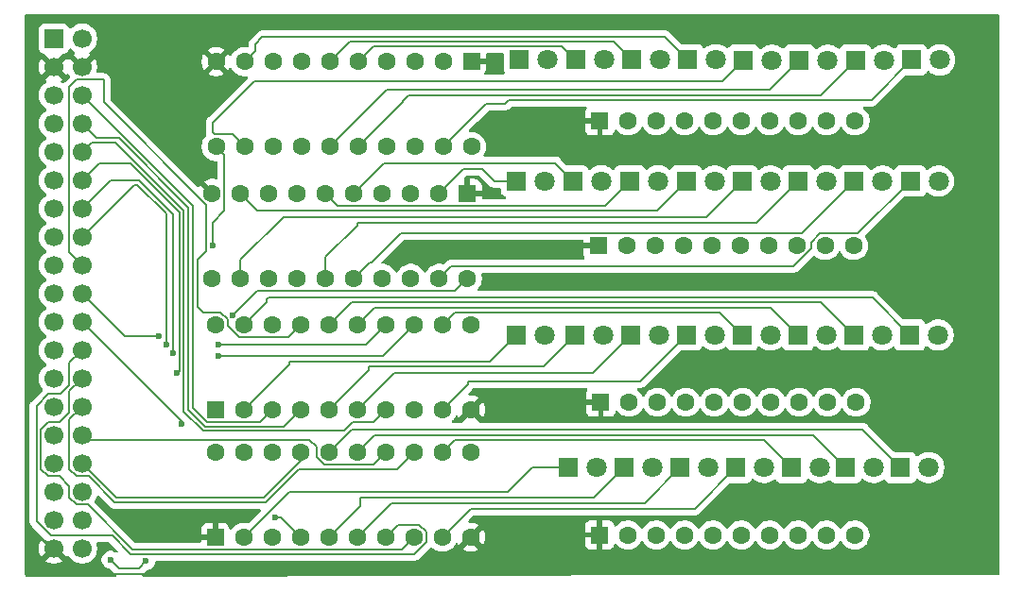
<source format=gbr>
%TF.GenerationSoftware,KiCad,Pcbnew,9.0.2*%
%TF.CreationDate,2025-06-28T21:58:16+01:00*%
%TF.ProjectId,6502ExpBoard,36353032-4578-4704-926f-6172642e6b69,rev?*%
%TF.SameCoordinates,Original*%
%TF.FileFunction,Copper,L2,Bot*%
%TF.FilePolarity,Positive*%
%FSLAX46Y46*%
G04 Gerber Fmt 4.6, Leading zero omitted, Abs format (unit mm)*
G04 Created by KiCad (PCBNEW 9.0.2) date 2025-06-28 21:58:16*
%MOMM*%
%LPD*%
G01*
G04 APERTURE LIST*
G04 Aperture macros list*
%AMRoundRect*
0 Rectangle with rounded corners*
0 $1 Rounding radius*
0 $2 $3 $4 $5 $6 $7 $8 $9 X,Y pos of 4 corners*
0 Add a 4 corners polygon primitive as box body*
4,1,4,$2,$3,$4,$5,$6,$7,$8,$9,$2,$3,0*
0 Add four circle primitives for the rounded corners*
1,1,$1+$1,$2,$3*
1,1,$1+$1,$4,$5*
1,1,$1+$1,$6,$7*
1,1,$1+$1,$8,$9*
0 Add four rect primitives between the rounded corners*
20,1,$1+$1,$2,$3,$4,$5,0*
20,1,$1+$1,$4,$5,$6,$7,0*
20,1,$1+$1,$6,$7,$8,$9,0*
20,1,$1+$1,$8,$9,$2,$3,0*%
G04 Aperture macros list end*
%TA.AperFunction,Conductor*%
%ADD10C,0.200000*%
%TD*%
%TA.AperFunction,ComponentPad*%
%ADD11RoundRect,0.250000X0.550000X-0.550000X0.550000X0.550000X-0.550000X0.550000X-0.550000X-0.550000X0*%
%TD*%
%TA.AperFunction,ComponentPad*%
%ADD12C,1.600000*%
%TD*%
%TA.AperFunction,ComponentPad*%
%ADD13R,1.800000X1.800000*%
%TD*%
%TA.AperFunction,ComponentPad*%
%ADD14C,1.800000*%
%TD*%
%TA.AperFunction,ComponentPad*%
%ADD15RoundRect,0.250000X-0.550000X0.550000X-0.550000X-0.550000X0.550000X-0.550000X0.550000X0.550000X0*%
%TD*%
%TA.AperFunction,ComponentPad*%
%ADD16R,1.600000X1.600000*%
%TD*%
%TA.AperFunction,ComponentPad*%
%ADD17R,1.700000X1.700000*%
%TD*%
%TA.AperFunction,ComponentPad*%
%ADD18C,1.700000*%
%TD*%
%TA.AperFunction,ViaPad*%
%ADD19C,0.600000*%
%TD*%
G04 APERTURE END LIST*
%TO.N,GND*%
D10*
X72500000Y-30000000D02*
X159617000Y-30000000D01*
X159617000Y-80127000D01*
X72500000Y-80127000D01*
X72500000Y-30000000D01*
%TD*%
D11*
%TO.P,U4,1,OE*%
%TO.N,GND*%
X89513000Y-76825000D03*
D12*
%TO.P,U4,2,O0*%
%TO.N,Net-(D1-K)*%
X92053000Y-76825000D03*
%TO.P,U4,3,D0*%
%TO.N,clock*%
X94593000Y-76825000D03*
%TO.P,U4,4,D1*%
%TO.N,PA4*%
X97133000Y-76825000D03*
%TO.P,U4,5,O1*%
%TO.N,Net-(D2-K)*%
X99673000Y-76825000D03*
%TO.P,U4,6,O2*%
%TO.N,Net-(D3-K)*%
X102213000Y-76825000D03*
%TO.P,U4,7,D2*%
%TO.N,PA5*%
X104753000Y-76825000D03*
%TO.P,U4,8,D3*%
%TO.N,PA6*%
X107293000Y-76825000D03*
%TO.P,U4,9,O3*%
%TO.N,Net-(D4-K)*%
X109833000Y-76825000D03*
%TO.P,U4,10,GND*%
%TO.N,GND*%
X112373000Y-76825000D03*
%TO.P,U4,11,LE*%
%TO.N,clock*%
X112373000Y-69205000D03*
%TO.P,U4,12,O4*%
%TO.N,Net-(D5-K)*%
X109833000Y-69205000D03*
%TO.P,U4,13,D4*%
%TO.N,Reset*%
X107293000Y-69205000D03*
%TO.P,U4,14,D5*%
%TO.N,IRQ*%
X104753000Y-69205000D03*
%TO.P,U4,15,O5*%
%TO.N,Net-(D6-K)*%
X102213000Y-69205000D03*
%TO.P,U4,16,O6*%
%TO.N,Net-(D7-K)*%
X99673000Y-69205000D03*
%TO.P,U4,17,D6*%
%TO.N,RW*%
X97133000Y-69205000D03*
%TO.P,U4,18,D7*%
%TO.N,unconnected-(U4-D7-Pad18)*%
X94593000Y-69205000D03*
%TO.P,U4,19,O7*%
%TO.N,unconnected-(U4-O7-Pad19)*%
X92053000Y-69205000D03*
%TO.P,U4,20,VCC*%
%TO.N,VCC*%
X89513000Y-69205000D03*
%TD*%
D13*
%TO.P,D12,1,K*%
%TO.N,Net-(D12-K)*%
X131775000Y-34000000D03*
D14*
%TO.P,D12,2,A*%
%TO.N,Net-(D12-A)*%
X134315000Y-34000000D03*
%TD*%
D13*
%TO.P,D22,1,K*%
%TO.N,Net-(D22-K)*%
X141700000Y-44875000D03*
D14*
%TO.P,D22,2,A*%
%TO.N,Net-(D22-A)*%
X144240000Y-44875000D03*
%TD*%
D13*
%TO.P,D10,1,K*%
%TO.N,Net-(D10-K)*%
X121750000Y-34000000D03*
D14*
%TO.P,D10,2,A*%
%TO.N,Net-(D10-A)*%
X124290000Y-34000000D03*
%TD*%
D13*
%TO.P,D11,1,K*%
%TO.N,Net-(D11-K)*%
X126750000Y-34000000D03*
D14*
%TO.P,D11,2,A*%
%TO.N,Net-(D11-A)*%
X129290000Y-34000000D03*
%TD*%
D13*
%TO.P,D14,1,K*%
%TO.N,Net-(D14-K)*%
X141800000Y-34050000D03*
D14*
%TO.P,D14,2,A*%
%TO.N,Net-(D14-A)*%
X144340000Y-34050000D03*
%TD*%
D13*
%TO.P,D29,1,K*%
%TO.N,Net-(D29-K)*%
X136685000Y-58700000D03*
D14*
%TO.P,D29,2,A*%
%TO.N,Net-(D29-A)*%
X139225000Y-58700000D03*
%TD*%
D13*
%TO.P,D31,1,K*%
%TO.N,Net-(D31-K)*%
X146685000Y-58700000D03*
D14*
%TO.P,D31,2,A*%
%TO.N,Net-(D31-A)*%
X149225000Y-58700000D03*
%TD*%
D13*
%TO.P,D2,1,K*%
%TO.N,Net-(D2-K)*%
X126120000Y-70575000D03*
D14*
%TO.P,D2,2,A*%
%TO.N,Net-(D2-A)*%
X128660000Y-70575000D03*
%TD*%
D15*
%TO.P,U1,1,OE*%
%TO.N,GND*%
X112430000Y-34190000D03*
D12*
%TO.P,U1,2,O0*%
%TO.N,Net-(D9-K)*%
X109890000Y-34190000D03*
%TO.P,U1,3,D0*%
%TO.N,A0*%
X107350000Y-34190000D03*
%TO.P,U1,4,D1*%
%TO.N,A1*%
X104810000Y-34190000D03*
%TO.P,U1,5,O1*%
%TO.N,Net-(D10-K)*%
X102270000Y-34190000D03*
%TO.P,U1,6,O2*%
%TO.N,Net-(D11-K)*%
X99730000Y-34190000D03*
%TO.P,U1,7,D2*%
%TO.N,A2*%
X97190000Y-34190000D03*
%TO.P,U1,8,D3*%
%TO.N,A3*%
X94650000Y-34190000D03*
%TO.P,U1,9,O3*%
%TO.N,Net-(D12-K)*%
X92110000Y-34190000D03*
%TO.P,U1,10,GND*%
%TO.N,GND*%
X89570000Y-34190000D03*
%TO.P,U1,11,LE*%
%TO.N,clock*%
X89570000Y-41810000D03*
%TO.P,U1,12,O4*%
%TO.N,Net-(D13-K)*%
X92110000Y-41810000D03*
%TO.P,U1,13,D4*%
%TO.N,A4*%
X94650000Y-41810000D03*
%TO.P,U1,14,D5*%
%TO.N,A5*%
X97190000Y-41810000D03*
%TO.P,U1,15,O5*%
%TO.N,Net-(D14-K)*%
X99730000Y-41810000D03*
%TO.P,U1,16,O6*%
%TO.N,Net-(D15-K)*%
X102270000Y-41810000D03*
%TO.P,U1,17,D6*%
%TO.N,A6*%
X104810000Y-41810000D03*
%TO.P,U1,18,D7*%
%TO.N,A7*%
X107350000Y-41810000D03*
%TO.P,U1,19,O7*%
%TO.N,Net-(D16-K)*%
X109890000Y-41810000D03*
%TO.P,U1,20,VCC*%
%TO.N,VCC*%
X112430000Y-41810000D03*
%TD*%
D13*
%TO.P,D6,1,K*%
%TO.N,Net-(D6-K)*%
X145950000Y-70575000D03*
D14*
%TO.P,D6,2,A*%
%TO.N,Net-(D6-A)*%
X148490000Y-70575000D03*
%TD*%
D13*
%TO.P,D1,1,K*%
%TO.N,Net-(D1-K)*%
X121120000Y-70575000D03*
D14*
%TO.P,D1,2,A*%
%TO.N,Net-(D1-A)*%
X123660000Y-70575000D03*
%TD*%
D16*
%TO.P,RN1,1,common*%
%TO.N,GND*%
X123910000Y-76625000D03*
D12*
%TO.P,RN1,2,R1*%
%TO.N,Net-(D1-A)*%
X126450000Y-76625000D03*
%TO.P,RN1,3,R2*%
%TO.N,Net-(D2-A)*%
X128990000Y-76625000D03*
%TO.P,RN1,4,R3*%
%TO.N,Net-(D3-A)*%
X131530000Y-76625000D03*
%TO.P,RN1,5,R4*%
%TO.N,Net-(D4-A)*%
X134070000Y-76625000D03*
%TO.P,RN1,6,R5*%
%TO.N,Net-(D5-A)*%
X136610000Y-76625000D03*
%TO.P,RN1,7,R6*%
%TO.N,Net-(D6-A)*%
X139150000Y-76625000D03*
%TO.P,RN1,8,R7*%
%TO.N,Net-(D7-A)*%
X141690000Y-76625000D03*
%TO.P,RN1,9,R8*%
%TO.N,unconnected-(RN1-R8-Pad9)*%
X144230000Y-76625000D03*
%TO.P,RN1,10,R9*%
%TO.N,unconnected-(RN1-R9-Pad10)*%
X146770000Y-76625000D03*
%TD*%
D13*
%TO.P,D9,1,K*%
%TO.N,Net-(D9-K)*%
X116730000Y-34000000D03*
D14*
%TO.P,D9,2,A*%
%TO.N,Net-(D9-A)*%
X119270000Y-34000000D03*
%TD*%
D13*
%TO.P,D19,1,K*%
%TO.N,Net-(D19-K)*%
X126625000Y-44875000D03*
D14*
%TO.P,D19,2,A*%
%TO.N,Net-(D19-A)*%
X129165000Y-44875000D03*
%TD*%
D13*
%TO.P,D30,1,K*%
%TO.N,Net-(D30-K)*%
X141685000Y-58700000D03*
D14*
%TO.P,D30,2,A*%
%TO.N,Net-(D30-A)*%
X144225000Y-58700000D03*
%TD*%
D13*
%TO.P,D25,1,K*%
%TO.N,Net-(D25-K)*%
X116455000Y-58700000D03*
D14*
%TO.P,D25,2,A*%
%TO.N,Net-(D25-A)*%
X118995000Y-58700000D03*
%TD*%
D13*
%TO.P,D20,1,K*%
%TO.N,Net-(D20-K)*%
X131675000Y-44900000D03*
D14*
%TO.P,D20,2,A*%
%TO.N,Net-(D20-A)*%
X134215000Y-44900000D03*
%TD*%
D13*
%TO.P,D3,1,K*%
%TO.N,Net-(D3-K)*%
X131120000Y-70575000D03*
D14*
%TO.P,D3,2,A*%
%TO.N,Net-(D3-A)*%
X133660000Y-70575000D03*
%TD*%
D16*
%TO.P,RN2,1,common*%
%TO.N,GND*%
X123935000Y-39500000D03*
D12*
%TO.P,RN2,2,R1*%
%TO.N,Net-(D9-A)*%
X126475000Y-39500000D03*
%TO.P,RN2,3,R2*%
%TO.N,Net-(D10-A)*%
X129015000Y-39500000D03*
%TO.P,RN2,4,R3*%
%TO.N,Net-(D11-A)*%
X131555000Y-39500000D03*
%TO.P,RN2,5,R4*%
%TO.N,Net-(D12-A)*%
X134095000Y-39500000D03*
%TO.P,RN2,6,R5*%
%TO.N,Net-(D13-A)*%
X136635000Y-39500000D03*
%TO.P,RN2,7,R6*%
%TO.N,Net-(D14-A)*%
X139175000Y-39500000D03*
%TO.P,RN2,8,R7*%
%TO.N,Net-(D15-A)*%
X141715000Y-39500000D03*
%TO.P,RN2,9,R8*%
%TO.N,Net-(D16-A)*%
X144255000Y-39500000D03*
%TO.P,RN2,10,R9*%
%TO.N,unconnected-(RN2-R9-Pad10)*%
X146795000Y-39500000D03*
%TD*%
D13*
%TO.P,D27,1,K*%
%TO.N,Net-(D27-K)*%
X126685000Y-58700000D03*
D14*
%TO.P,D27,2,A*%
%TO.N,Net-(D27-A)*%
X129225000Y-58700000D03*
%TD*%
D11*
%TO.P,UPackage_DIP:DIP-20_W7.62mm_Socket1,1,OE*%
%TO.N,GND*%
X89513000Y-65395000D03*
D12*
%TO.P,UPackage_DIP:DIP-20_W7.62mm_Socket1,2,O0*%
%TO.N,Net-(D25-K)*%
X92053000Y-65395000D03*
%TO.P,UPackage_DIP:DIP-20_W7.62mm_Socket1,3,D0*%
%TO.N,D0*%
X94593000Y-65395000D03*
%TO.P,UPackage_DIP:DIP-20_W7.62mm_Socket1,4,D1*%
%TO.N,D1*%
X97133000Y-65395000D03*
%TO.P,UPackage_DIP:DIP-20_W7.62mm_Socket1,5,O1*%
%TO.N,Net-(D26-K)*%
X99673000Y-65395000D03*
%TO.P,UPackage_DIP:DIP-20_W7.62mm_Socket1,6,O2*%
%TO.N,Net-(D27-K)*%
X102213000Y-65395000D03*
%TO.P,UPackage_DIP:DIP-20_W7.62mm_Socket1,7,D2*%
%TO.N,D2*%
X104753000Y-65395000D03*
%TO.P,UPackage_DIP:DIP-20_W7.62mm_Socket1,8,D3*%
%TO.N,D3*%
X107293000Y-65395000D03*
%TO.P,UPackage_DIP:DIP-20_W7.62mm_Socket1,9,O3*%
%TO.N,Net-(D28-K)*%
X109833000Y-65395000D03*
%TO.P,UPackage_DIP:DIP-20_W7.62mm_Socket1,10,GND*%
%TO.N,GND*%
X112373000Y-65395000D03*
%TO.P,UPackage_DIP:DIP-20_W7.62mm_Socket1,11,LE*%
%TO.N,clock*%
X112373000Y-57775000D03*
%TO.P,UPackage_DIP:DIP-20_W7.62mm_Socket1,12,O4*%
%TO.N,Net-(D29-K)*%
X109833000Y-57775000D03*
%TO.P,UPackage_DIP:DIP-20_W7.62mm_Socket1,13,D4*%
%TO.N,D4*%
X107293000Y-57775000D03*
%TO.P,UPackage_DIP:DIP-20_W7.62mm_Socket1,14,D5*%
%TO.N,D5*%
X104753000Y-57775000D03*
%TO.P,UPackage_DIP:DIP-20_W7.62mm_Socket1,15,O5*%
%TO.N,Net-(D30-K)*%
X102213000Y-57775000D03*
%TO.P,UPackage_DIP:DIP-20_W7.62mm_Socket1,16,O6*%
%TO.N,Net-(D31-K)*%
X99673000Y-57775000D03*
%TO.P,UPackage_DIP:DIP-20_W7.62mm_Socket1,17,D6*%
%TO.N,D6*%
X97133000Y-57775000D03*
%TO.P,UPackage_DIP:DIP-20_W7.62mm_Socket1,18,D7*%
%TO.N,D7*%
X94593000Y-57775000D03*
%TO.P,UPackage_DIP:DIP-20_W7.62mm_Socket1,19,O7*%
%TO.N,Net-(D32-K)*%
X92053000Y-57775000D03*
%TO.P,UPackage_DIP:DIP-20_W7.62mm_Socket1,20,VCC*%
%TO.N,VCC*%
X89513000Y-57775000D03*
%TD*%
D13*
%TO.P,D26,1,K*%
%TO.N,Net-(D26-K)*%
X121685000Y-58700000D03*
D14*
%TO.P,D26,2,A*%
%TO.N,Net-(D26-A)*%
X124225000Y-58700000D03*
%TD*%
D13*
%TO.P,D7,1,K*%
%TO.N,Net-(D7-K)*%
X150850000Y-70575000D03*
D14*
%TO.P,D7,2,A*%
%TO.N,Net-(D7-A)*%
X153390000Y-70575000D03*
%TD*%
D13*
%TO.P,D32,1,K*%
%TO.N,Net-(D32-K)*%
X151685000Y-58700000D03*
D14*
%TO.P,D32,2,A*%
%TO.N,Net-(D32-A)*%
X154225000Y-58700000D03*
%TD*%
D13*
%TO.P,D13,1,K*%
%TO.N,Net-(D13-K)*%
X136800000Y-34050000D03*
D14*
%TO.P,D13,2,A*%
%TO.N,Net-(D13-A)*%
X139340000Y-34050000D03*
%TD*%
D13*
%TO.P,D4,1,K*%
%TO.N,Net-(D4-K)*%
X136120000Y-70575000D03*
D14*
%TO.P,D4,2,A*%
%TO.N,Net-(D4-A)*%
X138660000Y-70575000D03*
%TD*%
D16*
%TO.P,RN3,1,common*%
%TO.N,GND*%
X123795000Y-50675000D03*
D12*
%TO.P,RN3,2,R1*%
%TO.N,Net-(D17-A)*%
X126335000Y-50675000D03*
%TO.P,RN3,3,R2*%
%TO.N,Net-(D18-A)*%
X128875000Y-50675000D03*
%TO.P,RN3,4,R3*%
%TO.N,Net-(D19-A)*%
X131415000Y-50675000D03*
%TO.P,RN3,5,R4*%
%TO.N,Net-(D20-A)*%
X133955000Y-50675000D03*
%TO.P,RN3,6,R5*%
%TO.N,Net-(D21-A)*%
X136495000Y-50675000D03*
%TO.P,RN3,7,R6*%
%TO.N,Net-(D22-A)*%
X139035000Y-50675000D03*
%TO.P,RN3,8,R7*%
%TO.N,Net-(D23-A)*%
X141575000Y-50675000D03*
%TO.P,RN3,9,R8*%
%TO.N,Net-(D24-A)*%
X144115000Y-50675000D03*
%TO.P,RN3,10,R9*%
%TO.N,unconnected-(RN3-R9-Pad10)*%
X146655000Y-50675000D03*
%TD*%
D13*
%TO.P,D16,1,K*%
%TO.N,Net-(D16-K)*%
X151825000Y-34025000D03*
D14*
%TO.P,D16,2,A*%
%TO.N,Net-(D16-A)*%
X154365000Y-34025000D03*
%TD*%
D17*
%TO.P,J2,1,Pin_1*%
%TO.N,VCC*%
X75035000Y-32121000D03*
D18*
%TO.P,J2,2,Pin_2*%
%TO.N,3.3v*%
X77575000Y-32121000D03*
%TO.P,J2,3,Pin_3*%
%TO.N,GND*%
X75035000Y-34661000D03*
%TO.P,J2,4,Pin_4*%
X77575000Y-34661000D03*
%TO.P,J2,5,Pin_5*%
%TO.N,A0*%
X75035000Y-37201000D03*
%TO.P,J2,6,Pin_6*%
%TO.N,D0*%
X77575000Y-37201000D03*
%TO.P,J2,7,Pin_7*%
%TO.N,A1*%
X75035000Y-39741000D03*
%TO.P,J2,8,Pin_8*%
%TO.N,D1*%
X77575000Y-39741000D03*
%TO.P,J2,9,Pin_9*%
%TO.N,A2*%
X75035000Y-42281000D03*
%TO.P,J2,10,Pin_10*%
%TO.N,D2*%
X77575000Y-42281000D03*
%TO.P,J2,11,Pin_11*%
%TO.N,A3*%
X75035000Y-44821000D03*
%TO.P,J2,12,Pin_12*%
%TO.N,D3*%
X77575000Y-44821000D03*
%TO.P,J2,13,Pin_13*%
%TO.N,A4*%
X75035000Y-47361000D03*
%TO.P,J2,14,Pin_14*%
%TO.N,D4*%
X77575000Y-47361000D03*
%TO.P,J2,15,Pin_15*%
%TO.N,A5*%
X75035000Y-49901000D03*
%TO.P,J2,16,Pin_16*%
%TO.N,D5*%
X77575000Y-49901000D03*
%TO.P,J2,17,Pin_17*%
%TO.N,A6*%
X75035000Y-52441000D03*
%TO.P,J2,18,Pin_18*%
%TO.N,D6*%
X77575000Y-52441000D03*
%TO.P,J2,19,Pin_19*%
%TO.N,A7*%
X75035000Y-54981000D03*
%TO.P,J2,20,Pin_20*%
%TO.N,D7*%
X77575000Y-54981000D03*
%TO.P,J2,21,Pin_21*%
%TO.N,A8*%
X75035000Y-57521000D03*
%TO.P,J2,22,Pin_22*%
%TO.N,PA4*%
X77575000Y-57521000D03*
%TO.P,J2,23,Pin_23*%
%TO.N,A9*%
X75035000Y-60061000D03*
%TO.P,J2,24,Pin_24*%
%TO.N,PA5*%
X77575000Y-60061000D03*
%TO.P,J2,25,Pin_25*%
%TO.N,A10*%
X75035000Y-62601000D03*
%TO.P,J2,26,Pin_26*%
%TO.N,PA6*%
X77575000Y-62601000D03*
%TO.P,J2,27,Pin_27*%
%TO.N,A11*%
X75035000Y-65141000D03*
%TO.P,J2,28,Pin_28*%
%TO.N,Reset*%
X77575000Y-65141000D03*
%TO.P,J2,29,Pin_29*%
%TO.N,A12*%
X75035000Y-67681000D03*
%TO.P,J2,30,Pin_30*%
%TO.N,IRQ*%
X77575000Y-67681000D03*
%TO.P,J2,31,Pin_31*%
%TO.N,A13*%
X75035000Y-70221000D03*
%TO.P,J2,32,Pin_32*%
%TO.N,RW*%
X77575000Y-70221000D03*
%TO.P,J2,33,Pin_33*%
%TO.N,A14*%
X75035000Y-72761000D03*
%TO.P,J2,34,Pin_34*%
%TO.N,unconnected-(J2-Pin_34-Pad34)*%
X77575000Y-72761000D03*
%TO.P,J2,35,Pin_35*%
%TO.N,A15*%
X75035000Y-75301000D03*
%TO.P,J2,36,Pin_36*%
%TO.N,clock*%
X77575000Y-75301000D03*
%TO.P,J2,37,Pin_37*%
%TO.N,GND*%
X75035000Y-77841000D03*
%TO.P,J2,38,Pin_38*%
%TO.N,unconnected-(J2-Pin_38-Pad38)*%
X77575000Y-77841000D03*
%TD*%
D13*
%TO.P,D28,1,K*%
%TO.N,Net-(D28-K)*%
X131685000Y-58700000D03*
D14*
%TO.P,D28,2,A*%
%TO.N,Net-(D28-A)*%
X134225000Y-58700000D03*
%TD*%
D13*
%TO.P,D23,1,K*%
%TO.N,Net-(D23-K)*%
X146705000Y-44900000D03*
D14*
%TO.P,D23,2,A*%
%TO.N,Net-(D23-A)*%
X149245000Y-44900000D03*
%TD*%
D13*
%TO.P,D17,1,K*%
%TO.N,Net-(D17-K)*%
X116450000Y-44875000D03*
D14*
%TO.P,D17,2,A*%
%TO.N,Net-(D17-A)*%
X118990000Y-44875000D03*
%TD*%
D13*
%TO.P,D5,1,K*%
%TO.N,Net-(D5-K)*%
X141100000Y-70575000D03*
D14*
%TO.P,D5,2,A*%
%TO.N,Net-(D5-A)*%
X143640000Y-70575000D03*
%TD*%
D13*
%TO.P,D21,1,K*%
%TO.N,Net-(D21-K)*%
X136680000Y-44900000D03*
D14*
%TO.P,D21,2,A*%
%TO.N,Net-(D21-A)*%
X139220000Y-44900000D03*
%TD*%
D13*
%TO.P,D15,1,K*%
%TO.N,Net-(D15-K)*%
X146825000Y-34050000D03*
D14*
%TO.P,D15,2,A*%
%TO.N,Net-(D15-A)*%
X149365000Y-34050000D03*
%TD*%
D13*
%TO.P,D18,1,K*%
%TO.N,Net-(D18-K)*%
X121525000Y-44875000D03*
D14*
%TO.P,D18,2,A*%
%TO.N,Net-(D18-A)*%
X124065000Y-44875000D03*
%TD*%
D15*
%TO.P,U2,1,OE*%
%TO.N,GND*%
X112080000Y-46000000D03*
D12*
%TO.P,U2,2,O0*%
%TO.N,Net-(D17-K)*%
X109540000Y-46000000D03*
%TO.P,U2,3,D0*%
%TO.N,A8*%
X107000000Y-46000000D03*
%TO.P,U2,4,D1*%
%TO.N,A9*%
X104460000Y-46000000D03*
%TO.P,U2,5,O1*%
%TO.N,Net-(D18-K)*%
X101920000Y-46000000D03*
%TO.P,U2,6,O2*%
%TO.N,Net-(D19-K)*%
X99380000Y-46000000D03*
%TO.P,U2,7,D2*%
%TO.N,A10*%
X96840000Y-46000000D03*
%TO.P,U2,8,D3*%
%TO.N,A11*%
X94300000Y-46000000D03*
%TO.P,U2,9,O3*%
%TO.N,Net-(D20-K)*%
X91760000Y-46000000D03*
%TO.P,U2,10,GND*%
%TO.N,GND*%
X89220000Y-46000000D03*
%TO.P,U2,11,LE*%
%TO.N,clock*%
X89220000Y-53620000D03*
%TO.P,U2,12,O4*%
%TO.N,Net-(D21-K)*%
X91760000Y-53620000D03*
%TO.P,U2,13,D4*%
%TO.N,A12*%
X94300000Y-53620000D03*
%TO.P,U2,14,D5*%
%TO.N,A13*%
X96840000Y-53620000D03*
%TO.P,U2,15,O5*%
%TO.N,Net-(D22-K)*%
X99380000Y-53620000D03*
%TO.P,U2,16,O6*%
%TO.N,Net-(D23-K)*%
X101920000Y-53620000D03*
%TO.P,U2,17,D6*%
%TO.N,A14*%
X104460000Y-53620000D03*
%TO.P,U2,18,D7*%
%TO.N,A15*%
X107000000Y-53620000D03*
%TO.P,U2,19,O7*%
%TO.N,Net-(D24-K)*%
X109540000Y-53620000D03*
%TO.P,U2,20,VCC*%
%TO.N,VCC*%
X112080000Y-53620000D03*
%TD*%
D16*
%TO.P,RN4,1,common*%
%TO.N,GND*%
X124020000Y-64725000D03*
D12*
%TO.P,RN4,2,R1*%
%TO.N,Net-(D25-A)*%
X126560000Y-64725000D03*
%TO.P,RN4,3,R2*%
%TO.N,Net-(D26-A)*%
X129100000Y-64725000D03*
%TO.P,RN4,4,R3*%
%TO.N,Net-(D27-A)*%
X131640000Y-64725000D03*
%TO.P,RN4,5,R4*%
%TO.N,Net-(D28-A)*%
X134180000Y-64725000D03*
%TO.P,RN4,6,R5*%
%TO.N,Net-(D29-A)*%
X136720000Y-64725000D03*
%TO.P,RN4,7,R6*%
%TO.N,Net-(D30-A)*%
X139260000Y-64725000D03*
%TO.P,RN4,8,R7*%
%TO.N,Net-(D31-A)*%
X141800000Y-64725000D03*
%TO.P,RN4,9,R8*%
%TO.N,Net-(D32-A)*%
X144340000Y-64725000D03*
%TO.P,RN4,10,R9*%
%TO.N,unconnected-(RN4-R9-Pad10)*%
X146880000Y-64725000D03*
%TD*%
D13*
%TO.P,D24,1,K*%
%TO.N,Net-(D24-K)*%
X151725000Y-44900000D03*
D14*
%TO.P,D24,2,A*%
%TO.N,Net-(D24-A)*%
X154265000Y-44900000D03*
%TD*%
D19*
%TO.N,D5*%
X85078000Y-59548847D03*
X89767000Y-59553000D03*
%TO.N,D3*%
X86079000Y-62093000D03*
%TO.N,GND*%
X85703000Y-76825000D03*
X85957000Y-40376000D03*
X82147000Y-75301000D03*
X114405000Y-34661000D03*
X80242000Y-32629000D03*
X114405000Y-45837000D03*
X83163000Y-37328000D03*
%TO.N,D7*%
X84478000Y-58791000D03*
%TO.N,PA4*%
X86465000Y-66665000D03*
X94847000Y-75047000D03*
%TO.N,D4*%
X89767000Y-60569000D03*
X85678000Y-60315000D03*
%TO.N,VCC*%
X80115000Y-78857000D03*
X91066552Y-56925000D03*
X83290000Y-78984000D03*
%TO.N,clock*%
X89259000Y-50663000D03*
%TD*%
D10*
%TO.N,Net-(D1-K)*%
X117861000Y-70575000D02*
X115675000Y-72761000D01*
X96117000Y-72761000D02*
X92053000Y-76825000D01*
X121120000Y-70575000D02*
X117861000Y-70575000D01*
X115675000Y-72761000D02*
X96117000Y-72761000D01*
%TO.N,Net-(D2-K)*%
X126120000Y-70575000D02*
X123426000Y-73269000D01*
X123426000Y-73269000D02*
X102467000Y-73269000D01*
X102467000Y-74031000D02*
X99673000Y-76825000D01*
X102467000Y-73269000D02*
X102467000Y-74031000D01*
%TO.N,Net-(D3-K)*%
X105261000Y-73777000D02*
X102213000Y-76825000D01*
X131120000Y-70575000D02*
X127918000Y-73777000D01*
X127918000Y-73777000D02*
X105261000Y-73777000D01*
%TO.N,Net-(D4-K)*%
X112373000Y-74285000D02*
X109833000Y-76825000D01*
X136120000Y-70575000D02*
X132410000Y-74285000D01*
X132410000Y-74285000D02*
X112373000Y-74285000D01*
%TO.N,Net-(D5-K)*%
X138629000Y-68104000D02*
X110934000Y-68104000D01*
X110934000Y-68104000D02*
X109833000Y-69205000D01*
X141100000Y-70575000D02*
X138629000Y-68104000D01*
%TO.N,Net-(D6-K)*%
X145950000Y-70575000D02*
X143056000Y-67681000D01*
X103737000Y-67681000D02*
X102213000Y-69205000D01*
X143056000Y-67681000D02*
X103737000Y-67681000D01*
%TO.N,Net-(D7-K)*%
X150850000Y-70575000D02*
X147448000Y-67173000D01*
X101705000Y-67173000D02*
X99673000Y-69205000D01*
X147448000Y-67173000D02*
X101705000Y-67173000D01*
%TO.N,Net-(D10-K)*%
X121750000Y-34000000D02*
X120549000Y-32799000D01*
X103661000Y-32799000D02*
X102270000Y-34190000D01*
X120549000Y-32799000D02*
X103661000Y-32799000D01*
%TO.N,Net-(D11-K)*%
X126750000Y-34000000D02*
X125148000Y-32398000D01*
X125148000Y-32398000D02*
X101522000Y-32398000D01*
X101522000Y-32398000D02*
X99730000Y-34190000D01*
%TO.N,Net-(D12-K)*%
X129772000Y-31997000D02*
X93701000Y-31997000D01*
X93701000Y-31997000D02*
X93069000Y-32629000D01*
X93069000Y-32629000D02*
X93069000Y-33231000D01*
X131775000Y-34000000D02*
X129772000Y-31997000D01*
X93069000Y-33231000D02*
X92110000Y-34190000D01*
%TO.N,Net-(D13-K)*%
X89259000Y-39653057D02*
X89259000Y-40503000D01*
X89465000Y-40709000D02*
X91009000Y-40709000D01*
X89259000Y-40503000D02*
X89465000Y-40709000D01*
X136800000Y-34050000D02*
X134919000Y-35931000D01*
X91009000Y-40709000D02*
X92110000Y-41810000D01*
X134919000Y-35931000D02*
X92981057Y-35931000D01*
X92981057Y-35931000D02*
X89259000Y-39653057D01*
%TO.N,Net-(D14-K)*%
X139157000Y-36693000D02*
X104847000Y-36693000D01*
X141800000Y-34050000D02*
X139157000Y-36693000D01*
X104847000Y-36693000D02*
X99730000Y-41810000D01*
%TO.N,Net-(D15-K)*%
X106785000Y-37201000D02*
X106277000Y-37709000D01*
X143674000Y-37201000D02*
X106785000Y-37201000D01*
X106277000Y-37709000D02*
X106277000Y-37803000D01*
X106277000Y-37803000D02*
X102270000Y-41810000D01*
X146825000Y-34050000D02*
X143674000Y-37201000D01*
%TO.N,Net-(D16-K)*%
X148248000Y-37602000D02*
X115782000Y-37602000D01*
X115421000Y-37963000D02*
X113737000Y-37963000D01*
X113737000Y-37963000D02*
X109890000Y-41810000D01*
X151825000Y-34025000D02*
X148248000Y-37602000D01*
X115782000Y-37602000D02*
X115421000Y-37963000D01*
%TO.N,Net-(D17-K)*%
X111735000Y-43805000D02*
X109540000Y-46000000D01*
X113389000Y-43805000D02*
X111735000Y-43805000D01*
X114459000Y-44875000D02*
X113389000Y-43805000D01*
X116450000Y-44875000D02*
X114459000Y-44875000D01*
%TO.N,Net-(D18-K)*%
X104623000Y-43297000D02*
X101920000Y-46000000D01*
X119947000Y-43297000D02*
X104623000Y-43297000D01*
X121525000Y-44875000D02*
X119947000Y-43297000D01*
%TO.N,Net-(D19-K)*%
X100481000Y-47101000D02*
X99380000Y-46000000D01*
X126625000Y-44875000D02*
X124399000Y-47101000D01*
X124399000Y-47101000D02*
X100481000Y-47101000D01*
%TO.N,Net-(D20-K)*%
X129073000Y-47502000D02*
X93262000Y-47502000D01*
X93262000Y-47502000D02*
X91760000Y-46000000D01*
X131675000Y-44900000D02*
X129073000Y-47502000D01*
%TO.N,Net-(D21-K)*%
X136680000Y-44900000D02*
X133457000Y-48123000D01*
X95609000Y-48123000D02*
X91760000Y-51972000D01*
X91760000Y-51972000D02*
X91760000Y-53620000D01*
X133457000Y-48123000D02*
X95609000Y-48123000D01*
%TO.N,Net-(D22-K)*%
X141700000Y-44875000D02*
X137944000Y-48631000D01*
X137944000Y-48631000D02*
X102213000Y-48631000D01*
X99380000Y-51718000D02*
X99380000Y-53620000D01*
X102213000Y-48631000D02*
X102213000Y-48885000D01*
X102213000Y-48885000D02*
X99380000Y-51718000D01*
%TO.N,Net-(D23-K)*%
X142031000Y-49574000D02*
X106096000Y-49574000D01*
X106096000Y-49574000D02*
X103483000Y-52187000D01*
X103353000Y-52187000D02*
X101920000Y-53620000D01*
X146705000Y-44900000D02*
X142031000Y-49574000D01*
X103483000Y-52187000D02*
X103353000Y-52187000D01*
%TO.N,Net-(D24-K)*%
X141288050Y-52519000D02*
X110641000Y-52519000D01*
X147051000Y-49574000D02*
X143658950Y-49574000D01*
X151725000Y-44900000D02*
X147051000Y-49574000D01*
X142853000Y-50379950D02*
X142853000Y-50954050D01*
X143658950Y-49574000D02*
X142853000Y-50379950D01*
X110641000Y-52519000D02*
X109540000Y-53620000D01*
X142853000Y-50954050D02*
X141288050Y-52519000D01*
%TO.N,Net-(D25-K)*%
X116455000Y-58700000D02*
X114078000Y-61077000D01*
X114078000Y-61077000D02*
X96117000Y-61077000D01*
X96117000Y-61077000D02*
X96117000Y-61331000D01*
X96117000Y-61331000D02*
X92053000Y-65395000D01*
%TO.N,Net-(D26-K)*%
X103229000Y-61839000D02*
X99673000Y-65395000D01*
X103229000Y-61478000D02*
X103229000Y-61839000D01*
X118907000Y-61478000D02*
X103229000Y-61478000D01*
X121685000Y-58700000D02*
X118907000Y-61478000D01*
%TO.N,Net-(D27-K)*%
X105515000Y-62093000D02*
X102213000Y-65395000D01*
X126685000Y-58700000D02*
X123292000Y-62093000D01*
X123292000Y-62093000D02*
X105515000Y-62093000D01*
%TO.N,Net-(D28-K)*%
X112119000Y-62855000D02*
X112119000Y-63109000D01*
X112119000Y-63109000D02*
X109833000Y-65395000D01*
X131685000Y-58700000D02*
X127530000Y-62855000D01*
X127530000Y-62855000D02*
X112119000Y-62855000D01*
%TO.N,Net-(D29-K)*%
X110934000Y-56674000D02*
X109833000Y-57775000D01*
X134659000Y-56674000D02*
X110934000Y-56674000D01*
X136685000Y-58700000D02*
X134659000Y-56674000D01*
%TO.N,Net-(D30-K)*%
X141685000Y-58700000D02*
X139258000Y-56273000D01*
X139258000Y-56273000D02*
X103715000Y-56273000D01*
X103715000Y-56273000D02*
X102213000Y-57775000D01*
%TO.N,Net-(D31-K)*%
X101705000Y-55743000D02*
X99673000Y-57775000D01*
X143728000Y-55743000D02*
X101705000Y-55743000D01*
X146685000Y-58700000D02*
X143728000Y-55743000D01*
%TO.N,Net-(D32-K)*%
X94232000Y-55342000D02*
X94085000Y-55489000D01*
X94085000Y-55743000D02*
X92053000Y-57775000D01*
X94085000Y-55489000D02*
X94085000Y-55743000D01*
X151685000Y-58700000D02*
X148327000Y-55342000D01*
X148327000Y-55342000D02*
X94232000Y-55342000D01*
%TO.N,RW*%
X97133000Y-69967000D02*
X97133000Y-69205000D01*
X77575000Y-70221000D02*
X80623000Y-73269000D01*
X93831000Y-73269000D02*
X97133000Y-69967000D01*
X80623000Y-73269000D02*
X93831000Y-73269000D01*
%TO.N,D5*%
X102975000Y-59553000D02*
X104753000Y-57775000D01*
X77575000Y-49901000D02*
X82254000Y-45222000D01*
X92307000Y-59553000D02*
X97641000Y-59553000D01*
X89767000Y-59553000D02*
X92307000Y-59553000D01*
X97641000Y-59553000D02*
X102975000Y-59553000D01*
X82488900Y-45222000D02*
X85078000Y-47811100D01*
X85078000Y-47811100D02*
X85078000Y-59548847D01*
X82254000Y-45222000D02*
X82488900Y-45222000D01*
%TO.N,D6*%
X87882000Y-56144000D02*
X88412000Y-56674000D01*
X76424000Y-51290000D02*
X76424000Y-36486240D01*
X90614000Y-57893050D02*
X91596950Y-58876000D01*
X87882000Y-51938950D02*
X87882000Y-56144000D01*
X88658000Y-46995050D02*
X88658000Y-51162950D01*
X77575000Y-52441000D02*
X76424000Y-51290000D01*
X90614000Y-57318950D02*
X90614000Y-57893050D01*
X89969050Y-56674000D02*
X90614000Y-57318950D01*
X77098240Y-35812000D02*
X79488000Y-35812000D01*
X88658000Y-51162950D02*
X87882000Y-51938950D01*
X96032000Y-58876000D02*
X97133000Y-57775000D01*
X88412000Y-56674000D02*
X89969050Y-56674000D01*
X91596950Y-58876000D02*
X96032000Y-58876000D01*
X79488000Y-35812000D02*
X79488000Y-37825050D01*
X79488000Y-37825050D02*
X88658000Y-46995050D01*
X76424000Y-36486240D02*
X77098240Y-35812000D01*
%TO.N,D3*%
X86278000Y-47741100D02*
X86278000Y-54219000D01*
X86278000Y-61894000D02*
X86079000Y-62093000D01*
X86278000Y-54219000D02*
X86278000Y-61894000D01*
X77575000Y-44821000D02*
X79069450Y-43326550D01*
X79069450Y-43326550D02*
X81863450Y-43326550D01*
X81863450Y-43326550D02*
X86278000Y-47741100D01*
%TO.N,GND*%
X113934000Y-34190000D02*
X114405000Y-34661000D01*
X113897000Y-45837000D02*
X113734000Y-46000000D01*
X113734000Y-46000000D02*
X112080000Y-46000000D01*
X112430000Y-34190000D02*
X113934000Y-34190000D01*
X114405000Y-45837000D02*
X113897000Y-45837000D01*
%TO.N,IRQ*%
X103652000Y-70306000D02*
X104753000Y-69205000D01*
X97927050Y-68104000D02*
X98572000Y-68748950D01*
X77575000Y-67681000D02*
X77998000Y-68104000D01*
X77998000Y-68104000D02*
X97927050Y-68104000D01*
X98572000Y-68748950D02*
X98572000Y-69661050D01*
X99216950Y-70306000D02*
X103652000Y-70306000D01*
X98572000Y-69661050D02*
X99216950Y-70306000D01*
%TO.N,D7*%
X77575000Y-54981000D02*
X81385000Y-58791000D01*
X81385000Y-58791000D02*
X84478000Y-58791000D01*
%TO.N,PA4*%
X86465000Y-66411000D02*
X86465000Y-66665000D01*
X94847000Y-75047000D02*
X95355000Y-75047000D01*
X77575000Y-57521000D02*
X86465000Y-66411000D01*
X95355000Y-75047000D02*
X97133000Y-76825000D01*
%TO.N,D4*%
X77575000Y-47361000D02*
X80115000Y-44821000D01*
X85678000Y-47844000D02*
X85678000Y-60315000D01*
X104499000Y-60569000D02*
X107293000Y-57775000D01*
X82655000Y-44821000D02*
X85678000Y-47844000D01*
X80115000Y-44821000D02*
X82655000Y-44821000D01*
X89767000Y-60569000D02*
X104499000Y-60569000D01*
%TO.N,PA5*%
X74796240Y-76690000D02*
X80262660Y-76690000D01*
X107326050Y-78349000D02*
X108394000Y-77281050D01*
X80262660Y-76690000D02*
X81921660Y-78349000D01*
X73483000Y-75376760D02*
X74796240Y-76690000D01*
X108394000Y-76368950D02*
X107749050Y-75724000D01*
X73483000Y-65065240D02*
X73483000Y-75376760D01*
X77575000Y-60061000D02*
X76424000Y-61212000D01*
X75618900Y-63990000D02*
X74558240Y-63990000D01*
X107749050Y-75724000D02*
X105854000Y-75724000D01*
X108394000Y-77281050D02*
X108394000Y-76368950D01*
X74558240Y-63990000D02*
X73483000Y-65065240D01*
X76424000Y-61212000D02*
X76424000Y-63184900D01*
X81921660Y-78349000D02*
X107326050Y-78349000D01*
X105854000Y-75724000D02*
X104753000Y-76825000D01*
X76424000Y-63184900D02*
X75618900Y-63990000D01*
%TO.N,D0*%
X93492000Y-66496000D02*
X94593000Y-65395000D01*
X87481000Y-65249160D02*
X88727840Y-66496000D01*
X88727840Y-66496000D02*
X93492000Y-66496000D01*
X87481000Y-47107000D02*
X87481000Y-65249160D01*
X77575000Y-37201000D02*
X87481000Y-47107000D01*
%TO.N,D2*%
X103652000Y-66496000D02*
X104753000Y-65395000D01*
X101012900Y-67298000D02*
X101814900Y-66496000D01*
X86679000Y-47575000D02*
X86679000Y-65581360D01*
X101814900Y-66496000D02*
X103652000Y-66496000D01*
X78414450Y-41441550D02*
X80545550Y-41441550D01*
X86679000Y-65581360D02*
X88395640Y-67298000D01*
X80545550Y-41441550D02*
X86679000Y-47575000D01*
X88395640Y-67298000D02*
X101012900Y-67298000D01*
X77575000Y-42281000D02*
X78414450Y-41441550D01*
%TO.N,VCC*%
X80877000Y-79619000D02*
X80115000Y-78857000D01*
X91066552Y-56925000D02*
X93270552Y-54721000D01*
X82655000Y-79619000D02*
X80877000Y-79619000D01*
X110979000Y-54721000D02*
X112080000Y-53620000D01*
X93270552Y-54721000D02*
X110979000Y-54721000D01*
X83290000Y-78984000D02*
X82655000Y-79619000D01*
%TO.N,D1*%
X88561740Y-66897000D02*
X95631000Y-66897000D01*
X78874550Y-41040550D02*
X80847450Y-41040550D01*
X95631000Y-66897000D02*
X97133000Y-65395000D01*
X77575000Y-39741000D02*
X78874550Y-41040550D01*
X87080000Y-65415260D02*
X88561740Y-66897000D01*
X87080000Y-47273100D02*
X87080000Y-65415260D01*
X80847450Y-41040550D02*
X87080000Y-47273100D01*
%TO.N,clock*%
X90321000Y-47569000D02*
X90321000Y-42561000D01*
X89259000Y-48631000D02*
X90321000Y-47569000D01*
X89259000Y-50663000D02*
X89259000Y-48631000D01*
X90321000Y-42561000D02*
X89570000Y-41810000D01*
%TO.N,Reset*%
X77098240Y-71372000D02*
X78158900Y-71372000D01*
X93997100Y-73670000D02*
X96960100Y-70707000D01*
X105791000Y-70707000D02*
X107293000Y-69205000D01*
X76424000Y-66292000D02*
X76424000Y-70697760D01*
X80456900Y-73670000D02*
X93997100Y-73670000D01*
X77575000Y-65141000D02*
X76424000Y-66292000D01*
X96960100Y-70707000D02*
X105791000Y-70707000D01*
X78158900Y-71372000D02*
X80456900Y-73670000D01*
X76424000Y-70697760D02*
X77098240Y-71372000D01*
%TO.N,PA6*%
X106192000Y-77926000D02*
X107293000Y-76825000D01*
X76424000Y-63752000D02*
X76424000Y-65617760D01*
X82065760Y-77926000D02*
X106192000Y-77926000D01*
X73884000Y-70697760D02*
X74558240Y-71372000D01*
X74558240Y-66530000D02*
X73884000Y-67204240D01*
X77575000Y-62601000D02*
X76424000Y-63752000D01*
X76424000Y-73237760D02*
X77098240Y-73912000D01*
X75511760Y-66530000D02*
X74558240Y-66530000D01*
X75511760Y-71372000D02*
X76424000Y-72284240D01*
X74558240Y-71372000D02*
X75511760Y-71372000D01*
X77098240Y-73912000D02*
X78051760Y-73912000D01*
X73884000Y-67204240D02*
X73884000Y-70697760D01*
X76424000Y-72284240D02*
X76424000Y-73237760D01*
X76424000Y-65617760D02*
X75511760Y-66530000D01*
X78051760Y-73912000D02*
X82065760Y-77926000D01*
%TD*%
%TA.AperFunction,Conductor*%
%TO.N,GND*%
G36*
X159560039Y-30019685D02*
G01*
X159605794Y-30072489D01*
X159617000Y-30124000D01*
X159617000Y-80003361D01*
X159597315Y-80070400D01*
X159544511Y-80116155D01*
X159493362Y-80127360D01*
X83052601Y-80350232D01*
X82985504Y-80330743D01*
X82939595Y-80278073D01*
X82929450Y-80208944D01*
X82958290Y-80145304D01*
X82969856Y-80133556D01*
X82979294Y-80125165D01*
X83023716Y-80099520D01*
X83135520Y-79987716D01*
X83135521Y-79987713D01*
X83304664Y-79818570D01*
X83365983Y-79785089D01*
X83368150Y-79784638D01*
X83426085Y-79773113D01*
X83523497Y-79753737D01*
X83669179Y-79693394D01*
X83800289Y-79605789D01*
X83911789Y-79494289D01*
X83999394Y-79363179D01*
X84059737Y-79217497D01*
X84090500Y-79062842D01*
X84090500Y-79062832D01*
X84090646Y-79061354D01*
X84090942Y-79060618D01*
X84091689Y-79056868D01*
X84092400Y-79057009D01*
X84116803Y-78996565D01*
X84173835Y-78956202D01*
X84214050Y-78949500D01*
X107239381Y-78949500D01*
X107239397Y-78949501D01*
X107246993Y-78949501D01*
X107405104Y-78949501D01*
X107405107Y-78949501D01*
X107557835Y-78908577D01*
X107607954Y-78879639D01*
X107694766Y-78829520D01*
X107806570Y-78717716D01*
X107806570Y-78717714D01*
X107816778Y-78707507D01*
X107816780Y-78707504D01*
X108755698Y-77768585D01*
X108758883Y-77765402D01*
X108785803Y-77750707D01*
X108784727Y-77748555D01*
X108784735Y-77748551D01*
X108785811Y-77750703D01*
X108789483Y-77748699D01*
X108820173Y-77731935D01*
X108820193Y-77731936D01*
X108820211Y-77731927D01*
X108854033Y-77734351D01*
X108889865Y-77736908D01*
X108889884Y-77736920D01*
X108889902Y-77736922D01*
X108889993Y-77736990D01*
X108934231Y-77765416D01*
X108985786Y-77816971D01*
X109134477Y-77924999D01*
X109151390Y-77937287D01*
X109267607Y-77996503D01*
X109333776Y-78030218D01*
X109333778Y-78030218D01*
X109333781Y-78030220D01*
X109414663Y-78056500D01*
X109528465Y-78093477D01*
X109629557Y-78109488D01*
X109730648Y-78125500D01*
X109730649Y-78125500D01*
X109935351Y-78125500D01*
X109935352Y-78125500D01*
X110137534Y-78093477D01*
X110332219Y-78030220D01*
X110514610Y-77937287D01*
X110647139Y-77841000D01*
X110680213Y-77816971D01*
X110680215Y-77816968D01*
X110680219Y-77816966D01*
X110824966Y-77672219D01*
X110824968Y-77672215D01*
X110824971Y-77672213D01*
X110932100Y-77524760D01*
X110945287Y-77506610D01*
X110992795Y-77413369D01*
X111040769Y-77362573D01*
X111108590Y-77345778D01*
X111174725Y-77368315D01*
X111213765Y-77413369D01*
X111261141Y-77506350D01*
X111261147Y-77506359D01*
X111293523Y-77550921D01*
X111293524Y-77550922D01*
X111973000Y-76871446D01*
X111973000Y-76877661D01*
X112000259Y-76979394D01*
X112052920Y-77070606D01*
X112127394Y-77145080D01*
X112218606Y-77197741D01*
X112320339Y-77225000D01*
X112326553Y-77225000D01*
X111647076Y-77904474D01*
X111691650Y-77936859D01*
X111873968Y-78029755D01*
X112068582Y-78092990D01*
X112270683Y-78125000D01*
X112475317Y-78125000D01*
X112677417Y-78092990D01*
X112872031Y-78029755D01*
X113054349Y-77936859D01*
X113098921Y-77904474D01*
X112419447Y-77225000D01*
X112425661Y-77225000D01*
X112527394Y-77197741D01*
X112618606Y-77145080D01*
X112693080Y-77070606D01*
X112745741Y-76979394D01*
X112773000Y-76877661D01*
X112773000Y-76871448D01*
X113452474Y-77550922D01*
X113452474Y-77550921D01*
X113484859Y-77506349D01*
X113577755Y-77324031D01*
X113640990Y-77129417D01*
X113673000Y-76927317D01*
X113673000Y-76722682D01*
X113640990Y-76520582D01*
X113577755Y-76325968D01*
X113484859Y-76143650D01*
X113452474Y-76099077D01*
X113452474Y-76099076D01*
X112773000Y-76778551D01*
X112773000Y-76772339D01*
X112745741Y-76670606D01*
X112693080Y-76579394D01*
X112618606Y-76504920D01*
X112527394Y-76452259D01*
X112425661Y-76425000D01*
X112419446Y-76425000D01*
X113067291Y-75777155D01*
X122610000Y-75777155D01*
X122610000Y-76375000D01*
X123594314Y-76375000D01*
X123589920Y-76379394D01*
X123537259Y-76470606D01*
X123510000Y-76572339D01*
X123510000Y-76677661D01*
X123537259Y-76779394D01*
X123589920Y-76870606D01*
X123594314Y-76875000D01*
X122610000Y-76875000D01*
X122610000Y-77472844D01*
X122616401Y-77532372D01*
X122616403Y-77532379D01*
X122666645Y-77667086D01*
X122666649Y-77667093D01*
X122752809Y-77782187D01*
X122752812Y-77782190D01*
X122867906Y-77868350D01*
X122867913Y-77868354D01*
X123002620Y-77918596D01*
X123002627Y-77918598D01*
X123062155Y-77924999D01*
X123062172Y-77925000D01*
X123660000Y-77925000D01*
X123660000Y-76940686D01*
X123664394Y-76945080D01*
X123755606Y-76997741D01*
X123857339Y-77025000D01*
X123962661Y-77025000D01*
X124064394Y-76997741D01*
X124155606Y-76945080D01*
X124160000Y-76940686D01*
X124160000Y-77925000D01*
X124757828Y-77925000D01*
X124757844Y-77924999D01*
X124817372Y-77918598D01*
X124817379Y-77918596D01*
X124952086Y-77868354D01*
X124952093Y-77868350D01*
X125067187Y-77782190D01*
X125067190Y-77782187D01*
X125153350Y-77667093D01*
X125153354Y-77667086D01*
X125203596Y-77532379D01*
X125207620Y-77494956D01*
X125234358Y-77430404D01*
X125291750Y-77390556D01*
X125361575Y-77388062D01*
X125421664Y-77423714D01*
X125431228Y-77435325D01*
X125458028Y-77472212D01*
X125458032Y-77472217D01*
X125602786Y-77616971D01*
X125757749Y-77729556D01*
X125768390Y-77737287D01*
X125856517Y-77782190D01*
X125950776Y-77830218D01*
X125950778Y-77830218D01*
X125950781Y-77830220D01*
X126055137Y-77864127D01*
X126145465Y-77893477D01*
X126214897Y-77904474D01*
X126347648Y-77925500D01*
X126347649Y-77925500D01*
X126552351Y-77925500D01*
X126552352Y-77925500D01*
X126754534Y-77893477D01*
X126949219Y-77830220D01*
X127131610Y-77737287D01*
X127232175Y-77664223D01*
X127297213Y-77616971D01*
X127297215Y-77616968D01*
X127297219Y-77616966D01*
X127441966Y-77472219D01*
X127441968Y-77472215D01*
X127441971Y-77472213D01*
X127562284Y-77306614D01*
X127562285Y-77306613D01*
X127562287Y-77306610D01*
X127609516Y-77213917D01*
X127657489Y-77163123D01*
X127725310Y-77146328D01*
X127791445Y-77168865D01*
X127830483Y-77213917D01*
X127869505Y-77290500D01*
X127877715Y-77306614D01*
X127998028Y-77472213D01*
X128142786Y-77616971D01*
X128297749Y-77729556D01*
X128308390Y-77737287D01*
X128396517Y-77782190D01*
X128490776Y-77830218D01*
X128490778Y-77830218D01*
X128490781Y-77830220D01*
X128595137Y-77864127D01*
X128685465Y-77893477D01*
X128754897Y-77904474D01*
X128887648Y-77925500D01*
X128887649Y-77925500D01*
X129092351Y-77925500D01*
X129092352Y-77925500D01*
X129294534Y-77893477D01*
X129489219Y-77830220D01*
X129671610Y-77737287D01*
X129772175Y-77664223D01*
X129837213Y-77616971D01*
X129837215Y-77616968D01*
X129837219Y-77616966D01*
X129981966Y-77472219D01*
X129981968Y-77472215D01*
X129981971Y-77472213D01*
X130102284Y-77306614D01*
X130102285Y-77306613D01*
X130102287Y-77306610D01*
X130149516Y-77213917D01*
X130197489Y-77163123D01*
X130265310Y-77146328D01*
X130331445Y-77168865D01*
X130370483Y-77213917D01*
X130409505Y-77290500D01*
X130417715Y-77306614D01*
X130538028Y-77472213D01*
X130682786Y-77616971D01*
X130837749Y-77729556D01*
X130848390Y-77737287D01*
X130936517Y-77782190D01*
X131030776Y-77830218D01*
X131030778Y-77830218D01*
X131030781Y-77830220D01*
X131135137Y-77864127D01*
X131225465Y-77893477D01*
X131294897Y-77904474D01*
X131427648Y-77925500D01*
X131427649Y-77925500D01*
X131632351Y-77925500D01*
X131632352Y-77925500D01*
X131834534Y-77893477D01*
X132029219Y-77830220D01*
X132211610Y-77737287D01*
X132312175Y-77664223D01*
X132377213Y-77616971D01*
X132377215Y-77616968D01*
X132377219Y-77616966D01*
X132521966Y-77472219D01*
X132521968Y-77472215D01*
X132521971Y-77472213D01*
X132642284Y-77306614D01*
X132642285Y-77306613D01*
X132642287Y-77306610D01*
X132689516Y-77213917D01*
X132737489Y-77163123D01*
X132805310Y-77146328D01*
X132871445Y-77168865D01*
X132910483Y-77213917D01*
X132949505Y-77290500D01*
X132957715Y-77306614D01*
X133078028Y-77472213D01*
X133222786Y-77616971D01*
X133377749Y-77729556D01*
X133388390Y-77737287D01*
X133476517Y-77782190D01*
X133570776Y-77830218D01*
X133570778Y-77830218D01*
X133570781Y-77830220D01*
X133675137Y-77864127D01*
X133765465Y-77893477D01*
X133834897Y-77904474D01*
X133967648Y-77925500D01*
X133967649Y-77925500D01*
X134172351Y-77925500D01*
X134172352Y-77925500D01*
X134374534Y-77893477D01*
X134569219Y-77830220D01*
X134751610Y-77737287D01*
X134852175Y-77664223D01*
X134917213Y-77616971D01*
X134917215Y-77616968D01*
X134917219Y-77616966D01*
X135061966Y-77472219D01*
X135061968Y-77472215D01*
X135061971Y-77472213D01*
X135182284Y-77306614D01*
X135182285Y-77306613D01*
X135182287Y-77306610D01*
X135229516Y-77213917D01*
X135277489Y-77163123D01*
X135345310Y-77146328D01*
X135411445Y-77168865D01*
X135450483Y-77213917D01*
X135489505Y-77290500D01*
X135497715Y-77306614D01*
X135618028Y-77472213D01*
X135762786Y-77616971D01*
X135917749Y-77729556D01*
X135928390Y-77737287D01*
X136016517Y-77782190D01*
X136110776Y-77830218D01*
X136110778Y-77830218D01*
X136110781Y-77830220D01*
X136215137Y-77864127D01*
X136305465Y-77893477D01*
X136374897Y-77904474D01*
X136507648Y-77925500D01*
X136507649Y-77925500D01*
X136712351Y-77925500D01*
X136712352Y-77925500D01*
X136914534Y-77893477D01*
X137109219Y-77830220D01*
X137291610Y-77737287D01*
X137392175Y-77664223D01*
X137457213Y-77616971D01*
X137457215Y-77616968D01*
X137457219Y-77616966D01*
X137601966Y-77472219D01*
X137601968Y-77472215D01*
X137601971Y-77472213D01*
X137722284Y-77306614D01*
X137722285Y-77306613D01*
X137722287Y-77306610D01*
X137769516Y-77213917D01*
X137817489Y-77163123D01*
X137885310Y-77146328D01*
X137951445Y-77168865D01*
X137990483Y-77213917D01*
X138029505Y-77290500D01*
X138037715Y-77306614D01*
X138158028Y-77472213D01*
X138302786Y-77616971D01*
X138457749Y-77729556D01*
X138468390Y-77737287D01*
X138556517Y-77782190D01*
X138650776Y-77830218D01*
X138650778Y-77830218D01*
X138650781Y-77830220D01*
X138755137Y-77864127D01*
X138845465Y-77893477D01*
X138914897Y-77904474D01*
X139047648Y-77925500D01*
X139047649Y-77925500D01*
X139252351Y-77925500D01*
X139252352Y-77925500D01*
X139454534Y-77893477D01*
X139649219Y-77830220D01*
X139831610Y-77737287D01*
X139932175Y-77664223D01*
X139997213Y-77616971D01*
X139997215Y-77616968D01*
X139997219Y-77616966D01*
X140141966Y-77472219D01*
X140141968Y-77472215D01*
X140141971Y-77472213D01*
X140262284Y-77306614D01*
X140262285Y-77306613D01*
X140262287Y-77306610D01*
X140309516Y-77213917D01*
X140357489Y-77163123D01*
X140425310Y-77146328D01*
X140491445Y-77168865D01*
X140530483Y-77213917D01*
X140569505Y-77290500D01*
X140577715Y-77306614D01*
X140698028Y-77472213D01*
X140842786Y-77616971D01*
X140997749Y-77729556D01*
X141008390Y-77737287D01*
X141096517Y-77782190D01*
X141190776Y-77830218D01*
X141190778Y-77830218D01*
X141190781Y-77830220D01*
X141295137Y-77864127D01*
X141385465Y-77893477D01*
X141454897Y-77904474D01*
X141587648Y-77925500D01*
X141587649Y-77925500D01*
X141792351Y-77925500D01*
X141792352Y-77925500D01*
X141994534Y-77893477D01*
X142189219Y-77830220D01*
X142371610Y-77737287D01*
X142472175Y-77664223D01*
X142537213Y-77616971D01*
X142537215Y-77616968D01*
X142537219Y-77616966D01*
X142681966Y-77472219D01*
X142681968Y-77472215D01*
X142681971Y-77472213D01*
X142802284Y-77306614D01*
X142802285Y-77306613D01*
X142802287Y-77306610D01*
X142849516Y-77213917D01*
X142897489Y-77163123D01*
X142965310Y-77146328D01*
X143031445Y-77168865D01*
X143070483Y-77213917D01*
X143109505Y-77290500D01*
X143117715Y-77306614D01*
X143238028Y-77472213D01*
X143382786Y-77616971D01*
X143537749Y-77729556D01*
X143548390Y-77737287D01*
X143636517Y-77782190D01*
X143730776Y-77830218D01*
X143730778Y-77830218D01*
X143730781Y-77830220D01*
X143835137Y-77864127D01*
X143925465Y-77893477D01*
X143994897Y-77904474D01*
X144127648Y-77925500D01*
X144127649Y-77925500D01*
X144332351Y-77925500D01*
X144332352Y-77925500D01*
X144534534Y-77893477D01*
X144729219Y-77830220D01*
X144911610Y-77737287D01*
X145012175Y-77664223D01*
X145077213Y-77616971D01*
X145077215Y-77616968D01*
X145077219Y-77616966D01*
X145221966Y-77472219D01*
X145221968Y-77472215D01*
X145221971Y-77472213D01*
X145342284Y-77306614D01*
X145342285Y-77306613D01*
X145342287Y-77306610D01*
X145389516Y-77213917D01*
X145437489Y-77163123D01*
X145505310Y-77146328D01*
X145571445Y-77168865D01*
X145610483Y-77213917D01*
X145649505Y-77290500D01*
X145657715Y-77306614D01*
X145778028Y-77472213D01*
X145922786Y-77616971D01*
X146077749Y-77729556D01*
X146088390Y-77737287D01*
X146176517Y-77782190D01*
X146270776Y-77830218D01*
X146270778Y-77830218D01*
X146270781Y-77830220D01*
X146375137Y-77864127D01*
X146465465Y-77893477D01*
X146534897Y-77904474D01*
X146667648Y-77925500D01*
X146667649Y-77925500D01*
X146872351Y-77925500D01*
X146872352Y-77925500D01*
X147074534Y-77893477D01*
X147269219Y-77830220D01*
X147451610Y-77737287D01*
X147552175Y-77664223D01*
X147617213Y-77616971D01*
X147617215Y-77616968D01*
X147617219Y-77616966D01*
X147761966Y-77472219D01*
X147761968Y-77472215D01*
X147761971Y-77472213D01*
X147823109Y-77388062D01*
X147882287Y-77306610D01*
X147975220Y-77124219D01*
X148038477Y-76929534D01*
X148070500Y-76727352D01*
X148070500Y-76522648D01*
X148055034Y-76425000D01*
X148038477Y-76320465D01*
X147981026Y-76143650D01*
X147975220Y-76125781D01*
X147975218Y-76125778D01*
X147975218Y-76125776D01*
X147915623Y-76008816D01*
X147882287Y-75943390D01*
X147863426Y-75917430D01*
X147761971Y-75777786D01*
X147617213Y-75633028D01*
X147451613Y-75512715D01*
X147451612Y-75512714D01*
X147451610Y-75512713D01*
X147363487Y-75467812D01*
X147269223Y-75419781D01*
X147074534Y-75356522D01*
X146899995Y-75328878D01*
X146872352Y-75324500D01*
X146667648Y-75324500D01*
X146643329Y-75328351D01*
X146465465Y-75356522D01*
X146270776Y-75419781D01*
X146088386Y-75512715D01*
X145922786Y-75633028D01*
X145778028Y-75777786D01*
X145657715Y-75943386D01*
X145610485Y-76036080D01*
X145562510Y-76086876D01*
X145494689Y-76103671D01*
X145428554Y-76081134D01*
X145389515Y-76036080D01*
X145375623Y-76008816D01*
X145342287Y-75943390D01*
X145323426Y-75917430D01*
X145221971Y-75777786D01*
X145077213Y-75633028D01*
X144911613Y-75512715D01*
X144911612Y-75512714D01*
X144911610Y-75512713D01*
X144823487Y-75467812D01*
X144729223Y-75419781D01*
X144534534Y-75356522D01*
X144359995Y-75328878D01*
X144332352Y-75324500D01*
X144127648Y-75324500D01*
X144103329Y-75328351D01*
X143925465Y-75356522D01*
X143730776Y-75419781D01*
X143548386Y-75512715D01*
X143382786Y-75633028D01*
X143238028Y-75777786D01*
X143117715Y-75943386D01*
X143070485Y-76036080D01*
X143022510Y-76086876D01*
X142954689Y-76103671D01*
X142888554Y-76081134D01*
X142849515Y-76036080D01*
X142835623Y-76008816D01*
X142802287Y-75943390D01*
X142783426Y-75917430D01*
X142681971Y-75777786D01*
X142537213Y-75633028D01*
X142371613Y-75512715D01*
X142371612Y-75512714D01*
X142371610Y-75512713D01*
X142283487Y-75467812D01*
X142189223Y-75419781D01*
X141994534Y-75356522D01*
X141819995Y-75328878D01*
X141792352Y-75324500D01*
X141587648Y-75324500D01*
X141563329Y-75328351D01*
X141385465Y-75356522D01*
X141190776Y-75419781D01*
X141008386Y-75512715D01*
X140842786Y-75633028D01*
X140698028Y-75777786D01*
X140577715Y-75943386D01*
X140530485Y-76036080D01*
X140482510Y-76086876D01*
X140414689Y-76103671D01*
X140348554Y-76081134D01*
X140309515Y-76036080D01*
X140295623Y-76008816D01*
X140262287Y-75943390D01*
X140243426Y-75917430D01*
X140141971Y-75777786D01*
X139997213Y-75633028D01*
X139831613Y-75512715D01*
X139831612Y-75512714D01*
X139831610Y-75512713D01*
X139743487Y-75467812D01*
X139649223Y-75419781D01*
X139454534Y-75356522D01*
X139279995Y-75328878D01*
X139252352Y-75324500D01*
X139047648Y-75324500D01*
X139023329Y-75328351D01*
X138845465Y-75356522D01*
X138650776Y-75419781D01*
X138468386Y-75512715D01*
X138302786Y-75633028D01*
X138158028Y-75777786D01*
X138037715Y-75943386D01*
X137990485Y-76036080D01*
X137942510Y-76086876D01*
X137874689Y-76103671D01*
X137808554Y-76081134D01*
X137769515Y-76036080D01*
X137755623Y-76008816D01*
X137722287Y-75943390D01*
X137703426Y-75917430D01*
X137601971Y-75777786D01*
X137457213Y-75633028D01*
X137291613Y-75512715D01*
X137291612Y-75512714D01*
X137291610Y-75512713D01*
X137203487Y-75467812D01*
X137109223Y-75419781D01*
X136914534Y-75356522D01*
X136739995Y-75328878D01*
X136712352Y-75324500D01*
X136507648Y-75324500D01*
X136483329Y-75328351D01*
X136305465Y-75356522D01*
X136110776Y-75419781D01*
X135928386Y-75512715D01*
X135762786Y-75633028D01*
X135618028Y-75777786D01*
X135497715Y-75943386D01*
X135450485Y-76036080D01*
X135402510Y-76086876D01*
X135334689Y-76103671D01*
X135268554Y-76081134D01*
X135229515Y-76036080D01*
X135215623Y-76008816D01*
X135182287Y-75943390D01*
X135163426Y-75917430D01*
X135061971Y-75777786D01*
X134917213Y-75633028D01*
X134751613Y-75512715D01*
X134751612Y-75512714D01*
X134751610Y-75512713D01*
X134663487Y-75467812D01*
X134569223Y-75419781D01*
X134374534Y-75356522D01*
X134199995Y-75328878D01*
X134172352Y-75324500D01*
X133967648Y-75324500D01*
X133943329Y-75328351D01*
X133765465Y-75356522D01*
X133570776Y-75419781D01*
X133388386Y-75512715D01*
X133222786Y-75633028D01*
X133078028Y-75777786D01*
X132957715Y-75943386D01*
X132910485Y-76036080D01*
X132862510Y-76086876D01*
X132794689Y-76103671D01*
X132728554Y-76081134D01*
X132689515Y-76036080D01*
X132675623Y-76008816D01*
X132642287Y-75943390D01*
X132623426Y-75917430D01*
X132521971Y-75777786D01*
X132377213Y-75633028D01*
X132211613Y-75512715D01*
X132211612Y-75512714D01*
X132211610Y-75512713D01*
X132123487Y-75467812D01*
X132029223Y-75419781D01*
X131834534Y-75356522D01*
X131659995Y-75328878D01*
X131632352Y-75324500D01*
X131427648Y-75324500D01*
X131403329Y-75328351D01*
X131225465Y-75356522D01*
X131030776Y-75419781D01*
X130848386Y-75512715D01*
X130682786Y-75633028D01*
X130538028Y-75777786D01*
X130417715Y-75943386D01*
X130370485Y-76036080D01*
X130322510Y-76086876D01*
X130254689Y-76103671D01*
X130188554Y-76081134D01*
X130149515Y-76036080D01*
X130135623Y-76008816D01*
X130102287Y-75943390D01*
X130083426Y-75917430D01*
X129981971Y-75777786D01*
X129837213Y-75633028D01*
X129671613Y-75512715D01*
X129671612Y-75512714D01*
X129671610Y-75512713D01*
X129583487Y-75467812D01*
X129489223Y-75419781D01*
X129294534Y-75356522D01*
X129119995Y-75328878D01*
X129092352Y-75324500D01*
X128887648Y-75324500D01*
X128863329Y-75328351D01*
X128685465Y-75356522D01*
X128490776Y-75419781D01*
X128308386Y-75512715D01*
X128142786Y-75633028D01*
X127998028Y-75777786D01*
X127877715Y-75943386D01*
X127830485Y-76036080D01*
X127782510Y-76086876D01*
X127714689Y-76103671D01*
X127648554Y-76081134D01*
X127609515Y-76036080D01*
X127595623Y-76008816D01*
X127562287Y-75943390D01*
X127543426Y-75917430D01*
X127441971Y-75777786D01*
X127297213Y-75633028D01*
X127131613Y-75512715D01*
X127131612Y-75512714D01*
X127131610Y-75512713D01*
X127043487Y-75467812D01*
X126949223Y-75419781D01*
X126754534Y-75356522D01*
X126579995Y-75328878D01*
X126552352Y-75324500D01*
X126347648Y-75324500D01*
X126323329Y-75328351D01*
X126145465Y-75356522D01*
X125950776Y-75419781D01*
X125768386Y-75512715D01*
X125602786Y-75633028D01*
X125458032Y-75777782D01*
X125458026Y-75777789D01*
X125431227Y-75814675D01*
X125375897Y-75857341D01*
X125306284Y-75863319D01*
X125244489Y-75830712D01*
X125210132Y-75769873D01*
X125207620Y-75755043D01*
X125203596Y-75717620D01*
X125153354Y-75582913D01*
X125153350Y-75582906D01*
X125067190Y-75467812D01*
X125067187Y-75467809D01*
X124952093Y-75381649D01*
X124952086Y-75381645D01*
X124817379Y-75331403D01*
X124817372Y-75331401D01*
X124757844Y-75325000D01*
X124160000Y-75325000D01*
X124160000Y-76309314D01*
X124155606Y-76304920D01*
X124064394Y-76252259D01*
X123962661Y-76225000D01*
X123857339Y-76225000D01*
X123755606Y-76252259D01*
X123664394Y-76304920D01*
X123660000Y-76309314D01*
X123660000Y-75325000D01*
X123062155Y-75325000D01*
X123002627Y-75331401D01*
X123002620Y-75331403D01*
X122867913Y-75381645D01*
X122867906Y-75381649D01*
X122752812Y-75467809D01*
X122752809Y-75467812D01*
X122666649Y-75582906D01*
X122666645Y-75582913D01*
X122616403Y-75717620D01*
X122616401Y-75717627D01*
X122610000Y-75777155D01*
X113067291Y-75777155D01*
X113098922Y-75745524D01*
X113098921Y-75745523D01*
X113054359Y-75713147D01*
X113054350Y-75713141D01*
X112872031Y-75620244D01*
X112677417Y-75557009D01*
X112475317Y-75525000D01*
X112281596Y-75525000D01*
X112214557Y-75505315D01*
X112168802Y-75452511D01*
X112158858Y-75383353D01*
X112187883Y-75319797D01*
X112193905Y-75313329D01*
X112585416Y-74921819D01*
X112646739Y-74888334D01*
X112673097Y-74885500D01*
X132323331Y-74885500D01*
X132323347Y-74885501D01*
X132330943Y-74885501D01*
X132489054Y-74885501D01*
X132489057Y-74885501D01*
X132641785Y-74844577D01*
X132695606Y-74813503D01*
X132778716Y-74765520D01*
X132890520Y-74653716D01*
X132890520Y-74653714D01*
X132900724Y-74643511D01*
X132900728Y-74643506D01*
X135532416Y-72011818D01*
X135593739Y-71978333D01*
X135620097Y-71975499D01*
X137067871Y-71975499D01*
X137067872Y-71975499D01*
X137127483Y-71969091D01*
X137262331Y-71918796D01*
X137377546Y-71832546D01*
X137463796Y-71717331D01*
X137491429Y-71643243D01*
X137493601Y-71637420D01*
X137535471Y-71581486D01*
X137600936Y-71557068D01*
X137669209Y-71571919D01*
X137697464Y-71593071D01*
X137747636Y-71643243D01*
X137747641Y-71643247D01*
X137849599Y-71717323D01*
X137925978Y-71772815D01*
X138054375Y-71838237D01*
X138122393Y-71872895D01*
X138122396Y-71872896D01*
X138227221Y-71906955D01*
X138332049Y-71941015D01*
X138549778Y-71975500D01*
X138549779Y-71975500D01*
X138770221Y-71975500D01*
X138770222Y-71975500D01*
X138987951Y-71941015D01*
X139197606Y-71872895D01*
X139394022Y-71772815D01*
X139515340Y-71684673D01*
X139563232Y-71649878D01*
X139629038Y-71626398D01*
X139697092Y-71642224D01*
X139745787Y-71692329D01*
X139752298Y-71706862D01*
X139756200Y-71717323D01*
X139756206Y-71717335D01*
X139842452Y-71832544D01*
X139842455Y-71832547D01*
X139957664Y-71918793D01*
X139957671Y-71918797D01*
X140092517Y-71969091D01*
X140092516Y-71969091D01*
X140099444Y-71969835D01*
X140152127Y-71975500D01*
X142047872Y-71975499D01*
X142107483Y-71969091D01*
X142242331Y-71918796D01*
X142357546Y-71832546D01*
X142443796Y-71717331D01*
X142471429Y-71643243D01*
X142473601Y-71637420D01*
X142515471Y-71581486D01*
X142580936Y-71557068D01*
X142649209Y-71571919D01*
X142677464Y-71593071D01*
X142727636Y-71643243D01*
X142727641Y-71643247D01*
X142829599Y-71717323D01*
X142905978Y-71772815D01*
X143034375Y-71838237D01*
X143102393Y-71872895D01*
X143102396Y-71872896D01*
X143207221Y-71906955D01*
X143312049Y-71941015D01*
X143529778Y-71975500D01*
X143529779Y-71975500D01*
X143750221Y-71975500D01*
X143750222Y-71975500D01*
X143967951Y-71941015D01*
X144177606Y-71872895D01*
X144374022Y-71772815D01*
X144452419Y-71715855D01*
X144518223Y-71692377D01*
X144586277Y-71708202D01*
X144624568Y-71741862D01*
X144692454Y-71832546D01*
X144738643Y-71867123D01*
X144807664Y-71918793D01*
X144807671Y-71918797D01*
X144942517Y-71969091D01*
X144942516Y-71969091D01*
X144949444Y-71969835D01*
X145002127Y-71975500D01*
X146897872Y-71975499D01*
X146957483Y-71969091D01*
X147092331Y-71918796D01*
X147207546Y-71832546D01*
X147293796Y-71717331D01*
X147321429Y-71643243D01*
X147323601Y-71637420D01*
X147365471Y-71581486D01*
X147430936Y-71557068D01*
X147499209Y-71571919D01*
X147527464Y-71593071D01*
X147577636Y-71643243D01*
X147577641Y-71643247D01*
X147679599Y-71717323D01*
X147755978Y-71772815D01*
X147884375Y-71838237D01*
X147952393Y-71872895D01*
X147952396Y-71872896D01*
X148057221Y-71906955D01*
X148162049Y-71941015D01*
X148379778Y-71975500D01*
X148379779Y-71975500D01*
X148600221Y-71975500D01*
X148600222Y-71975500D01*
X148817951Y-71941015D01*
X149027606Y-71872895D01*
X149224022Y-71772815D01*
X149334804Y-71692326D01*
X149400609Y-71668848D01*
X149468663Y-71684673D01*
X149506954Y-71718334D01*
X149592455Y-71832547D01*
X149707664Y-71918793D01*
X149707671Y-71918797D01*
X149842517Y-71969091D01*
X149842516Y-71969091D01*
X149849444Y-71969835D01*
X149902127Y-71975500D01*
X151797872Y-71975499D01*
X151857483Y-71969091D01*
X151992331Y-71918796D01*
X152107546Y-71832546D01*
X152193796Y-71717331D01*
X152221429Y-71643243D01*
X152223601Y-71637420D01*
X152265471Y-71581486D01*
X152330936Y-71557068D01*
X152399209Y-71571919D01*
X152427464Y-71593071D01*
X152477636Y-71643243D01*
X152477641Y-71643247D01*
X152579599Y-71717323D01*
X152655978Y-71772815D01*
X152784375Y-71838237D01*
X152852393Y-71872895D01*
X152852396Y-71872896D01*
X152957221Y-71906955D01*
X153062049Y-71941015D01*
X153279778Y-71975500D01*
X153279779Y-71975500D01*
X153500221Y-71975500D01*
X153500222Y-71975500D01*
X153717951Y-71941015D01*
X153927606Y-71872895D01*
X154124022Y-71772815D01*
X154302365Y-71643242D01*
X154458242Y-71487365D01*
X154587815Y-71309022D01*
X154687895Y-71112606D01*
X154756015Y-70902951D01*
X154790500Y-70685222D01*
X154790500Y-70464778D01*
X154756015Y-70247049D01*
X154687895Y-70037394D01*
X154687895Y-70037393D01*
X154626825Y-69917539D01*
X154587815Y-69840978D01*
X154529501Y-69760715D01*
X154458247Y-69662641D01*
X154458243Y-69662636D01*
X154302363Y-69506756D01*
X154302358Y-69506752D01*
X154124025Y-69377187D01*
X154124024Y-69377186D01*
X154124022Y-69377185D01*
X154006791Y-69317452D01*
X153927606Y-69277104D01*
X153927603Y-69277103D01*
X153717952Y-69208985D01*
X153593406Y-69189259D01*
X153500222Y-69174500D01*
X153279778Y-69174500D01*
X153207201Y-69185995D01*
X153062047Y-69208985D01*
X152852396Y-69277103D01*
X152852393Y-69277104D01*
X152655974Y-69377187D01*
X152477641Y-69506752D01*
X152477636Y-69506756D01*
X152427463Y-69556929D01*
X152366140Y-69590413D01*
X152296448Y-69585428D01*
X152240515Y-69543557D01*
X152223601Y-69512580D01*
X152193797Y-69432671D01*
X152193793Y-69432664D01*
X152107547Y-69317455D01*
X152107544Y-69317452D01*
X151992335Y-69231206D01*
X151992328Y-69231202D01*
X151857482Y-69180908D01*
X151857483Y-69180908D01*
X151797883Y-69174501D01*
X151797881Y-69174500D01*
X151797873Y-69174500D01*
X151797865Y-69174500D01*
X150350098Y-69174500D01*
X150283059Y-69154815D01*
X150262417Y-69138181D01*
X147935590Y-66811355D01*
X147935588Y-66811352D01*
X147816717Y-66692481D01*
X147816716Y-66692480D01*
X147729904Y-66642360D01*
X147729904Y-66642359D01*
X147729900Y-66642358D01*
X147679785Y-66613423D01*
X147527057Y-66572499D01*
X147368943Y-66572499D01*
X147361347Y-66572499D01*
X147361331Y-66572500D01*
X113225350Y-66572500D01*
X113158311Y-66552815D01*
X113112556Y-66500011D01*
X113110000Y-66485552D01*
X112419447Y-65795000D01*
X112425661Y-65795000D01*
X112527394Y-65767741D01*
X112618606Y-65715080D01*
X112693080Y-65640606D01*
X112745741Y-65549394D01*
X112773000Y-65447661D01*
X112773000Y-65441447D01*
X113452474Y-66120921D01*
X113484859Y-66076349D01*
X113577755Y-65894031D01*
X113640990Y-65699417D01*
X113673000Y-65497317D01*
X113673000Y-65292682D01*
X113640990Y-65090582D01*
X113599196Y-64961957D01*
X113599195Y-64961955D01*
X113577755Y-64895970D01*
X113484859Y-64713650D01*
X113452474Y-64669077D01*
X113452474Y-64669076D01*
X112773000Y-65348551D01*
X112773000Y-65342339D01*
X112745741Y-65240606D01*
X112693080Y-65149394D01*
X112618606Y-65074920D01*
X112527394Y-65022259D01*
X112425661Y-64995000D01*
X112419446Y-64995000D01*
X113098922Y-64315524D01*
X113098921Y-64315523D01*
X113054359Y-64283147D01*
X113054350Y-64283141D01*
X112872031Y-64190244D01*
X112677417Y-64127009D01*
X112475317Y-64095000D01*
X112281596Y-64095000D01*
X112214557Y-64075315D01*
X112168802Y-64022511D01*
X112158858Y-63953353D01*
X112187883Y-63889797D01*
X112193915Y-63883319D01*
X112321186Y-63756048D01*
X112487713Y-63589521D01*
X112487716Y-63589520D01*
X112585418Y-63491818D01*
X112646742Y-63458333D01*
X112646746Y-63458333D01*
X112673098Y-63455500D01*
X122699165Y-63455500D01*
X122766204Y-63475185D01*
X122811959Y-63527989D01*
X122821903Y-63597147D01*
X122798431Y-63653812D01*
X122776647Y-63682910D01*
X122776645Y-63682913D01*
X122726403Y-63817620D01*
X122726401Y-63817627D01*
X122720000Y-63877155D01*
X122720000Y-64475000D01*
X123704314Y-64475000D01*
X123699920Y-64479394D01*
X123647259Y-64570606D01*
X123620000Y-64672339D01*
X123620000Y-64777661D01*
X123647259Y-64879394D01*
X123699920Y-64970606D01*
X123704314Y-64975000D01*
X122720000Y-64975000D01*
X122720000Y-65572844D01*
X122726401Y-65632372D01*
X122726403Y-65632379D01*
X122776645Y-65767086D01*
X122776649Y-65767093D01*
X122862809Y-65882187D01*
X122862812Y-65882190D01*
X122977906Y-65968350D01*
X122977913Y-65968354D01*
X123112620Y-66018596D01*
X123112627Y-66018598D01*
X123172155Y-66024999D01*
X123172172Y-66025000D01*
X123770000Y-66025000D01*
X123770000Y-65040686D01*
X123774394Y-65045080D01*
X123865606Y-65097741D01*
X123967339Y-65125000D01*
X124072661Y-65125000D01*
X124174394Y-65097741D01*
X124265606Y-65045080D01*
X124270000Y-65040686D01*
X124270000Y-66025000D01*
X124867828Y-66025000D01*
X124867844Y-66024999D01*
X124927372Y-66018598D01*
X124927379Y-66018596D01*
X125062086Y-65968354D01*
X125062093Y-65968350D01*
X125177187Y-65882190D01*
X125177190Y-65882187D01*
X125263350Y-65767093D01*
X125263354Y-65767086D01*
X125313596Y-65632379D01*
X125317620Y-65594956D01*
X125344358Y-65530404D01*
X125401750Y-65490556D01*
X125471575Y-65488062D01*
X125531664Y-65523714D01*
X125541228Y-65535325D01*
X125568028Y-65572212D01*
X125568032Y-65572217D01*
X125712786Y-65716971D01*
X125820186Y-65795000D01*
X125878390Y-65837287D01*
X125966517Y-65882190D01*
X126060776Y-65930218D01*
X126060778Y-65930218D01*
X126060781Y-65930220D01*
X126121187Y-65949847D01*
X126255465Y-65993477D01*
X126356557Y-66009488D01*
X126457648Y-66025500D01*
X126457649Y-66025500D01*
X126662351Y-66025500D01*
X126662352Y-66025500D01*
X126864534Y-65993477D01*
X127059219Y-65930220D01*
X127241610Y-65837287D01*
X127363743Y-65748553D01*
X127407213Y-65716971D01*
X127407215Y-65716968D01*
X127407219Y-65716966D01*
X127551966Y-65572219D01*
X127551968Y-65572215D01*
X127551971Y-65572213D01*
X127672284Y-65406614D01*
X127672285Y-65406613D01*
X127672287Y-65406610D01*
X127719516Y-65313917D01*
X127767489Y-65263123D01*
X127835310Y-65246328D01*
X127901445Y-65268865D01*
X127940483Y-65313917D01*
X127981797Y-65394999D01*
X127987715Y-65406614D01*
X128108028Y-65572213D01*
X128252786Y-65716971D01*
X128360186Y-65795000D01*
X128418390Y-65837287D01*
X128506517Y-65882190D01*
X128600776Y-65930218D01*
X128600778Y-65930218D01*
X128600781Y-65930220D01*
X128661187Y-65949847D01*
X128795465Y-65993477D01*
X128896557Y-66009488D01*
X128997648Y-66025500D01*
X128997649Y-66025500D01*
X129202351Y-66025500D01*
X129202352Y-66025500D01*
X129404534Y-65993477D01*
X129599219Y-65930220D01*
X129781610Y-65837287D01*
X129903743Y-65748553D01*
X129947213Y-65716971D01*
X129947215Y-65716968D01*
X129947219Y-65716966D01*
X130091966Y-65572219D01*
X130091968Y-65572215D01*
X130091971Y-65572213D01*
X130212284Y-65406614D01*
X130212285Y-65406613D01*
X130212287Y-65406610D01*
X130259516Y-65313917D01*
X130307489Y-65263123D01*
X130375310Y-65246328D01*
X130441445Y-65268865D01*
X130480483Y-65313917D01*
X130521797Y-65394999D01*
X130527715Y-65406614D01*
X130648028Y-65572213D01*
X130792786Y-65716971D01*
X130900186Y-65795000D01*
X130958390Y-65837287D01*
X131046517Y-65882190D01*
X131140776Y-65930218D01*
X131140778Y-65930218D01*
X131140781Y-65930220D01*
X131201187Y-65949847D01*
X131335465Y-65993477D01*
X131436557Y-66009488D01*
X131537648Y-66025500D01*
X131537649Y-66025500D01*
X131742351Y-66025500D01*
X131742352Y-66025500D01*
X131944534Y-65993477D01*
X132139219Y-65930220D01*
X132321610Y-65837287D01*
X132443743Y-65748553D01*
X132487213Y-65716971D01*
X132487215Y-65716968D01*
X132487219Y-65716966D01*
X132631966Y-65572219D01*
X132631968Y-65572215D01*
X132631971Y-65572213D01*
X132752284Y-65406614D01*
X132752285Y-65406613D01*
X132752287Y-65406610D01*
X132799516Y-65313917D01*
X132847489Y-65263123D01*
X132915310Y-65246328D01*
X132981445Y-65268865D01*
X133020483Y-65313917D01*
X133061797Y-65394999D01*
X133067715Y-65406614D01*
X133188028Y-65572213D01*
X133332786Y-65716971D01*
X133440186Y-65795000D01*
X133498390Y-65837287D01*
X133586517Y-65882190D01*
X133680776Y-65930218D01*
X133680778Y-65930218D01*
X133680781Y-65930220D01*
X133741187Y-65949847D01*
X133875465Y-65993477D01*
X133976557Y-66009488D01*
X134077648Y-66025500D01*
X134077649Y-66025500D01*
X134282351Y-66025500D01*
X134282352Y-66025500D01*
X134484534Y-65993477D01*
X134679219Y-65930220D01*
X134861610Y-65837287D01*
X134983743Y-65748553D01*
X135027213Y-65716971D01*
X135027215Y-65716968D01*
X135027219Y-65716966D01*
X135171966Y-65572219D01*
X135171968Y-65572215D01*
X135171971Y-65572213D01*
X135292284Y-65406614D01*
X135292285Y-65406613D01*
X135292287Y-65406610D01*
X135339516Y-65313917D01*
X135387489Y-65263123D01*
X135455310Y-65246328D01*
X135521445Y-65268865D01*
X135560483Y-65313917D01*
X135601797Y-65394999D01*
X135607715Y-65406614D01*
X135728028Y-65572213D01*
X135872786Y-65716971D01*
X135980186Y-65795000D01*
X136038390Y-65837287D01*
X136126517Y-65882190D01*
X136220776Y-65930218D01*
X136220778Y-65930218D01*
X136220781Y-65930220D01*
X136281187Y-65949847D01*
X136415465Y-65993477D01*
X136516557Y-66009488D01*
X136617648Y-66025500D01*
X136617649Y-66025500D01*
X136822351Y-66025500D01*
X136822352Y-66025500D01*
X137024534Y-65993477D01*
X137219219Y-65930220D01*
X137401610Y-65837287D01*
X137523743Y-65748553D01*
X137567213Y-65716971D01*
X137567215Y-65716968D01*
X137567219Y-65716966D01*
X137711966Y-65572219D01*
X137711968Y-65572215D01*
X137711971Y-65572213D01*
X137832284Y-65406614D01*
X137832285Y-65406613D01*
X137832287Y-65406610D01*
X137879516Y-65313917D01*
X137927489Y-65263123D01*
X137995310Y-65246328D01*
X138061445Y-65268865D01*
X138100483Y-65313917D01*
X138141797Y-65394999D01*
X138147715Y-65406614D01*
X138268028Y-65572213D01*
X138412786Y-65716971D01*
X138520186Y-65795000D01*
X138578390Y-65837287D01*
X138666517Y-65882190D01*
X138760776Y-65930218D01*
X138760778Y-65930218D01*
X138760781Y-65930220D01*
X138821187Y-65949847D01*
X138955465Y-65993477D01*
X139056557Y-66009488D01*
X139157648Y-66025500D01*
X139157649Y-66025500D01*
X139362351Y-66025500D01*
X139362352Y-66025500D01*
X139564534Y-65993477D01*
X139759219Y-65930220D01*
X139941610Y-65837287D01*
X140063743Y-65748553D01*
X140107213Y-65716971D01*
X140107215Y-65716968D01*
X140107219Y-65716966D01*
X140251966Y-65572219D01*
X140251968Y-65572215D01*
X140251971Y-65572213D01*
X140372284Y-65406614D01*
X140372285Y-65406613D01*
X140372287Y-65406610D01*
X140419516Y-65313917D01*
X140467489Y-65263123D01*
X140535310Y-65246328D01*
X140601445Y-65268865D01*
X140640483Y-65313917D01*
X140681797Y-65394999D01*
X140687715Y-65406614D01*
X140808028Y-65572213D01*
X140952786Y-65716971D01*
X141060186Y-65795000D01*
X141118390Y-65837287D01*
X141206517Y-65882190D01*
X141300776Y-65930218D01*
X141300778Y-65930218D01*
X141300781Y-65930220D01*
X141361187Y-65949847D01*
X141495465Y-65993477D01*
X141596557Y-66009488D01*
X141697648Y-66025500D01*
X141697649Y-66025500D01*
X141902351Y-66025500D01*
X141902352Y-66025500D01*
X142104534Y-65993477D01*
X142299219Y-65930220D01*
X142481610Y-65837287D01*
X142603743Y-65748553D01*
X142647213Y-65716971D01*
X142647215Y-65716968D01*
X142647219Y-65716966D01*
X142791966Y-65572219D01*
X142791968Y-65572215D01*
X142791971Y-65572213D01*
X142912284Y-65406614D01*
X142912285Y-65406613D01*
X142912287Y-65406610D01*
X142959516Y-65313917D01*
X143007489Y-65263123D01*
X143075310Y-65246328D01*
X143141445Y-65268865D01*
X143180483Y-65313917D01*
X143221797Y-65394999D01*
X143227715Y-65406614D01*
X143348028Y-65572213D01*
X143492786Y-65716971D01*
X143600186Y-65795000D01*
X143658390Y-65837287D01*
X143746517Y-65882190D01*
X143840776Y-65930218D01*
X143840778Y-65930218D01*
X143840781Y-65930220D01*
X143901187Y-65949847D01*
X144035465Y-65993477D01*
X144136557Y-66009488D01*
X144237648Y-66025500D01*
X144237649Y-66025500D01*
X144442351Y-66025500D01*
X144442352Y-66025500D01*
X144644534Y-65993477D01*
X144839219Y-65930220D01*
X145021610Y-65837287D01*
X145143743Y-65748553D01*
X145187213Y-65716971D01*
X145187215Y-65716968D01*
X145187219Y-65716966D01*
X145331966Y-65572219D01*
X145331968Y-65572215D01*
X145331971Y-65572213D01*
X145452284Y-65406614D01*
X145452285Y-65406613D01*
X145452287Y-65406610D01*
X145499516Y-65313917D01*
X145547489Y-65263123D01*
X145615310Y-65246328D01*
X145681445Y-65268865D01*
X145720483Y-65313917D01*
X145761797Y-65394999D01*
X145767715Y-65406614D01*
X145888028Y-65572213D01*
X146032786Y-65716971D01*
X146140186Y-65795000D01*
X146198390Y-65837287D01*
X146286517Y-65882190D01*
X146380776Y-65930218D01*
X146380778Y-65930218D01*
X146380781Y-65930220D01*
X146441187Y-65949847D01*
X146575465Y-65993477D01*
X146676557Y-66009488D01*
X146777648Y-66025500D01*
X146777649Y-66025500D01*
X146982351Y-66025500D01*
X146982352Y-66025500D01*
X147184534Y-65993477D01*
X147379219Y-65930220D01*
X147561610Y-65837287D01*
X147683743Y-65748553D01*
X147727213Y-65716971D01*
X147727215Y-65716968D01*
X147727219Y-65716966D01*
X147871966Y-65572219D01*
X147871968Y-65572215D01*
X147871971Y-65572213D01*
X147955503Y-65457239D01*
X147992287Y-65406610D01*
X148085220Y-65224219D01*
X148148477Y-65029534D01*
X148180500Y-64827352D01*
X148180500Y-64622648D01*
X148160232Y-64494685D01*
X148148477Y-64420465D01*
X148103718Y-64282713D01*
X148085220Y-64225781D01*
X148085218Y-64225778D01*
X148085218Y-64225776D01*
X148026680Y-64110890D01*
X147992287Y-64043390D01*
X147976754Y-64022011D01*
X147871971Y-63877786D01*
X147727213Y-63733028D01*
X147561613Y-63612715D01*
X147561612Y-63612714D01*
X147561610Y-63612713D01*
X147461792Y-63561853D01*
X147379223Y-63519781D01*
X147184534Y-63456522D01*
X147009995Y-63428878D01*
X146982352Y-63424500D01*
X146777648Y-63424500D01*
X146753329Y-63428351D01*
X146575465Y-63456522D01*
X146380776Y-63519781D01*
X146198386Y-63612715D01*
X146032786Y-63733028D01*
X145888028Y-63877786D01*
X145767715Y-64043386D01*
X145720485Y-64136080D01*
X145672510Y-64186876D01*
X145604689Y-64203671D01*
X145538554Y-64181134D01*
X145499515Y-64136080D01*
X145486680Y-64110890D01*
X145452287Y-64043390D01*
X145436754Y-64022011D01*
X145331971Y-63877786D01*
X145187213Y-63733028D01*
X145021613Y-63612715D01*
X145021612Y-63612714D01*
X145021610Y-63612713D01*
X144921792Y-63561853D01*
X144839223Y-63519781D01*
X144644534Y-63456522D01*
X144469995Y-63428878D01*
X144442352Y-63424500D01*
X144237648Y-63424500D01*
X144213329Y-63428351D01*
X144035465Y-63456522D01*
X143840776Y-63519781D01*
X143658386Y-63612715D01*
X143492786Y-63733028D01*
X143348028Y-63877786D01*
X143227715Y-64043386D01*
X143180485Y-64136080D01*
X143132510Y-64186876D01*
X143064689Y-64203671D01*
X142998554Y-64181134D01*
X142959515Y-64136080D01*
X142946680Y-64110890D01*
X142912287Y-64043390D01*
X142896754Y-64022011D01*
X142791971Y-63877786D01*
X142647213Y-63733028D01*
X142481613Y-63612715D01*
X142481612Y-63612714D01*
X142481610Y-63612713D01*
X142381792Y-63561853D01*
X142299223Y-63519781D01*
X142104534Y-63456522D01*
X141929995Y-63428878D01*
X141902352Y-63424500D01*
X141697648Y-63424500D01*
X141673329Y-63428351D01*
X141495465Y-63456522D01*
X141300776Y-63519781D01*
X141118386Y-63612715D01*
X140952786Y-63733028D01*
X140808028Y-63877786D01*
X140687715Y-64043386D01*
X140640485Y-64136080D01*
X140592510Y-64186876D01*
X140524689Y-64203671D01*
X140458554Y-64181134D01*
X140419515Y-64136080D01*
X140406680Y-64110890D01*
X140372287Y-64043390D01*
X140356754Y-64022011D01*
X140251971Y-63877786D01*
X140107213Y-63733028D01*
X139941613Y-63612715D01*
X139941612Y-63612714D01*
X139941610Y-63612713D01*
X139841792Y-63561853D01*
X139759223Y-63519781D01*
X139564534Y-63456522D01*
X139389995Y-63428878D01*
X139362352Y-63424500D01*
X139157648Y-63424500D01*
X139133329Y-63428351D01*
X138955465Y-63456522D01*
X138760776Y-63519781D01*
X138578386Y-63612715D01*
X138412786Y-63733028D01*
X138268028Y-63877786D01*
X138147715Y-64043386D01*
X138100485Y-64136080D01*
X138052510Y-64186876D01*
X137984689Y-64203671D01*
X137918554Y-64181134D01*
X137879515Y-64136080D01*
X137866680Y-64110890D01*
X137832287Y-64043390D01*
X137816754Y-64022011D01*
X137711971Y-63877786D01*
X137567213Y-63733028D01*
X137401613Y-63612715D01*
X137401612Y-63612714D01*
X137401610Y-63612713D01*
X137301792Y-63561853D01*
X137219223Y-63519781D01*
X137024534Y-63456522D01*
X136849995Y-63428878D01*
X136822352Y-63424500D01*
X136617648Y-63424500D01*
X136593329Y-63428351D01*
X136415465Y-63456522D01*
X136220776Y-63519781D01*
X136038386Y-63612715D01*
X135872786Y-63733028D01*
X135728028Y-63877786D01*
X135607715Y-64043386D01*
X135560485Y-64136080D01*
X135512510Y-64186876D01*
X135444689Y-64203671D01*
X135378554Y-64181134D01*
X135339515Y-64136080D01*
X135326680Y-64110890D01*
X135292287Y-64043390D01*
X135276754Y-64022011D01*
X135171971Y-63877786D01*
X135027213Y-63733028D01*
X134861613Y-63612715D01*
X134861612Y-63612714D01*
X134861610Y-63612713D01*
X134761792Y-63561853D01*
X134679223Y-63519781D01*
X134484534Y-63456522D01*
X134309995Y-63428878D01*
X134282352Y-63424500D01*
X134077648Y-63424500D01*
X134053329Y-63428351D01*
X133875465Y-63456522D01*
X133680776Y-63519781D01*
X133498386Y-63612715D01*
X133332786Y-63733028D01*
X133188028Y-63877786D01*
X133067715Y-64043386D01*
X133020485Y-64136080D01*
X132972510Y-64186876D01*
X132904689Y-64203671D01*
X132838554Y-64181134D01*
X132799515Y-64136080D01*
X132786680Y-64110890D01*
X132752287Y-64043390D01*
X132736754Y-64022011D01*
X132631971Y-63877786D01*
X132487213Y-63733028D01*
X132321613Y-63612715D01*
X132321612Y-63612714D01*
X132321610Y-63612713D01*
X132221792Y-63561853D01*
X132139223Y-63519781D01*
X131944534Y-63456522D01*
X131769995Y-63428878D01*
X131742352Y-63424500D01*
X131537648Y-63424500D01*
X131513329Y-63428351D01*
X131335465Y-63456522D01*
X131140776Y-63519781D01*
X130958386Y-63612715D01*
X130792786Y-63733028D01*
X130648028Y-63877786D01*
X130527715Y-64043386D01*
X130480485Y-64136080D01*
X130432510Y-64186876D01*
X130364689Y-64203671D01*
X130298554Y-64181134D01*
X130259515Y-64136080D01*
X130246680Y-64110890D01*
X130212287Y-64043390D01*
X130196754Y-64022011D01*
X130091971Y-63877786D01*
X129947213Y-63733028D01*
X129781613Y-63612715D01*
X129781612Y-63612714D01*
X129781610Y-63612713D01*
X129681792Y-63561853D01*
X129599223Y-63519781D01*
X129404534Y-63456522D01*
X129229995Y-63428878D01*
X129202352Y-63424500D01*
X128997648Y-63424500D01*
X128973329Y-63428351D01*
X128795465Y-63456522D01*
X128600776Y-63519781D01*
X128418386Y-63612715D01*
X128252786Y-63733028D01*
X128108028Y-63877786D01*
X127987715Y-64043386D01*
X127940485Y-64136080D01*
X127892510Y-64186876D01*
X127824689Y-64203671D01*
X127758554Y-64181134D01*
X127719515Y-64136080D01*
X127706680Y-64110890D01*
X127672287Y-64043390D01*
X127656754Y-64022011D01*
X127551971Y-63877786D01*
X127407219Y-63733034D01*
X127338233Y-63682913D01*
X127333973Y-63679818D01*
X127314706Y-63654832D01*
X127294065Y-63631011D01*
X127293544Y-63627388D01*
X127291308Y-63624489D01*
X127288609Y-63593068D01*
X127284121Y-63561853D01*
X127285642Y-63558521D01*
X127285329Y-63554875D01*
X127300044Y-63526984D01*
X127313146Y-63498297D01*
X127316225Y-63496317D01*
X127317934Y-63493080D01*
X127345392Y-63477573D01*
X127371924Y-63460523D01*
X127376836Y-63459816D01*
X127378773Y-63458723D01*
X127406859Y-63455500D01*
X127443331Y-63455500D01*
X127443347Y-63455501D01*
X127450943Y-63455501D01*
X127609054Y-63455501D01*
X127609057Y-63455501D01*
X127761785Y-63414577D01*
X127811904Y-63385639D01*
X127898716Y-63335520D01*
X128010520Y-63223716D01*
X128010520Y-63223714D01*
X128020728Y-63213507D01*
X128020730Y-63213504D01*
X131097416Y-60136818D01*
X131158739Y-60103333D01*
X131185097Y-60100499D01*
X132632871Y-60100499D01*
X132632872Y-60100499D01*
X132692483Y-60094091D01*
X132827331Y-60043796D01*
X132942546Y-59957546D01*
X133028796Y-59842331D01*
X133034569Y-59826853D01*
X133058601Y-59762420D01*
X133100471Y-59706486D01*
X133165936Y-59682068D01*
X133234209Y-59696919D01*
X133262464Y-59718071D01*
X133312636Y-59768243D01*
X133312641Y-59768247D01*
X133414603Y-59842326D01*
X133490978Y-59897815D01*
X133619375Y-59963237D01*
X133687393Y-59997895D01*
X133687396Y-59997896D01*
X133792221Y-60031955D01*
X133897049Y-60066015D01*
X134114778Y-60100500D01*
X134114779Y-60100500D01*
X134335221Y-60100500D01*
X134335222Y-60100500D01*
X134552951Y-60066015D01*
X134762606Y-59997895D01*
X134959022Y-59897815D01*
X135040566Y-59838569D01*
X135141307Y-59765379D01*
X135142166Y-59766561D01*
X135199951Y-59740649D01*
X135269040Y-59751066D01*
X135321529Y-59797182D01*
X135332939Y-59820173D01*
X135341201Y-59842326D01*
X135341206Y-59842335D01*
X135427452Y-59957544D01*
X135427455Y-59957547D01*
X135542664Y-60043793D01*
X135542671Y-60043797D01*
X135677517Y-60094091D01*
X135677516Y-60094091D01*
X135684444Y-60094835D01*
X135737127Y-60100500D01*
X137632872Y-60100499D01*
X137692483Y-60094091D01*
X137827331Y-60043796D01*
X137942546Y-59957546D01*
X138028796Y-59842331D01*
X138034569Y-59826853D01*
X138058601Y-59762420D01*
X138100471Y-59706486D01*
X138165936Y-59682068D01*
X138234209Y-59696919D01*
X138262464Y-59718071D01*
X138312636Y-59768243D01*
X138312641Y-59768247D01*
X138414603Y-59842326D01*
X138490978Y-59897815D01*
X138619375Y-59963237D01*
X138687393Y-59997895D01*
X138687396Y-59997896D01*
X138792221Y-60031955D01*
X138897049Y-60066015D01*
X139114778Y-60100500D01*
X139114779Y-60100500D01*
X139335221Y-60100500D01*
X139335222Y-60100500D01*
X139552951Y-60066015D01*
X139762606Y-59997895D01*
X139959022Y-59897815D01*
X140040566Y-59838569D01*
X140141307Y-59765379D01*
X140142166Y-59766561D01*
X140199951Y-59740649D01*
X140269040Y-59751066D01*
X140321529Y-59797182D01*
X140332939Y-59820173D01*
X140341201Y-59842326D01*
X140341206Y-59842335D01*
X140427452Y-59957544D01*
X140427455Y-59957547D01*
X140542664Y-60043793D01*
X140542671Y-60043797D01*
X140677517Y-60094091D01*
X140677516Y-60094091D01*
X140684444Y-60094835D01*
X140737127Y-60100500D01*
X142632872Y-60100499D01*
X142692483Y-60094091D01*
X142827331Y-60043796D01*
X142942546Y-59957546D01*
X143028796Y-59842331D01*
X143034569Y-59826853D01*
X143058601Y-59762420D01*
X143100471Y-59706486D01*
X143165936Y-59682068D01*
X143234209Y-59696919D01*
X143262464Y-59718071D01*
X143312636Y-59768243D01*
X143312641Y-59768247D01*
X143414603Y-59842326D01*
X143490978Y-59897815D01*
X143619375Y-59963237D01*
X143687393Y-59997895D01*
X143687396Y-59997896D01*
X143792221Y-60031955D01*
X143897049Y-60066015D01*
X144114778Y-60100500D01*
X144114779Y-60100500D01*
X144335221Y-60100500D01*
X144335222Y-60100500D01*
X144552951Y-60066015D01*
X144762606Y-59997895D01*
X144959022Y-59897815D01*
X145040566Y-59838569D01*
X145141307Y-59765379D01*
X145142166Y-59766561D01*
X145199951Y-59740649D01*
X145269040Y-59751066D01*
X145321529Y-59797182D01*
X145332939Y-59820173D01*
X145341201Y-59842326D01*
X145341206Y-59842335D01*
X145427452Y-59957544D01*
X145427455Y-59957547D01*
X145542664Y-60043793D01*
X145542671Y-60043797D01*
X145677517Y-60094091D01*
X145677516Y-60094091D01*
X145684444Y-60094835D01*
X145737127Y-60100500D01*
X147632872Y-60100499D01*
X147692483Y-60094091D01*
X147827331Y-60043796D01*
X147942546Y-59957546D01*
X148028796Y-59842331D01*
X148034569Y-59826853D01*
X148058601Y-59762420D01*
X148100471Y-59706486D01*
X148165936Y-59682068D01*
X148234209Y-59696919D01*
X148262464Y-59718071D01*
X148312636Y-59768243D01*
X148312641Y-59768247D01*
X148414603Y-59842326D01*
X148490978Y-59897815D01*
X148619375Y-59963237D01*
X148687393Y-59997895D01*
X148687396Y-59997896D01*
X148792221Y-60031955D01*
X148897049Y-60066015D01*
X149114778Y-60100500D01*
X149114779Y-60100500D01*
X149335221Y-60100500D01*
X149335222Y-60100500D01*
X149552951Y-60066015D01*
X149762606Y-59997895D01*
X149959022Y-59897815D01*
X150040566Y-59838569D01*
X150141307Y-59765379D01*
X150142166Y-59766561D01*
X150199951Y-59740649D01*
X150269040Y-59751066D01*
X150321529Y-59797182D01*
X150332939Y-59820173D01*
X150341201Y-59842326D01*
X150341206Y-59842335D01*
X150427452Y-59957544D01*
X150427455Y-59957547D01*
X150542664Y-60043793D01*
X150542671Y-60043797D01*
X150677517Y-60094091D01*
X150677516Y-60094091D01*
X150684444Y-60094835D01*
X150737127Y-60100500D01*
X152632872Y-60100499D01*
X152692483Y-60094091D01*
X152827331Y-60043796D01*
X152942546Y-59957546D01*
X153028796Y-59842331D01*
X153034569Y-59826853D01*
X153058601Y-59762420D01*
X153100471Y-59706486D01*
X153165936Y-59682068D01*
X153234209Y-59696919D01*
X153262464Y-59718071D01*
X153312636Y-59768243D01*
X153312641Y-59768247D01*
X153414603Y-59842326D01*
X153490978Y-59897815D01*
X153619375Y-59963237D01*
X153687393Y-59997895D01*
X153687396Y-59997896D01*
X153792221Y-60031955D01*
X153897049Y-60066015D01*
X154114778Y-60100500D01*
X154114779Y-60100500D01*
X154335221Y-60100500D01*
X154335222Y-60100500D01*
X154552951Y-60066015D01*
X154762606Y-59997895D01*
X154959022Y-59897815D01*
X155137365Y-59768242D01*
X155293242Y-59612365D01*
X155422815Y-59434022D01*
X155522895Y-59237606D01*
X155591015Y-59027951D01*
X155625500Y-58810222D01*
X155625500Y-58589778D01*
X155591015Y-58372049D01*
X155544478Y-58228820D01*
X155522896Y-58162396D01*
X155522895Y-58162393D01*
X155488237Y-58094375D01*
X155422815Y-57965978D01*
X155358424Y-57877351D01*
X155293247Y-57787641D01*
X155293243Y-57787636D01*
X155137363Y-57631756D01*
X155137358Y-57631752D01*
X154959025Y-57502187D01*
X154959024Y-57502186D01*
X154959022Y-57502185D01*
X154896096Y-57470122D01*
X154762606Y-57402104D01*
X154762603Y-57402103D01*
X154552952Y-57333985D01*
X154383484Y-57307144D01*
X154335222Y-57299500D01*
X154114778Y-57299500D01*
X154066516Y-57307144D01*
X153897047Y-57333985D01*
X153687396Y-57402103D01*
X153687393Y-57402104D01*
X153490974Y-57502187D01*
X153312641Y-57631752D01*
X153312636Y-57631756D01*
X153262463Y-57681929D01*
X153201140Y-57715413D01*
X153131448Y-57710428D01*
X153075515Y-57668557D01*
X153058601Y-57637580D01*
X153028797Y-57557671D01*
X153028793Y-57557664D01*
X152942547Y-57442455D01*
X152942544Y-57442452D01*
X152827335Y-57356206D01*
X152827328Y-57356202D01*
X152692482Y-57305908D01*
X152692483Y-57305908D01*
X152632883Y-57299501D01*
X152632881Y-57299500D01*
X152632873Y-57299500D01*
X152632865Y-57299500D01*
X151185097Y-57299500D01*
X151118058Y-57279815D01*
X151097416Y-57263181D01*
X148814590Y-54980355D01*
X148814588Y-54980352D01*
X148695717Y-54861481D01*
X148695716Y-54861480D01*
X148608904Y-54811360D01*
X148608904Y-54811359D01*
X148608900Y-54811358D01*
X148558785Y-54782423D01*
X148406057Y-54741499D01*
X148247943Y-54741499D01*
X148240347Y-54741499D01*
X148240331Y-54741500D01*
X113097047Y-54741500D01*
X113030008Y-54721815D01*
X112984253Y-54669011D01*
X112974309Y-54599853D01*
X113003334Y-54536297D01*
X113009366Y-54529819D01*
X113019836Y-54519349D01*
X113071966Y-54467219D01*
X113071968Y-54467215D01*
X113071971Y-54467213D01*
X113169668Y-54332742D01*
X113192287Y-54301610D01*
X113285220Y-54119219D01*
X113348477Y-53924534D01*
X113380500Y-53722352D01*
X113380500Y-53517648D01*
X113348477Y-53315466D01*
X113348475Y-53315462D01*
X113348475Y-53315457D01*
X113337545Y-53281817D01*
X113335550Y-53211976D01*
X113371631Y-53152144D01*
X113434332Y-53121316D01*
X113455476Y-53119500D01*
X141201381Y-53119500D01*
X141201397Y-53119501D01*
X141208993Y-53119501D01*
X141367104Y-53119501D01*
X141367107Y-53119501D01*
X141519835Y-53078577D01*
X141584052Y-53041501D01*
X141656766Y-52999520D01*
X141768570Y-52887716D01*
X141768570Y-52887714D01*
X141778774Y-52877511D01*
X141778777Y-52877506D01*
X143040872Y-51615412D01*
X143102191Y-51581930D01*
X143171883Y-51586914D01*
X143216230Y-51615415D01*
X143267786Y-51666971D01*
X143368600Y-51740215D01*
X143433390Y-51787287D01*
X143495874Y-51819124D01*
X143615776Y-51880218D01*
X143615778Y-51880218D01*
X143615781Y-51880220D01*
X143720137Y-51914127D01*
X143810465Y-51943477D01*
X143858323Y-51951057D01*
X144012648Y-51975500D01*
X144012649Y-51975500D01*
X144217351Y-51975500D01*
X144217352Y-51975500D01*
X144419534Y-51943477D01*
X144614219Y-51880220D01*
X144796610Y-51787287D01*
X144907834Y-51706479D01*
X144962213Y-51666971D01*
X144962215Y-51666968D01*
X144962219Y-51666966D01*
X145106966Y-51522219D01*
X145106968Y-51522215D01*
X145106971Y-51522213D01*
X145227284Y-51356614D01*
X145227285Y-51356613D01*
X145227287Y-51356610D01*
X145274516Y-51263917D01*
X145322489Y-51213123D01*
X145390310Y-51196328D01*
X145456445Y-51218865D01*
X145495483Y-51263917D01*
X145536577Y-51344568D01*
X145542715Y-51356614D01*
X145663028Y-51522213D01*
X145807786Y-51666971D01*
X145908600Y-51740215D01*
X145973390Y-51787287D01*
X146035874Y-51819124D01*
X146155776Y-51880218D01*
X146155778Y-51880218D01*
X146155781Y-51880220D01*
X146260137Y-51914127D01*
X146350465Y-51943477D01*
X146398323Y-51951057D01*
X146552648Y-51975500D01*
X146552649Y-51975500D01*
X146757351Y-51975500D01*
X146757352Y-51975500D01*
X146959534Y-51943477D01*
X147154219Y-51880220D01*
X147336610Y-51787287D01*
X147447834Y-51706479D01*
X147502213Y-51666971D01*
X147502215Y-51666968D01*
X147502219Y-51666966D01*
X147646966Y-51522219D01*
X147646968Y-51522215D01*
X147646971Y-51522213D01*
X147727846Y-51410896D01*
X147767287Y-51356610D01*
X147860220Y-51174219D01*
X147923477Y-50979534D01*
X147955500Y-50777352D01*
X147955500Y-50572648D01*
X147932827Y-50429498D01*
X147923477Y-50370465D01*
X147873692Y-50217243D01*
X147860220Y-50175781D01*
X147860218Y-50175778D01*
X147860218Y-50175776D01*
X147813065Y-50083234D01*
X147767287Y-49993390D01*
X147761500Y-49985425D01*
X147709000Y-49913163D01*
X147685520Y-49847356D01*
X147701346Y-49779303D01*
X147721633Y-49752601D01*
X151137416Y-46336817D01*
X151198739Y-46303333D01*
X151225097Y-46300499D01*
X152672871Y-46300499D01*
X152672872Y-46300499D01*
X152732483Y-46294091D01*
X152867331Y-46243796D01*
X152982546Y-46157546D01*
X153068796Y-46042331D01*
X153078119Y-46017335D01*
X153098601Y-45962420D01*
X153140471Y-45906486D01*
X153205936Y-45882068D01*
X153274209Y-45896919D01*
X153302464Y-45918071D01*
X153352636Y-45968243D01*
X153352641Y-45968247D01*
X153420206Y-46017335D01*
X153530978Y-46097815D01*
X153657824Y-46162447D01*
X153727393Y-46197895D01*
X153727396Y-46197896D01*
X153827174Y-46230315D01*
X153937049Y-46266015D01*
X154154778Y-46300500D01*
X154154779Y-46300500D01*
X154375221Y-46300500D01*
X154375222Y-46300500D01*
X154592951Y-46266015D01*
X154802606Y-46197895D01*
X154999022Y-46097815D01*
X155177365Y-45968242D01*
X155333242Y-45812365D01*
X155462815Y-45634022D01*
X155562895Y-45437606D01*
X155563880Y-45434576D01*
X155571514Y-45411080D01*
X155631015Y-45227951D01*
X155665500Y-45010222D01*
X155665500Y-44789778D01*
X155631015Y-44572049D01*
X155562895Y-44362394D01*
X155562895Y-44362393D01*
X155512400Y-44263294D01*
X155462815Y-44165978D01*
X155404501Y-44085715D01*
X155333247Y-43987641D01*
X155333243Y-43987636D01*
X155177363Y-43831756D01*
X155177358Y-43831752D01*
X154999025Y-43702187D01*
X154999024Y-43702186D01*
X154999022Y-43702185D01*
X154881791Y-43642452D01*
X154802606Y-43602104D01*
X154802603Y-43602103D01*
X154592952Y-43533985D01*
X154480705Y-43516207D01*
X154375222Y-43499500D01*
X154154778Y-43499500D01*
X154094892Y-43508985D01*
X153937047Y-43533985D01*
X153727396Y-43602103D01*
X153727393Y-43602104D01*
X153530974Y-43702187D01*
X153352641Y-43831752D01*
X153352636Y-43831756D01*
X153302463Y-43881929D01*
X153241140Y-43915413D01*
X153171448Y-43910428D01*
X153115515Y-43868557D01*
X153098601Y-43837580D01*
X153068797Y-43757671D01*
X153068793Y-43757664D01*
X152982547Y-43642455D01*
X152982544Y-43642452D01*
X152867335Y-43556206D01*
X152867328Y-43556202D01*
X152732482Y-43505908D01*
X152732483Y-43505908D01*
X152672883Y-43499501D01*
X152672881Y-43499500D01*
X152672873Y-43499500D01*
X152672864Y-43499500D01*
X150777129Y-43499500D01*
X150777123Y-43499501D01*
X150717516Y-43505908D01*
X150582671Y-43556202D01*
X150582664Y-43556206D01*
X150467455Y-43642452D01*
X150467452Y-43642455D01*
X150381206Y-43757664D01*
X150381202Y-43757672D01*
X150367696Y-43793882D01*
X150325824Y-43849814D01*
X150260359Y-43874230D01*
X150192086Y-43859377D01*
X150163834Y-43838227D01*
X150157363Y-43831756D01*
X150157358Y-43831752D01*
X149979025Y-43702187D01*
X149979024Y-43702186D01*
X149979022Y-43702185D01*
X149861791Y-43642452D01*
X149782606Y-43602104D01*
X149782603Y-43602103D01*
X149572952Y-43533985D01*
X149460705Y-43516207D01*
X149355222Y-43499500D01*
X149134778Y-43499500D01*
X149074892Y-43508985D01*
X148917047Y-43533985D01*
X148707396Y-43602103D01*
X148707393Y-43602104D01*
X148510974Y-43702187D01*
X148332641Y-43831752D01*
X148332636Y-43831756D01*
X148282463Y-43881929D01*
X148221140Y-43915413D01*
X148151448Y-43910428D01*
X148095515Y-43868557D01*
X148078601Y-43837580D01*
X148048797Y-43757671D01*
X148048793Y-43757664D01*
X147962547Y-43642455D01*
X147962544Y-43642452D01*
X147847335Y-43556206D01*
X147847328Y-43556202D01*
X147712482Y-43505908D01*
X147712483Y-43505908D01*
X147652883Y-43499501D01*
X147652881Y-43499500D01*
X147652873Y-43499500D01*
X147652864Y-43499500D01*
X145757129Y-43499500D01*
X145757123Y-43499501D01*
X145697516Y-43505908D01*
X145562671Y-43556202D01*
X145562664Y-43556206D01*
X145447455Y-43642452D01*
X145447452Y-43642455D01*
X145361206Y-43757664D01*
X145361202Y-43757671D01*
X145358564Y-43764746D01*
X145316693Y-43820680D01*
X145251228Y-43845097D01*
X145182955Y-43830245D01*
X145154701Y-43809094D01*
X145152363Y-43806756D01*
X145152358Y-43806752D01*
X144974025Y-43677187D01*
X144974024Y-43677186D01*
X144974022Y-43677185D01*
X144856791Y-43617452D01*
X144777606Y-43577104D01*
X144777603Y-43577103D01*
X144567952Y-43508985D01*
X144438557Y-43488491D01*
X144350222Y-43474500D01*
X144129778Y-43474500D01*
X144057201Y-43485995D01*
X143912047Y-43508985D01*
X143702396Y-43577103D01*
X143702393Y-43577104D01*
X143505974Y-43677187D01*
X143327641Y-43806752D01*
X143327636Y-43806756D01*
X143277463Y-43856929D01*
X143216140Y-43890413D01*
X143146448Y-43885428D01*
X143090515Y-43843557D01*
X143073601Y-43812580D01*
X143043797Y-43732671D01*
X143043793Y-43732664D01*
X142957547Y-43617455D01*
X142957544Y-43617452D01*
X142842335Y-43531206D01*
X142842328Y-43531202D01*
X142707482Y-43480908D01*
X142707483Y-43480908D01*
X142647883Y-43474501D01*
X142647881Y-43474500D01*
X142647873Y-43474500D01*
X142647864Y-43474500D01*
X140752129Y-43474500D01*
X140752123Y-43474501D01*
X140692516Y-43480908D01*
X140557671Y-43531202D01*
X140557664Y-43531206D01*
X140442455Y-43617452D01*
X140442452Y-43617455D01*
X140356206Y-43732664D01*
X140356203Y-43732670D01*
X140335906Y-43787089D01*
X140294034Y-43843022D01*
X140228570Y-43867439D01*
X140160297Y-43852587D01*
X140136306Y-43834627D01*
X140136061Y-43834915D01*
X140132358Y-43831752D01*
X139954025Y-43702187D01*
X139954024Y-43702186D01*
X139954022Y-43702185D01*
X139836791Y-43642452D01*
X139757606Y-43602104D01*
X139757603Y-43602103D01*
X139547952Y-43533985D01*
X139435705Y-43516207D01*
X139330222Y-43499500D01*
X139109778Y-43499500D01*
X139049892Y-43508985D01*
X138892047Y-43533985D01*
X138682396Y-43602103D01*
X138682393Y-43602104D01*
X138485974Y-43702187D01*
X138307641Y-43831752D01*
X138307636Y-43831756D01*
X138257463Y-43881929D01*
X138196140Y-43915413D01*
X138126448Y-43910428D01*
X138070515Y-43868557D01*
X138053601Y-43837580D01*
X138023797Y-43757671D01*
X138023793Y-43757664D01*
X137937547Y-43642455D01*
X137937544Y-43642452D01*
X137822335Y-43556206D01*
X137822328Y-43556202D01*
X137687482Y-43505908D01*
X137687483Y-43505908D01*
X137627883Y-43499501D01*
X137627881Y-43499500D01*
X137627873Y-43499500D01*
X137627864Y-43499500D01*
X135732129Y-43499500D01*
X135732123Y-43499501D01*
X135672516Y-43505908D01*
X135537671Y-43556202D01*
X135537664Y-43556206D01*
X135422455Y-43642452D01*
X135422452Y-43642455D01*
X135336206Y-43757664D01*
X135336202Y-43757671D01*
X135326731Y-43783066D01*
X135284860Y-43839000D01*
X135219395Y-43863417D01*
X135151122Y-43848565D01*
X135130012Y-43834019D01*
X135127357Y-43831751D01*
X134949025Y-43702187D01*
X134949024Y-43702186D01*
X134949022Y-43702185D01*
X134831791Y-43642452D01*
X134752606Y-43602104D01*
X134752603Y-43602103D01*
X134542952Y-43533985D01*
X134430705Y-43516207D01*
X134325222Y-43499500D01*
X134104778Y-43499500D01*
X134044892Y-43508985D01*
X133887047Y-43533985D01*
X133677396Y-43602103D01*
X133677393Y-43602104D01*
X133480974Y-43702187D01*
X133302641Y-43831752D01*
X133302636Y-43831756D01*
X133252463Y-43881929D01*
X133191140Y-43915413D01*
X133121448Y-43910428D01*
X133065515Y-43868557D01*
X133048601Y-43837580D01*
X133018797Y-43757671D01*
X133018793Y-43757664D01*
X132932547Y-43642455D01*
X132932544Y-43642452D01*
X132817335Y-43556206D01*
X132817328Y-43556202D01*
X132682482Y-43505908D01*
X132682483Y-43505908D01*
X132622883Y-43499501D01*
X132622881Y-43499500D01*
X132622873Y-43499500D01*
X132622864Y-43499500D01*
X130727129Y-43499500D01*
X130727123Y-43499501D01*
X130667516Y-43505908D01*
X130532671Y-43556202D01*
X130532664Y-43556206D01*
X130417455Y-43642452D01*
X130417452Y-43642455D01*
X130331206Y-43757664D01*
X130331201Y-43757673D01*
X130316338Y-43797523D01*
X130274467Y-43853456D01*
X130209002Y-43877872D01*
X130140729Y-43863020D01*
X130112476Y-43841869D01*
X130077363Y-43806756D01*
X130077358Y-43806752D01*
X129899025Y-43677187D01*
X129899024Y-43677186D01*
X129899022Y-43677185D01*
X129781791Y-43617452D01*
X129702606Y-43577104D01*
X129702603Y-43577103D01*
X129492952Y-43508985D01*
X129363557Y-43488491D01*
X129275222Y-43474500D01*
X129054778Y-43474500D01*
X128982201Y-43485995D01*
X128837047Y-43508985D01*
X128627396Y-43577103D01*
X128627393Y-43577104D01*
X128430974Y-43677187D01*
X128252641Y-43806752D01*
X128252636Y-43806756D01*
X128202463Y-43856929D01*
X128141140Y-43890413D01*
X128071448Y-43885428D01*
X128015515Y-43843557D01*
X127998601Y-43812580D01*
X127968797Y-43732671D01*
X127968793Y-43732664D01*
X127882547Y-43617455D01*
X127882544Y-43617452D01*
X127767335Y-43531206D01*
X127767328Y-43531202D01*
X127632482Y-43480908D01*
X127632483Y-43480908D01*
X127572883Y-43474501D01*
X127572881Y-43474500D01*
X127572873Y-43474500D01*
X127572864Y-43474500D01*
X125677129Y-43474500D01*
X125677123Y-43474501D01*
X125617516Y-43480908D01*
X125482671Y-43531202D01*
X125482664Y-43531206D01*
X125367455Y-43617452D01*
X125367452Y-43617455D01*
X125281206Y-43732664D01*
X125281203Y-43732669D01*
X125245965Y-43827148D01*
X125204093Y-43883081D01*
X125138629Y-43907498D01*
X125070356Y-43892646D01*
X125042102Y-43871495D01*
X124977363Y-43806756D01*
X124977358Y-43806752D01*
X124799025Y-43677187D01*
X124799024Y-43677186D01*
X124799022Y-43677185D01*
X124681791Y-43617452D01*
X124602606Y-43577104D01*
X124602603Y-43577103D01*
X124392952Y-43508985D01*
X124263557Y-43488491D01*
X124175222Y-43474500D01*
X123954778Y-43474500D01*
X123882201Y-43485995D01*
X123737047Y-43508985D01*
X123527396Y-43577103D01*
X123527393Y-43577104D01*
X123330974Y-43677187D01*
X123152641Y-43806752D01*
X123152636Y-43806756D01*
X123102463Y-43856929D01*
X123041140Y-43890413D01*
X122971448Y-43885428D01*
X122915515Y-43843557D01*
X122898601Y-43812580D01*
X122868797Y-43732671D01*
X122868793Y-43732664D01*
X122782547Y-43617455D01*
X122782544Y-43617452D01*
X122667335Y-43531206D01*
X122667328Y-43531202D01*
X122532482Y-43480908D01*
X122532483Y-43480908D01*
X122472883Y-43474501D01*
X122472881Y-43474500D01*
X122472873Y-43474500D01*
X122472865Y-43474500D01*
X121025097Y-43474500D01*
X120958058Y-43454815D01*
X120937416Y-43438181D01*
X120434590Y-42935355D01*
X120434588Y-42935352D01*
X120315717Y-42816481D01*
X120315709Y-42816475D01*
X120209081Y-42754914D01*
X120209078Y-42754913D01*
X120178787Y-42737424D01*
X120178786Y-42737423D01*
X120178785Y-42737423D01*
X120026057Y-42696499D01*
X119867943Y-42696499D01*
X119860347Y-42696499D01*
X119860331Y-42696500D01*
X113636790Y-42696500D01*
X113569751Y-42676815D01*
X113523996Y-42624011D01*
X113514052Y-42554853D01*
X113536471Y-42499616D01*
X113542285Y-42491613D01*
X113547213Y-42481943D01*
X113635220Y-42309219D01*
X113698477Y-42114534D01*
X113730500Y-41912352D01*
X113730500Y-41707648D01*
X113698477Y-41505466D01*
X113635220Y-41310781D01*
X113635218Y-41310778D01*
X113635218Y-41310776D01*
X113570911Y-41184568D01*
X113542287Y-41128390D01*
X113482277Y-41045792D01*
X113421971Y-40962786D01*
X113277213Y-40818028D01*
X113111613Y-40697715D01*
X113111612Y-40697714D01*
X113111610Y-40697713D01*
X113054653Y-40668691D01*
X112929223Y-40604781D01*
X112734534Y-40541522D01*
X112559995Y-40513878D01*
X112532352Y-40509500D01*
X112339097Y-40509500D01*
X112272058Y-40489815D01*
X112226303Y-40437011D01*
X112216359Y-40367853D01*
X112245384Y-40304297D01*
X112251416Y-40297819D01*
X112938278Y-39610957D01*
X112971877Y-39577359D01*
X113949417Y-38599819D01*
X114010740Y-38566334D01*
X114037098Y-38563500D01*
X115334331Y-38563500D01*
X115334347Y-38563501D01*
X115341943Y-38563501D01*
X115500054Y-38563501D01*
X115500057Y-38563501D01*
X115652785Y-38522577D01*
X115710174Y-38489443D01*
X115789716Y-38443520D01*
X115901520Y-38331716D01*
X115901520Y-38331714D01*
X115911725Y-38321510D01*
X115911731Y-38321503D01*
X115994418Y-38238818D01*
X116055741Y-38205333D01*
X116082098Y-38202500D01*
X122635126Y-38202500D01*
X122702165Y-38222185D01*
X122747920Y-38274989D01*
X122757864Y-38344147D01*
X122734392Y-38400812D01*
X122691647Y-38457910D01*
X122691645Y-38457913D01*
X122641403Y-38592620D01*
X122641401Y-38592627D01*
X122635000Y-38652155D01*
X122635000Y-39250000D01*
X123619314Y-39250000D01*
X123614920Y-39254394D01*
X123562259Y-39345606D01*
X123535000Y-39447339D01*
X123535000Y-39552661D01*
X123562259Y-39654394D01*
X123614920Y-39745606D01*
X123619314Y-39750000D01*
X122635000Y-39750000D01*
X122635000Y-40347844D01*
X122641401Y-40407372D01*
X122641403Y-40407379D01*
X122691645Y-40542086D01*
X122691649Y-40542093D01*
X122777809Y-40657187D01*
X122777812Y-40657190D01*
X122892906Y-40743350D01*
X122892913Y-40743354D01*
X123027620Y-40793596D01*
X123027627Y-40793598D01*
X123087155Y-40799999D01*
X123087172Y-40800000D01*
X123685000Y-40800000D01*
X123685000Y-39815686D01*
X123689394Y-39820080D01*
X123780606Y-39872741D01*
X123882339Y-39900000D01*
X123987661Y-39900000D01*
X124089394Y-39872741D01*
X124180606Y-39820080D01*
X124185000Y-39815686D01*
X124185000Y-40800000D01*
X124782828Y-40800000D01*
X124782844Y-40799999D01*
X124842372Y-40793598D01*
X124842379Y-40793596D01*
X124977086Y-40743354D01*
X124977093Y-40743350D01*
X125092187Y-40657190D01*
X125092190Y-40657187D01*
X125178350Y-40542093D01*
X125178354Y-40542086D01*
X125228596Y-40407379D01*
X125232620Y-40369956D01*
X125259358Y-40305404D01*
X125316750Y-40265556D01*
X125386575Y-40263062D01*
X125446664Y-40298714D01*
X125456228Y-40310325D01*
X125483028Y-40347212D01*
X125483032Y-40347217D01*
X125627786Y-40491971D01*
X125773998Y-40598198D01*
X125793390Y-40612287D01*
X125881517Y-40657190D01*
X125975776Y-40705218D01*
X125975778Y-40705218D01*
X125975781Y-40705220D01*
X126066773Y-40734785D01*
X126170465Y-40768477D01*
X126271557Y-40784488D01*
X126372648Y-40800500D01*
X126372649Y-40800500D01*
X126577351Y-40800500D01*
X126577352Y-40800500D01*
X126779534Y-40768477D01*
X126974219Y-40705220D01*
X127156610Y-40612287D01*
X127254009Y-40541523D01*
X127322213Y-40491971D01*
X127322215Y-40491968D01*
X127322219Y-40491966D01*
X127466966Y-40347219D01*
X127466968Y-40347215D01*
X127466971Y-40347213D01*
X127587284Y-40181614D01*
X127587285Y-40181613D01*
X127587287Y-40181610D01*
X127634516Y-40088917D01*
X127682489Y-40038123D01*
X127750310Y-40021328D01*
X127816445Y-40043865D01*
X127855483Y-40088917D01*
X127860887Y-40099521D01*
X127902715Y-40181614D01*
X128023028Y-40347213D01*
X128167786Y-40491971D01*
X128313998Y-40598198D01*
X128333390Y-40612287D01*
X128421517Y-40657190D01*
X128515776Y-40705218D01*
X128515778Y-40705218D01*
X128515781Y-40705220D01*
X128606773Y-40734785D01*
X128710465Y-40768477D01*
X128811557Y-40784488D01*
X128912648Y-40800500D01*
X128912649Y-40800500D01*
X129117351Y-40800500D01*
X129117352Y-40800500D01*
X129319534Y-40768477D01*
X129514219Y-40705220D01*
X129696610Y-40612287D01*
X129794009Y-40541523D01*
X129862213Y-40491971D01*
X129862215Y-40491968D01*
X129862219Y-40491966D01*
X130006966Y-40347219D01*
X130006968Y-40347215D01*
X130006971Y-40347213D01*
X130127284Y-40181614D01*
X130127285Y-40181613D01*
X130127287Y-40181610D01*
X130174516Y-40088917D01*
X130222489Y-40038123D01*
X130290310Y-40021328D01*
X130356445Y-40043865D01*
X130395483Y-40088917D01*
X130400887Y-40099521D01*
X130442715Y-40181614D01*
X130563028Y-40347213D01*
X130707786Y-40491971D01*
X130853998Y-40598198D01*
X130873390Y-40612287D01*
X130961517Y-40657190D01*
X131055776Y-40705218D01*
X131055778Y-40705218D01*
X131055781Y-40705220D01*
X131146773Y-40734785D01*
X131250465Y-40768477D01*
X131351557Y-40784488D01*
X131452648Y-40800500D01*
X131452649Y-40800500D01*
X131657351Y-40800500D01*
X131657352Y-40800500D01*
X131859534Y-40768477D01*
X132054219Y-40705220D01*
X132236610Y-40612287D01*
X132334009Y-40541523D01*
X132402213Y-40491971D01*
X132402215Y-40491968D01*
X132402219Y-40491966D01*
X132546966Y-40347219D01*
X132546968Y-40347215D01*
X132546971Y-40347213D01*
X132667284Y-40181614D01*
X132667285Y-40181613D01*
X132667287Y-40181610D01*
X132714516Y-40088917D01*
X132762489Y-40038123D01*
X132830310Y-40021328D01*
X132896445Y-40043865D01*
X132935483Y-40088917D01*
X132940887Y-40099521D01*
X132982715Y-40181614D01*
X133103028Y-40347213D01*
X133247786Y-40491971D01*
X133393998Y-40598198D01*
X133413390Y-40612287D01*
X133501517Y-40657190D01*
X133595776Y-40705218D01*
X133595778Y-40705218D01*
X133595781Y-40705220D01*
X133686773Y-40734785D01*
X133790465Y-40768477D01*
X133891557Y-40784488D01*
X133992648Y-40800500D01*
X133992649Y-40800500D01*
X134197351Y-40800500D01*
X134197352Y-40800500D01*
X134399534Y-40768477D01*
X134594219Y-40705220D01*
X134776610Y-40612287D01*
X134874009Y-40541523D01*
X134942213Y-40491971D01*
X134942215Y-40491968D01*
X134942219Y-40491966D01*
X135086966Y-40347219D01*
X135086968Y-40347215D01*
X135086971Y-40347213D01*
X135207284Y-40181614D01*
X135207285Y-40181613D01*
X135207287Y-40181610D01*
X135254516Y-40088917D01*
X135302489Y-40038123D01*
X135370310Y-40021328D01*
X135436445Y-40043865D01*
X135475483Y-40088917D01*
X135480887Y-40099521D01*
X135522715Y-40181614D01*
X135643028Y-40347213D01*
X135787786Y-40491971D01*
X135933998Y-40598198D01*
X135953390Y-40612287D01*
X136041517Y-40657190D01*
X136135776Y-40705218D01*
X136135778Y-40705218D01*
X136135781Y-40705220D01*
X136226773Y-40734785D01*
X136330465Y-40768477D01*
X136431557Y-40784488D01*
X136532648Y-40800500D01*
X136532649Y-40800500D01*
X136737351Y-40800500D01*
X136737352Y-40800500D01*
X136939534Y-40768477D01*
X137134219Y-40705220D01*
X137316610Y-40612287D01*
X137414009Y-40541523D01*
X137482213Y-40491971D01*
X137482215Y-40491968D01*
X137482219Y-40491966D01*
X137626966Y-40347219D01*
X137626968Y-40347215D01*
X137626971Y-40347213D01*
X137747284Y-40181614D01*
X137747285Y-40181613D01*
X137747287Y-40181610D01*
X137794516Y-40088917D01*
X137842489Y-40038123D01*
X137910310Y-40021328D01*
X137976445Y-40043865D01*
X138015483Y-40088917D01*
X138020887Y-40099521D01*
X138062715Y-40181614D01*
X138183028Y-40347213D01*
X138327786Y-40491971D01*
X138473998Y-40598198D01*
X138493390Y-40612287D01*
X138581517Y-40657190D01*
X138675776Y-40705218D01*
X138675778Y-40705218D01*
X138675781Y-40705220D01*
X138766773Y-40734785D01*
X138870465Y-40768477D01*
X138971557Y-40784488D01*
X139072648Y-40800500D01*
X139072649Y-40800500D01*
X139277351Y-40800500D01*
X139277352Y-40800500D01*
X139479534Y-40768477D01*
X139674219Y-40705220D01*
X139856610Y-40612287D01*
X139954009Y-40541523D01*
X140022213Y-40491971D01*
X140022215Y-40491968D01*
X140022219Y-40491966D01*
X140166966Y-40347219D01*
X140166968Y-40347215D01*
X140166971Y-40347213D01*
X140287284Y-40181614D01*
X140287285Y-40181613D01*
X140287287Y-40181610D01*
X140334516Y-40088917D01*
X140382489Y-40038123D01*
X140450310Y-40021328D01*
X140516445Y-40043865D01*
X140555483Y-40088917D01*
X140560887Y-40099521D01*
X140602715Y-40181614D01*
X140723028Y-40347213D01*
X140867786Y-40491971D01*
X141013998Y-40598198D01*
X141033390Y-40612287D01*
X141121517Y-40657190D01*
X141215776Y-40705218D01*
X141215778Y-40705218D01*
X141215781Y-40705220D01*
X141306773Y-40734785D01*
X141410465Y-40768477D01*
X141511557Y-40784488D01*
X141612648Y-40800500D01*
X141612649Y-40800500D01*
X141817351Y-40800500D01*
X141817352Y-40800500D01*
X142019534Y-40768477D01*
X142214219Y-40705220D01*
X142396610Y-40612287D01*
X142494009Y-40541523D01*
X142562213Y-40491971D01*
X142562215Y-40491968D01*
X142562219Y-40491966D01*
X142706966Y-40347219D01*
X142706968Y-40347215D01*
X142706971Y-40347213D01*
X142827284Y-40181614D01*
X142827285Y-40181613D01*
X142827287Y-40181610D01*
X142874516Y-40088917D01*
X142922489Y-40038123D01*
X142990310Y-40021328D01*
X143056445Y-40043865D01*
X143095483Y-40088917D01*
X143100887Y-40099521D01*
X143142715Y-40181614D01*
X143263028Y-40347213D01*
X143407786Y-40491971D01*
X143553998Y-40598198D01*
X143573390Y-40612287D01*
X143661517Y-40657190D01*
X143755776Y-40705218D01*
X143755778Y-40705218D01*
X143755781Y-40705220D01*
X143846773Y-40734785D01*
X143950465Y-40768477D01*
X144051557Y-40784488D01*
X144152648Y-40800500D01*
X144152649Y-40800500D01*
X144357351Y-40800500D01*
X144357352Y-40800500D01*
X144559534Y-40768477D01*
X144754219Y-40705220D01*
X144936610Y-40612287D01*
X145034009Y-40541523D01*
X145102213Y-40491971D01*
X145102215Y-40491968D01*
X145102219Y-40491966D01*
X145246966Y-40347219D01*
X145246968Y-40347215D01*
X145246971Y-40347213D01*
X145367284Y-40181614D01*
X145367285Y-40181613D01*
X145367287Y-40181610D01*
X145414516Y-40088917D01*
X145462489Y-40038123D01*
X145530310Y-40021328D01*
X145596445Y-40043865D01*
X145635483Y-40088917D01*
X145640887Y-40099521D01*
X145682715Y-40181614D01*
X145803028Y-40347213D01*
X145947786Y-40491971D01*
X146093998Y-40598198D01*
X146113390Y-40612287D01*
X146201517Y-40657190D01*
X146295776Y-40705218D01*
X146295778Y-40705218D01*
X146295781Y-40705220D01*
X146386773Y-40734785D01*
X146490465Y-40768477D01*
X146591557Y-40784488D01*
X146692648Y-40800500D01*
X146692649Y-40800500D01*
X146897351Y-40800500D01*
X146897352Y-40800500D01*
X147099534Y-40768477D01*
X147294219Y-40705220D01*
X147476610Y-40612287D01*
X147574009Y-40541523D01*
X147642213Y-40491971D01*
X147642215Y-40491968D01*
X147642219Y-40491966D01*
X147786966Y-40347219D01*
X147786968Y-40347215D01*
X147786971Y-40347213D01*
X147848109Y-40263062D01*
X147907287Y-40181610D01*
X148000220Y-39999219D01*
X148063477Y-39804534D01*
X148095500Y-39602352D01*
X148095500Y-39397648D01*
X148075232Y-39269685D01*
X148063477Y-39195465D01*
X148010748Y-39033184D01*
X148000220Y-39000781D01*
X148000218Y-39000778D01*
X148000218Y-39000776D01*
X147929106Y-38861213D01*
X147907287Y-38818390D01*
X147899556Y-38807749D01*
X147786971Y-38652786D01*
X147642213Y-38508028D01*
X147530435Y-38426818D01*
X147487769Y-38371489D01*
X147481790Y-38301875D01*
X147514395Y-38240080D01*
X147575234Y-38205723D01*
X147603320Y-38202500D01*
X148161331Y-38202500D01*
X148161347Y-38202501D01*
X148168943Y-38202501D01*
X148327054Y-38202501D01*
X148327057Y-38202501D01*
X148479785Y-38161577D01*
X148529904Y-38132639D01*
X148616716Y-38082520D01*
X148728520Y-37970716D01*
X148728520Y-37970714D01*
X148738728Y-37960507D01*
X148738730Y-37960504D01*
X151237416Y-35461818D01*
X151298739Y-35428333D01*
X151325097Y-35425499D01*
X152772871Y-35425499D01*
X152772872Y-35425499D01*
X152832483Y-35419091D01*
X152967331Y-35368796D01*
X153082546Y-35282546D01*
X153168796Y-35167331D01*
X153171157Y-35161000D01*
X153198601Y-35087420D01*
X153240471Y-35031486D01*
X153305936Y-35007068D01*
X153374209Y-35021919D01*
X153402464Y-35043071D01*
X153452636Y-35093243D01*
X153452641Y-35093247D01*
X153545896Y-35161000D01*
X153630978Y-35222815D01*
X153759375Y-35288237D01*
X153827393Y-35322895D01*
X153827396Y-35322896D01*
X153904337Y-35347895D01*
X154037049Y-35391015D01*
X154254778Y-35425500D01*
X154254779Y-35425500D01*
X154475221Y-35425500D01*
X154475222Y-35425500D01*
X154692951Y-35391015D01*
X154902606Y-35322895D01*
X155099022Y-35222815D01*
X155277365Y-35093242D01*
X155433242Y-34937365D01*
X155562815Y-34759022D01*
X155662895Y-34562606D01*
X155731015Y-34352951D01*
X155765500Y-34135222D01*
X155765500Y-33914778D01*
X155731015Y-33697049D01*
X155678721Y-33536101D01*
X155662896Y-33487396D01*
X155662895Y-33487393D01*
X155604382Y-33372557D01*
X155562815Y-33290978D01*
X155522664Y-33235715D01*
X155433247Y-33112641D01*
X155433243Y-33112636D01*
X155277363Y-32956756D01*
X155277358Y-32956752D01*
X155099025Y-32827187D01*
X155099024Y-32827186D01*
X155099022Y-32827185D01*
X155030855Y-32792452D01*
X154902606Y-32727104D01*
X154902603Y-32727103D01*
X154692952Y-32658985D01*
X154569372Y-32639412D01*
X154475222Y-32624500D01*
X154254778Y-32624500D01*
X154194892Y-32633985D01*
X154037047Y-32658985D01*
X153827396Y-32727103D01*
X153827393Y-32727104D01*
X153630974Y-32827187D01*
X153452641Y-32956752D01*
X153452636Y-32956756D01*
X153402463Y-33006929D01*
X153341140Y-33040413D01*
X153271448Y-33035428D01*
X153215515Y-32993557D01*
X153198601Y-32962580D01*
X153168797Y-32882671D01*
X153168793Y-32882664D01*
X153082547Y-32767455D01*
X153082544Y-32767452D01*
X152967335Y-32681206D01*
X152967328Y-32681202D01*
X152832482Y-32630908D01*
X152832483Y-32630908D01*
X152772883Y-32624501D01*
X152772881Y-32624500D01*
X152772873Y-32624500D01*
X152772864Y-32624500D01*
X150877129Y-32624500D01*
X150877123Y-32624501D01*
X150817516Y-32630908D01*
X150682671Y-32681202D01*
X150682664Y-32681206D01*
X150567455Y-32767452D01*
X150567452Y-32767455D01*
X150481206Y-32882664D01*
X150481201Y-32882674D01*
X150465697Y-32924241D01*
X150423825Y-32980174D01*
X150358360Y-33004590D01*
X150290088Y-32989737D01*
X150276631Y-32981224D01*
X150099025Y-32852187D01*
X150099024Y-32852186D01*
X150099022Y-32852185D01*
X150014625Y-32809182D01*
X149902606Y-32752104D01*
X149902603Y-32752103D01*
X149692952Y-32683985D01*
X149554611Y-32662074D01*
X149475222Y-32649500D01*
X149254778Y-32649500D01*
X149194892Y-32658985D01*
X149037047Y-32683985D01*
X148827396Y-32752103D01*
X148827393Y-32752104D01*
X148630974Y-32852187D01*
X148452641Y-32981752D01*
X148452636Y-32981756D01*
X148402463Y-33031929D01*
X148341140Y-33065413D01*
X148271448Y-33060428D01*
X148215515Y-33018557D01*
X148198601Y-32987580D01*
X148168797Y-32907671D01*
X148168793Y-32907664D01*
X148082547Y-32792455D01*
X148082544Y-32792452D01*
X147967335Y-32706206D01*
X147967328Y-32706202D01*
X147832482Y-32655908D01*
X147832483Y-32655908D01*
X147772883Y-32649501D01*
X147772881Y-32649500D01*
X147772873Y-32649500D01*
X147772864Y-32649500D01*
X145877129Y-32649500D01*
X145877123Y-32649501D01*
X145817516Y-32655908D01*
X145682671Y-32706202D01*
X145682664Y-32706206D01*
X145567455Y-32792452D01*
X145567452Y-32792455D01*
X145481206Y-32907664D01*
X145481201Y-32907673D01*
X145466338Y-32947523D01*
X145424467Y-33003456D01*
X145359002Y-33027872D01*
X145290729Y-33013020D01*
X145262476Y-32991869D01*
X145252363Y-32981756D01*
X145252358Y-32981752D01*
X145074025Y-32852187D01*
X145074024Y-32852186D01*
X145074022Y-32852185D01*
X144989625Y-32809182D01*
X144877606Y-32752104D01*
X144877603Y-32752103D01*
X144667952Y-32683985D01*
X144529611Y-32662074D01*
X144450222Y-32649500D01*
X144229778Y-32649500D01*
X144169892Y-32658985D01*
X144012047Y-32683985D01*
X143802396Y-32752103D01*
X143802393Y-32752104D01*
X143605974Y-32852187D01*
X143427641Y-32981752D01*
X143427636Y-32981756D01*
X143377463Y-33031929D01*
X143316140Y-33065413D01*
X143246448Y-33060428D01*
X143190515Y-33018557D01*
X143173601Y-32987580D01*
X143143797Y-32907671D01*
X143143793Y-32907664D01*
X143057547Y-32792455D01*
X143057544Y-32792452D01*
X142942335Y-32706206D01*
X142942328Y-32706202D01*
X142807482Y-32655908D01*
X142807483Y-32655908D01*
X142747883Y-32649501D01*
X142747881Y-32649500D01*
X142747873Y-32649500D01*
X142747864Y-32649500D01*
X140852129Y-32649500D01*
X140852123Y-32649501D01*
X140792516Y-32655908D01*
X140657671Y-32706202D01*
X140657664Y-32706206D01*
X140542455Y-32792452D01*
X140542452Y-32792455D01*
X140456206Y-32907664D01*
X140456203Y-32907669D01*
X140447939Y-32929828D01*
X140406067Y-32985761D01*
X140340603Y-33010178D01*
X140272330Y-32995326D01*
X140256469Y-32984397D01*
X140256307Y-32984621D01*
X140074025Y-32852187D01*
X140074024Y-32852186D01*
X140074022Y-32852185D01*
X139989625Y-32809182D01*
X139877606Y-32752104D01*
X139877603Y-32752103D01*
X139667952Y-32683985D01*
X139529611Y-32662074D01*
X139450222Y-32649500D01*
X139229778Y-32649500D01*
X139169892Y-32658985D01*
X139012047Y-32683985D01*
X138802396Y-32752103D01*
X138802393Y-32752104D01*
X138605974Y-32852187D01*
X138427641Y-32981752D01*
X138427636Y-32981756D01*
X138377463Y-33031929D01*
X138316140Y-33065413D01*
X138246448Y-33060428D01*
X138190515Y-33018557D01*
X138173601Y-32987580D01*
X138143797Y-32907671D01*
X138143793Y-32907664D01*
X138057547Y-32792455D01*
X138057544Y-32792452D01*
X137942335Y-32706206D01*
X137942328Y-32706202D01*
X137807482Y-32655908D01*
X137807483Y-32655908D01*
X137747883Y-32649501D01*
X137747881Y-32649500D01*
X137747873Y-32649500D01*
X137747864Y-32649500D01*
X135852129Y-32649500D01*
X135852123Y-32649501D01*
X135792516Y-32655908D01*
X135657671Y-32706202D01*
X135657664Y-32706206D01*
X135542455Y-32792452D01*
X135542452Y-32792455D01*
X135456206Y-32907664D01*
X135456203Y-32907670D01*
X135454921Y-32911108D01*
X135452722Y-32914044D01*
X135451953Y-32915454D01*
X135451750Y-32915343D01*
X135413048Y-32967040D01*
X135347583Y-32991455D01*
X135279310Y-32976602D01*
X135251059Y-32955452D01*
X135227363Y-32931756D01*
X135227358Y-32931752D01*
X135049025Y-32802187D01*
X135049024Y-32802186D01*
X135049022Y-32802185D01*
X134968595Y-32761205D01*
X134852606Y-32702104D01*
X134852603Y-32702103D01*
X134642952Y-32633985D01*
X134508361Y-32612668D01*
X134425222Y-32599500D01*
X134204778Y-32599500D01*
X134132201Y-32610995D01*
X133987047Y-32633985D01*
X133777396Y-32702103D01*
X133777393Y-32702104D01*
X133580974Y-32802187D01*
X133402641Y-32931752D01*
X133402636Y-32931756D01*
X133352463Y-32981929D01*
X133291140Y-33015413D01*
X133221448Y-33010428D01*
X133165515Y-32968557D01*
X133148601Y-32937580D01*
X133118797Y-32857671D01*
X133118793Y-32857664D01*
X133032547Y-32742455D01*
X133032544Y-32742452D01*
X132917335Y-32656206D01*
X132917328Y-32656202D01*
X132782482Y-32605908D01*
X132782483Y-32605908D01*
X132722883Y-32599501D01*
X132722881Y-32599500D01*
X132722873Y-32599500D01*
X132722865Y-32599500D01*
X131275098Y-32599500D01*
X131208059Y-32579815D01*
X131187417Y-32563181D01*
X130259590Y-31635355D01*
X130259588Y-31635352D01*
X130140717Y-31516481D01*
X130140716Y-31516480D01*
X130053904Y-31466360D01*
X130053904Y-31466359D01*
X130053900Y-31466358D01*
X130003785Y-31437423D01*
X129851057Y-31396499D01*
X129692943Y-31396499D01*
X129685347Y-31396499D01*
X129685331Y-31396500D01*
X93787669Y-31396500D01*
X93787653Y-31396499D01*
X93780057Y-31396499D01*
X93621943Y-31396499D01*
X93514587Y-31425265D01*
X93469210Y-31437424D01*
X93469209Y-31437425D01*
X93419096Y-31466359D01*
X93419095Y-31466360D01*
X93394093Y-31480795D01*
X93332285Y-31516479D01*
X93332282Y-31516481D01*
X92588481Y-32260282D01*
X92588480Y-32260284D01*
X92554614Y-32318942D01*
X92509423Y-32397215D01*
X92468499Y-32549943D01*
X92468499Y-32549945D01*
X92468499Y-32718046D01*
X92468500Y-32718059D01*
X92468500Y-32784885D01*
X92448815Y-32851924D01*
X92396011Y-32897679D01*
X92326853Y-32907623D01*
X92325102Y-32907358D01*
X92252898Y-32895922D01*
X92212352Y-32889500D01*
X92007648Y-32889500D01*
X91983329Y-32893351D01*
X91805465Y-32921522D01*
X91610776Y-32984781D01*
X91428386Y-33077715D01*
X91262786Y-33198028D01*
X91118028Y-33342786D01*
X90997713Y-33508388D01*
X90950203Y-33601630D01*
X90902228Y-33652426D01*
X90834407Y-33669220D01*
X90768272Y-33646682D01*
X90729234Y-33601628D01*
X90681861Y-33508652D01*
X90649474Y-33464077D01*
X90649474Y-33464076D01*
X89970000Y-34143551D01*
X89970000Y-34137339D01*
X89942741Y-34035606D01*
X89890080Y-33944394D01*
X89815606Y-33869920D01*
X89724394Y-33817259D01*
X89622661Y-33790000D01*
X89616446Y-33790000D01*
X90295922Y-33110524D01*
X90295921Y-33110523D01*
X90251359Y-33078147D01*
X90251350Y-33078141D01*
X90069031Y-32985244D01*
X89874417Y-32922009D01*
X89672317Y-32890000D01*
X89467683Y-32890000D01*
X89265582Y-32922009D01*
X89070968Y-32985244D01*
X88888644Y-33078143D01*
X88844077Y-33110523D01*
X88844077Y-33110524D01*
X89523554Y-33790000D01*
X89517339Y-33790000D01*
X89415606Y-33817259D01*
X89324394Y-33869920D01*
X89249920Y-33944394D01*
X89197259Y-34035606D01*
X89170000Y-34137339D01*
X89170000Y-34143553D01*
X88490524Y-33464077D01*
X88490523Y-33464077D01*
X88458143Y-33508644D01*
X88365244Y-33690968D01*
X88302009Y-33885582D01*
X88270000Y-34087682D01*
X88270000Y-34292317D01*
X88302009Y-34494417D01*
X88365244Y-34689031D01*
X88458141Y-34871350D01*
X88458147Y-34871359D01*
X88490523Y-34915921D01*
X88490524Y-34915922D01*
X89170000Y-34236446D01*
X89170000Y-34242661D01*
X89197259Y-34344394D01*
X89249920Y-34435606D01*
X89324394Y-34510080D01*
X89415606Y-34562741D01*
X89517339Y-34590000D01*
X89523553Y-34590000D01*
X88844076Y-35269474D01*
X88888650Y-35301859D01*
X89070968Y-35394755D01*
X89265582Y-35457990D01*
X89467683Y-35490000D01*
X89672317Y-35490000D01*
X89874417Y-35457990D01*
X90069031Y-35394755D01*
X90251349Y-35301859D01*
X90295921Y-35269474D01*
X89616447Y-34590000D01*
X89622661Y-34590000D01*
X89724394Y-34562741D01*
X89815606Y-34510080D01*
X89890080Y-34435606D01*
X89942741Y-34344394D01*
X89970000Y-34242661D01*
X89970000Y-34236447D01*
X90649474Y-34915921D01*
X90681861Y-34871347D01*
X90681861Y-34871346D01*
X90729234Y-34778371D01*
X90777208Y-34727575D01*
X90845028Y-34710779D01*
X90911164Y-34733316D01*
X90950203Y-34778369D01*
X90997713Y-34871611D01*
X91118028Y-35037213D01*
X91262786Y-35181971D01*
X91414276Y-35292033D01*
X91428390Y-35302287D01*
X91533227Y-35355704D01*
X91610776Y-35395218D01*
X91610778Y-35395218D01*
X91610781Y-35395220D01*
X91695405Y-35422716D01*
X91805465Y-35458477D01*
X91879386Y-35470185D01*
X92007648Y-35490500D01*
X92007649Y-35490500D01*
X92212350Y-35490500D01*
X92212352Y-35490500D01*
X92263131Y-35482457D01*
X92332423Y-35491411D01*
X92385875Y-35536407D01*
X92406515Y-35603158D01*
X92387791Y-35670472D01*
X92370209Y-35692611D01*
X88890286Y-39172535D01*
X88778481Y-39284339D01*
X88778479Y-39284342D01*
X88728361Y-39371151D01*
X88728359Y-39371153D01*
X88699425Y-39421266D01*
X88699424Y-39421267D01*
X88699423Y-39421272D01*
X88658499Y-39574000D01*
X88658499Y-39574002D01*
X88658499Y-39742103D01*
X88658500Y-39742116D01*
X88658500Y-40416330D01*
X88658499Y-40416348D01*
X88658499Y-40582054D01*
X88658498Y-40582054D01*
X88668878Y-40620792D01*
X88691500Y-40705218D01*
X88701527Y-40742636D01*
X88699954Y-40743057D01*
X88706409Y-40803088D01*
X88675135Y-40865567D01*
X88672061Y-40868752D01*
X88578032Y-40962782D01*
X88578028Y-40962786D01*
X88457715Y-41128386D01*
X88364781Y-41310776D01*
X88301522Y-41505465D01*
X88269500Y-41707648D01*
X88269500Y-41912351D01*
X88301522Y-42114534D01*
X88364781Y-42309223D01*
X88428691Y-42434653D01*
X88452787Y-42481943D01*
X88457715Y-42491613D01*
X88578028Y-42657213D01*
X88722786Y-42801971D01*
X88858719Y-42900730D01*
X88888390Y-42922287D01*
X88982707Y-42970344D01*
X89070776Y-43015218D01*
X89070778Y-43015218D01*
X89070781Y-43015220D01*
X89175137Y-43049127D01*
X89265465Y-43078477D01*
X89366557Y-43094488D01*
X89467648Y-43110500D01*
X89467649Y-43110500D01*
X89596500Y-43110500D01*
X89663539Y-43130185D01*
X89709294Y-43182989D01*
X89720500Y-43234500D01*
X89720500Y-44625049D01*
X89700815Y-44692088D01*
X89648011Y-44737843D01*
X89578853Y-44747787D01*
X89558183Y-44742980D01*
X89524425Y-44732011D01*
X89524418Y-44732010D01*
X89322317Y-44700000D01*
X89117683Y-44700000D01*
X88915582Y-44732009D01*
X88720968Y-44795244D01*
X88538644Y-44888143D01*
X88494077Y-44920523D01*
X88494077Y-44920524D01*
X89173553Y-45600000D01*
X89167339Y-45600000D01*
X89065606Y-45627259D01*
X88974394Y-45679920D01*
X88899920Y-45754394D01*
X88847259Y-45845606D01*
X88820000Y-45947339D01*
X88820000Y-45953553D01*
X88140524Y-45274077D01*
X88140523Y-45274077D01*
X88108143Y-45318645D01*
X88108141Y-45318648D01*
X88092021Y-45350286D01*
X88044047Y-45401081D01*
X87976226Y-45417876D01*
X87910091Y-45395338D01*
X87893856Y-45381671D01*
X80124819Y-37612634D01*
X80091334Y-37551311D01*
X80088500Y-37524953D01*
X80088500Y-35732945D01*
X80088500Y-35732943D01*
X80047577Y-35580216D01*
X80022284Y-35536407D01*
X79968524Y-35443290D01*
X79968518Y-35443282D01*
X79856715Y-35331479D01*
X79853463Y-35329602D01*
X79853462Y-35329601D01*
X79719784Y-35252423D01*
X79609285Y-35222815D01*
X79567057Y-35211500D01*
X78986277Y-35211500D01*
X78919238Y-35191815D01*
X78873483Y-35139011D01*
X78863539Y-35069853D01*
X78868346Y-35049182D01*
X78891757Y-34977130D01*
X78891757Y-34977127D01*
X78925000Y-34767246D01*
X78925000Y-34554753D01*
X78891757Y-34344872D01*
X78891757Y-34344869D01*
X78826094Y-34142779D01*
X78826093Y-34142778D01*
X78824226Y-34139112D01*
X78824225Y-34139111D01*
X78729624Y-33953450D01*
X78690270Y-33899282D01*
X78690269Y-33899282D01*
X78057962Y-34531589D01*
X78040925Y-34468007D01*
X77975099Y-34353993D01*
X77882007Y-34260901D01*
X77767993Y-34195075D01*
X77704409Y-34178037D01*
X78336716Y-33545728D01*
X78282547Y-33506373D01*
X78282547Y-33506372D01*
X78273500Y-33501763D01*
X78222706Y-33453788D01*
X78205912Y-33385966D01*
X78228451Y-33319832D01*
X78273508Y-33280793D01*
X78282816Y-33276051D01*
X78407154Y-33185715D01*
X78454786Y-33151109D01*
X78454788Y-33151106D01*
X78454792Y-33151104D01*
X78605104Y-33000792D01*
X78605106Y-33000788D01*
X78605109Y-33000786D01*
X78730048Y-32828820D01*
X78730047Y-32828820D01*
X78730051Y-32828816D01*
X78826557Y-32639412D01*
X78892246Y-32437243D01*
X78925500Y-32227287D01*
X78925500Y-32014713D01*
X78892246Y-31804757D01*
X78826557Y-31602588D01*
X78730051Y-31413184D01*
X78730049Y-31413181D01*
X78730048Y-31413179D01*
X78605109Y-31241213D01*
X78454786Y-31090890D01*
X78282820Y-30965951D01*
X78093414Y-30869444D01*
X78093413Y-30869443D01*
X78093412Y-30869443D01*
X77891243Y-30803754D01*
X77891241Y-30803753D01*
X77891240Y-30803753D01*
X77729957Y-30778208D01*
X77681287Y-30770500D01*
X77468713Y-30770500D01*
X77420042Y-30778208D01*
X77258760Y-30803753D01*
X77056585Y-30869444D01*
X76867179Y-30965951D01*
X76695215Y-31090889D01*
X76581673Y-31204431D01*
X76520350Y-31237915D01*
X76450658Y-31232931D01*
X76394725Y-31191059D01*
X76377810Y-31160082D01*
X76328797Y-31028671D01*
X76328793Y-31028664D01*
X76242547Y-30913455D01*
X76242544Y-30913452D01*
X76127335Y-30827206D01*
X76127328Y-30827202D01*
X75992482Y-30776908D01*
X75992483Y-30776908D01*
X75932883Y-30770501D01*
X75932881Y-30770500D01*
X75932873Y-30770500D01*
X75932864Y-30770500D01*
X74137129Y-30770500D01*
X74137123Y-30770501D01*
X74077516Y-30776908D01*
X73942671Y-30827202D01*
X73942664Y-30827206D01*
X73827455Y-30913452D01*
X73827452Y-30913455D01*
X73741206Y-31028664D01*
X73741202Y-31028671D01*
X73690908Y-31163517D01*
X73684501Y-31223116D01*
X73684500Y-31223135D01*
X73684500Y-33018870D01*
X73684501Y-33018876D01*
X73690908Y-33078483D01*
X73741202Y-33213328D01*
X73741206Y-33213335D01*
X73827452Y-33328544D01*
X73827455Y-33328547D01*
X73942664Y-33414793D01*
X73942671Y-33414797D01*
X73987618Y-33431561D01*
X74077517Y-33465091D01*
X74137127Y-33471500D01*
X74147685Y-33471499D01*
X74214723Y-33491179D01*
X74235372Y-33507818D01*
X74905591Y-34178037D01*
X74842007Y-34195075D01*
X74727993Y-34260901D01*
X74634901Y-34353993D01*
X74569075Y-34468007D01*
X74552037Y-34531591D01*
X73919728Y-33899282D01*
X73919727Y-33899282D01*
X73880380Y-33953439D01*
X73783904Y-34142782D01*
X73718242Y-34344869D01*
X73718242Y-34344872D01*
X73685000Y-34554753D01*
X73685000Y-34767246D01*
X73718242Y-34977127D01*
X73718242Y-34977130D01*
X73783904Y-35179217D01*
X73880375Y-35368550D01*
X73919728Y-35422716D01*
X74552037Y-34790408D01*
X74569075Y-34853993D01*
X74634901Y-34968007D01*
X74727993Y-35061099D01*
X74842007Y-35126925D01*
X74905590Y-35143962D01*
X74273282Y-35776269D01*
X74273282Y-35776270D01*
X74327452Y-35815626D01*
X74327451Y-35815626D01*
X74336495Y-35820234D01*
X74387292Y-35868208D01*
X74404087Y-35936029D01*
X74381550Y-36002164D01*
X74336499Y-36041202D01*
X74327182Y-36045949D01*
X74155213Y-36170890D01*
X74004890Y-36321213D01*
X73879951Y-36493179D01*
X73783444Y-36682585D01*
X73717753Y-36884760D01*
X73684500Y-37094713D01*
X73684500Y-37307286D01*
X73704227Y-37431841D01*
X73717754Y-37517243D01*
X73765524Y-37664264D01*
X73783444Y-37719414D01*
X73879951Y-37908820D01*
X74004890Y-38080786D01*
X74155213Y-38231109D01*
X74327182Y-38356050D01*
X74335946Y-38360516D01*
X74386742Y-38408491D01*
X74403536Y-38476312D01*
X74380998Y-38542447D01*
X74335946Y-38581484D01*
X74327182Y-38585949D01*
X74155213Y-38710890D01*
X74004890Y-38861213D01*
X73879951Y-39033179D01*
X73783444Y-39222585D01*
X73717753Y-39424760D01*
X73686197Y-39624000D01*
X73684500Y-39634713D01*
X73684500Y-39847287D01*
X73688532Y-39872741D01*
X73717753Y-40057239D01*
X73717753Y-40057241D01*
X73717754Y-40057243D01*
X73773392Y-40228479D01*
X73783444Y-40259414D01*
X73879951Y-40448820D01*
X74004890Y-40620786D01*
X74155213Y-40771109D01*
X74327182Y-40896050D01*
X74335946Y-40900516D01*
X74386742Y-40948491D01*
X74403536Y-41016312D01*
X74380998Y-41082447D01*
X74335946Y-41121484D01*
X74327182Y-41125949D01*
X74155213Y-41250890D01*
X74004890Y-41401213D01*
X73879951Y-41573179D01*
X73783444Y-41762585D01*
X73717753Y-41964760D01*
X73684500Y-42174713D01*
X73684500Y-42387286D01*
X73714340Y-42575692D01*
X73717754Y-42597243D01*
X73770652Y-42760047D01*
X73783444Y-42799414D01*
X73879951Y-42988820D01*
X74004890Y-43160786D01*
X74155213Y-43311109D01*
X74327182Y-43436050D01*
X74335946Y-43440516D01*
X74386742Y-43488491D01*
X74403536Y-43556312D01*
X74380998Y-43622447D01*
X74335946Y-43661484D01*
X74327182Y-43665949D01*
X74155213Y-43790890D01*
X74004890Y-43941213D01*
X73879951Y-44113179D01*
X73783444Y-44302585D01*
X73717753Y-44504760D01*
X73684500Y-44714713D01*
X73684500Y-44927286D01*
X73697635Y-45010221D01*
X73717754Y-45137243D01*
X73776696Y-45318648D01*
X73783444Y-45339414D01*
X73879951Y-45528820D01*
X74004890Y-45700786D01*
X74155213Y-45851109D01*
X74327182Y-45976050D01*
X74335946Y-45980516D01*
X74386742Y-46028491D01*
X74403536Y-46096312D01*
X74380998Y-46162447D01*
X74335946Y-46201484D01*
X74327182Y-46205949D01*
X74155213Y-46330890D01*
X74004890Y-46481213D01*
X73879951Y-46653179D01*
X73783444Y-46842585D01*
X73717753Y-47044760D01*
X73684500Y-47254713D01*
X73684500Y-47467287D01*
X73717754Y-47677243D01*
X73757895Y-47800785D01*
X73783444Y-47879414D01*
X73879951Y-48068820D01*
X74004890Y-48240786D01*
X74155213Y-48391109D01*
X74327182Y-48516050D01*
X74335946Y-48520516D01*
X74386742Y-48568491D01*
X74403536Y-48636312D01*
X74380998Y-48702447D01*
X74335946Y-48741484D01*
X74327182Y-48745949D01*
X74155213Y-48870890D01*
X74004890Y-49021213D01*
X73879951Y-49193179D01*
X73783444Y-49382585D01*
X73717753Y-49584760D01*
X73684500Y-49794713D01*
X73684500Y-50007286D01*
X73716736Y-50210819D01*
X73717754Y-50217243D01*
X73767539Y-50370466D01*
X73783444Y-50419414D01*
X73879951Y-50608820D01*
X74004890Y-50780786D01*
X74155213Y-50931109D01*
X74327182Y-51056050D01*
X74335946Y-51060516D01*
X74386742Y-51108491D01*
X74403536Y-51176312D01*
X74380998Y-51242447D01*
X74335946Y-51281484D01*
X74327182Y-51285949D01*
X74155213Y-51410890D01*
X74004890Y-51561213D01*
X73879951Y-51733179D01*
X73783444Y-51922585D01*
X73717753Y-52124760D01*
X73685893Y-52325921D01*
X73684500Y-52334713D01*
X73684500Y-52547287D01*
X73717754Y-52757243D01*
X73776611Y-52938386D01*
X73783444Y-52959414D01*
X73879951Y-53148820D01*
X74004890Y-53320786D01*
X74155213Y-53471109D01*
X74327182Y-53596050D01*
X74335946Y-53600516D01*
X74386742Y-53648491D01*
X74403536Y-53716312D01*
X74380998Y-53782447D01*
X74335946Y-53821484D01*
X74327182Y-53825949D01*
X74155213Y-53950890D01*
X74004890Y-54101213D01*
X73879951Y-54273179D01*
X73783444Y-54462585D01*
X73717753Y-54664760D01*
X73684500Y-54874713D01*
X73684500Y-55087286D01*
X73717753Y-55297239D01*
X73717753Y-55297241D01*
X73717754Y-55297243D01*
X73772431Y-55465522D01*
X73783444Y-55499414D01*
X73879951Y-55688820D01*
X74004890Y-55860786D01*
X74155213Y-56011109D01*
X74327182Y-56136050D01*
X74335946Y-56140516D01*
X74386742Y-56188491D01*
X74403536Y-56256312D01*
X74380998Y-56322447D01*
X74335946Y-56361484D01*
X74327182Y-56365949D01*
X74155213Y-56490890D01*
X74004890Y-56641213D01*
X73879951Y-56813179D01*
X73783444Y-57002585D01*
X73717753Y-57204760D01*
X73684500Y-57414713D01*
X73684500Y-57627286D01*
X73717753Y-57837239D01*
X73717753Y-57837241D01*
X73717754Y-57837243D01*
X73777546Y-58021264D01*
X73783444Y-58039414D01*
X73879951Y-58228820D01*
X74004890Y-58400786D01*
X74155213Y-58551109D01*
X74327182Y-58676050D01*
X74335946Y-58680516D01*
X74386742Y-58728491D01*
X74403536Y-58796312D01*
X74380998Y-58862447D01*
X74335946Y-58901484D01*
X74327182Y-58905949D01*
X74155213Y-59030890D01*
X74004890Y-59181213D01*
X73879951Y-59353179D01*
X73783444Y-59542585D01*
X73717753Y-59744760D01*
X73685434Y-59948815D01*
X73684500Y-59954713D01*
X73684500Y-60167287D01*
X73685403Y-60172989D01*
X73712678Y-60345199D01*
X73717754Y-60377243D01*
X73773399Y-60548501D01*
X73783444Y-60579414D01*
X73879951Y-60768820D01*
X74004890Y-60940786D01*
X74155213Y-61091109D01*
X74327182Y-61216050D01*
X74335946Y-61220516D01*
X74386742Y-61268491D01*
X74403536Y-61336312D01*
X74380998Y-61402447D01*
X74335946Y-61441484D01*
X74327182Y-61445949D01*
X74155213Y-61570890D01*
X74004890Y-61721213D01*
X73879951Y-61893179D01*
X73783444Y-62082585D01*
X73717753Y-62284760D01*
X73684500Y-62494713D01*
X73684500Y-62707286D01*
X73717753Y-62917239D01*
X73783444Y-63119414D01*
X73879951Y-63308820D01*
X74004890Y-63480786D01*
X74023873Y-63499769D01*
X74057358Y-63561092D01*
X74052374Y-63630784D01*
X74023873Y-63675131D01*
X73002481Y-64696522D01*
X73002475Y-64696530D01*
X72960844Y-64768639D01*
X72960844Y-64768640D01*
X72923423Y-64833454D01*
X72923423Y-64833455D01*
X72882499Y-64986183D01*
X72882499Y-64986185D01*
X72882499Y-65154286D01*
X72882500Y-65154299D01*
X72882500Y-75290090D01*
X72882499Y-75290108D01*
X72882499Y-75455814D01*
X72882498Y-75455814D01*
X72882499Y-75455817D01*
X72923423Y-75608545D01*
X72927623Y-75615820D01*
X72937561Y-75633034D01*
X72937562Y-75633035D01*
X73002475Y-75745469D01*
X73002481Y-75745477D01*
X73121349Y-75864345D01*
X73121355Y-75864350D01*
X74311379Y-77054374D01*
X74311389Y-77054385D01*
X74315719Y-77058715D01*
X74315720Y-77058716D01*
X74427524Y-77170520D01*
X74502695Y-77213919D01*
X74514335Y-77220639D01*
X74514337Y-77220641D01*
X74552391Y-77242611D01*
X74564455Y-77249577D01*
X74717183Y-77290501D01*
X74717186Y-77290501D01*
X74786693Y-77290501D01*
X74853732Y-77310186D01*
X74874374Y-77326820D01*
X74905591Y-77358037D01*
X74842007Y-77375075D01*
X74727993Y-77440901D01*
X74634901Y-77533993D01*
X74569075Y-77648007D01*
X74552037Y-77711591D01*
X73919728Y-77079282D01*
X73919727Y-77079282D01*
X73880380Y-77133439D01*
X73783904Y-77322782D01*
X73718242Y-77524869D01*
X73718242Y-77524872D01*
X73685000Y-77734753D01*
X73685000Y-77947246D01*
X73718242Y-78157127D01*
X73718242Y-78157130D01*
X73783904Y-78359217D01*
X73880375Y-78548550D01*
X73919728Y-78602716D01*
X74552037Y-77970408D01*
X74569075Y-78033993D01*
X74634901Y-78148007D01*
X74727993Y-78241099D01*
X74842007Y-78306925D01*
X74905590Y-78323962D01*
X74273282Y-78956269D01*
X74273282Y-78956270D01*
X74327449Y-78995624D01*
X74516782Y-79092095D01*
X74718870Y-79157757D01*
X74928754Y-79191000D01*
X75141246Y-79191000D01*
X75351127Y-79157757D01*
X75351130Y-79157757D01*
X75553217Y-79092095D01*
X75742554Y-78995622D01*
X75796716Y-78956270D01*
X75796717Y-78956270D01*
X75164408Y-78323962D01*
X75227993Y-78306925D01*
X75342007Y-78241099D01*
X75435099Y-78148007D01*
X75500925Y-78033993D01*
X75517962Y-77970408D01*
X76150270Y-78602717D01*
X76150270Y-78602716D01*
X76189622Y-78548555D01*
X76194232Y-78539507D01*
X76242205Y-78488709D01*
X76310025Y-78471912D01*
X76376161Y-78494447D01*
X76415204Y-78539504D01*
X76419949Y-78548817D01*
X76544890Y-78720786D01*
X76695213Y-78871109D01*
X76867179Y-78996048D01*
X76867181Y-78996049D01*
X76867184Y-78996051D01*
X77056588Y-79092557D01*
X77258757Y-79158246D01*
X77468713Y-79191500D01*
X77468714Y-79191500D01*
X77681286Y-79191500D01*
X77681287Y-79191500D01*
X77891243Y-79158246D01*
X78093412Y-79092557D01*
X78282816Y-78996051D01*
X78346887Y-78949501D01*
X78454786Y-78871109D01*
X78454788Y-78871106D01*
X78454792Y-78871104D01*
X78605104Y-78720792D01*
X78605106Y-78720788D01*
X78605109Y-78720786D01*
X78730048Y-78548820D01*
X78730050Y-78548817D01*
X78730051Y-78548816D01*
X78826557Y-78359412D01*
X78892246Y-78157243D01*
X78925500Y-77947287D01*
X78925500Y-77734713D01*
X78892246Y-77524757D01*
X78868870Y-77452816D01*
X78866876Y-77382977D01*
X78902956Y-77323144D01*
X78965657Y-77292316D01*
X78986802Y-77290500D01*
X79962563Y-77290500D01*
X80029602Y-77310185D01*
X80050244Y-77326819D01*
X80739644Y-78016219D01*
X80773129Y-78077542D01*
X80768145Y-78147234D01*
X80726273Y-78203167D01*
X80660809Y-78227584D01*
X80592536Y-78212732D01*
X80583072Y-78207002D01*
X80494185Y-78147609D01*
X80494172Y-78147602D01*
X80348501Y-78087264D01*
X80348489Y-78087261D01*
X80193845Y-78056500D01*
X80193842Y-78056500D01*
X80036158Y-78056500D01*
X80036155Y-78056500D01*
X79881510Y-78087261D01*
X79881498Y-78087264D01*
X79735827Y-78147602D01*
X79735814Y-78147609D01*
X79604711Y-78235210D01*
X79604707Y-78235213D01*
X79493213Y-78346707D01*
X79493210Y-78346711D01*
X79405609Y-78477814D01*
X79405602Y-78477827D01*
X79345264Y-78623498D01*
X79345261Y-78623510D01*
X79314500Y-78778153D01*
X79314500Y-78935846D01*
X79345261Y-79090489D01*
X79345264Y-79090501D01*
X79405602Y-79236172D01*
X79405609Y-79236185D01*
X79493210Y-79367288D01*
X79493213Y-79367292D01*
X79604707Y-79478786D01*
X79604711Y-79478789D01*
X79735814Y-79566390D01*
X79735827Y-79566397D01*
X79881498Y-79626735D01*
X79881503Y-79626737D01*
X79946147Y-79639595D01*
X80036849Y-79657638D01*
X80098760Y-79690023D01*
X80100334Y-79691569D01*
X80508284Y-80099520D01*
X80554683Y-80126308D01*
X80602899Y-80176875D01*
X80616123Y-80245482D01*
X80590155Y-80310347D01*
X80533241Y-80350876D01*
X80493046Y-80357695D01*
X72624362Y-80380637D01*
X72557265Y-80361148D01*
X72511356Y-80308478D01*
X72500000Y-80256638D01*
X72500000Y-30124000D01*
X72519685Y-30056961D01*
X72572489Y-30011206D01*
X72624000Y-30000000D01*
X159493000Y-30000000D01*
X159560039Y-30019685D01*
G37*
%TD.AperFunction*%
%TA.AperFunction,Conductor*%
G36*
X79032439Y-73104148D02*
G01*
X79065409Y-73127745D01*
X79508031Y-73570367D01*
X80088184Y-74150520D01*
X80088186Y-74150521D01*
X80088190Y-74150524D01*
X80220424Y-74226868D01*
X80225116Y-74229577D01*
X80377843Y-74270501D01*
X80377845Y-74270501D01*
X80543554Y-74270501D01*
X80543570Y-74270500D01*
X93458903Y-74270500D01*
X93525942Y-74290185D01*
X93571697Y-74342989D01*
X93581641Y-74412147D01*
X93552616Y-74475703D01*
X93546584Y-74482181D01*
X92497842Y-75530921D01*
X92436519Y-75564406D01*
X92371848Y-75561173D01*
X92357534Y-75556522D01*
X92182995Y-75528878D01*
X92155352Y-75524500D01*
X91950648Y-75524500D01*
X91926329Y-75528351D01*
X91748465Y-75556522D01*
X91553776Y-75619781D01*
X91371386Y-75712715D01*
X91205786Y-75833028D01*
X91061032Y-75977782D01*
X90992616Y-76071949D01*
X90937286Y-76114614D01*
X90867672Y-76120593D01*
X90805877Y-76087987D01*
X90774592Y-76038067D01*
X90747358Y-75955880D01*
X90747356Y-75955875D01*
X90655315Y-75806654D01*
X90531345Y-75682684D01*
X90382124Y-75590643D01*
X90382119Y-75590641D01*
X90215697Y-75535494D01*
X90215690Y-75535493D01*
X90112986Y-75525000D01*
X89763000Y-75525000D01*
X89763000Y-76509314D01*
X89758606Y-76504920D01*
X89667394Y-76452259D01*
X89565661Y-76425000D01*
X89460339Y-76425000D01*
X89358606Y-76452259D01*
X89267394Y-76504920D01*
X89263000Y-76509314D01*
X89263000Y-75525000D01*
X88913028Y-75525000D01*
X88913012Y-75525001D01*
X88810302Y-75535494D01*
X88643880Y-75590641D01*
X88643875Y-75590643D01*
X88494654Y-75682684D01*
X88370684Y-75806654D01*
X88278643Y-75955875D01*
X88278641Y-75955880D01*
X88223494Y-76122302D01*
X88223493Y-76122309D01*
X88213000Y-76225013D01*
X88213000Y-76575000D01*
X89197314Y-76575000D01*
X89192920Y-76579394D01*
X89140259Y-76670606D01*
X89113000Y-76772339D01*
X89113000Y-76877661D01*
X89140259Y-76979394D01*
X89192920Y-77070606D01*
X89197314Y-77075000D01*
X88213001Y-77075000D01*
X88213001Y-77201500D01*
X88193316Y-77268539D01*
X88140512Y-77314294D01*
X88089001Y-77325500D01*
X82365857Y-77325500D01*
X82298818Y-77305815D01*
X82278176Y-77289181D01*
X78690377Y-73701382D01*
X78656892Y-73640059D01*
X78661876Y-73570367D01*
X78677740Y-73540815D01*
X78730051Y-73468816D01*
X78826557Y-73279412D01*
X78859798Y-73177105D01*
X78899234Y-73119433D01*
X78963593Y-73092234D01*
X79032439Y-73104148D01*
G37*
%TD.AperFunction*%
%TA.AperFunction,Conductor*%
G36*
X111973000Y-65447661D02*
G01*
X112000259Y-65549394D01*
X112052920Y-65640606D01*
X112127394Y-65715080D01*
X112218606Y-65767741D01*
X112320339Y-65795000D01*
X112326553Y-65795000D01*
X111634024Y-66487526D01*
X111629902Y-66507149D01*
X111580851Y-66556906D01*
X111520649Y-66572500D01*
X110794047Y-66572500D01*
X110727008Y-66552815D01*
X110681253Y-66500011D01*
X110671309Y-66430853D01*
X110700334Y-66367297D01*
X110706366Y-66360819D01*
X110751000Y-66316185D01*
X110824966Y-66242219D01*
X110824968Y-66242215D01*
X110824971Y-66242213D01*
X110945286Y-66076611D01*
X110945415Y-66076359D01*
X110992795Y-65983369D01*
X111040769Y-65932573D01*
X111108590Y-65915778D01*
X111174725Y-65938315D01*
X111213765Y-65983369D01*
X111261141Y-66076350D01*
X111261147Y-66076359D01*
X111293523Y-66120921D01*
X111293524Y-66120922D01*
X111973000Y-65441446D01*
X111973000Y-65447661D01*
G37*
%TD.AperFunction*%
%TA.AperFunction,Conductor*%
G36*
X122438039Y-50194185D02*
G01*
X122483794Y-50246989D01*
X122495000Y-50298500D01*
X122495000Y-50425000D01*
X123479314Y-50425000D01*
X123474920Y-50429394D01*
X123422259Y-50520606D01*
X123395000Y-50622339D01*
X123395000Y-50727661D01*
X123422259Y-50829394D01*
X123474920Y-50920606D01*
X123479314Y-50925000D01*
X122495000Y-50925000D01*
X122495000Y-51522844D01*
X122501401Y-51582372D01*
X122501403Y-51582379D01*
X122551645Y-51717086D01*
X122551647Y-51717090D01*
X122553966Y-51720187D01*
X122555318Y-51723811D01*
X122555897Y-51724872D01*
X122555744Y-51724955D01*
X122578385Y-51785651D01*
X122563535Y-51853924D01*
X122514130Y-51903331D01*
X122454701Y-51918500D01*
X110720057Y-51918500D01*
X110561943Y-51918500D01*
X110409215Y-51959423D01*
X110409214Y-51959423D01*
X110409212Y-51959424D01*
X110409209Y-51959425D01*
X110359096Y-51988359D01*
X110359095Y-51988360D01*
X110315689Y-52013420D01*
X110272285Y-52038479D01*
X110272282Y-52038481D01*
X110160478Y-52150286D01*
X109984842Y-52325921D01*
X109923519Y-52359406D01*
X109858848Y-52356173D01*
X109844534Y-52351522D01*
X109669995Y-52323878D01*
X109642352Y-52319500D01*
X109437648Y-52319500D01*
X109413329Y-52323351D01*
X109235465Y-52351522D01*
X109040776Y-52414781D01*
X108858386Y-52507715D01*
X108692786Y-52628028D01*
X108548028Y-52772786D01*
X108427715Y-52938386D01*
X108380485Y-53031080D01*
X108332510Y-53081876D01*
X108264689Y-53098671D01*
X108198554Y-53076134D01*
X108159515Y-53031080D01*
X108122998Y-52959412D01*
X108112287Y-52938390D01*
X108086321Y-52902650D01*
X107991971Y-52772786D01*
X107847213Y-52628028D01*
X107681613Y-52507715D01*
X107681612Y-52507714D01*
X107681610Y-52507713D01*
X107601565Y-52466928D01*
X107499223Y-52414781D01*
X107304534Y-52351522D01*
X107129995Y-52323878D01*
X107102352Y-52319500D01*
X106897648Y-52319500D01*
X106873329Y-52323351D01*
X106695465Y-52351522D01*
X106500776Y-52414781D01*
X106318386Y-52507715D01*
X106152786Y-52628028D01*
X106008028Y-52772786D01*
X105887715Y-52938386D01*
X105840485Y-53031080D01*
X105792510Y-53081876D01*
X105724689Y-53098671D01*
X105658554Y-53076134D01*
X105619515Y-53031080D01*
X105582998Y-52959412D01*
X105572287Y-52938390D01*
X105546321Y-52902650D01*
X105451971Y-52772786D01*
X105307213Y-52628028D01*
X105141613Y-52507715D01*
X105141612Y-52507714D01*
X105141610Y-52507713D01*
X105061565Y-52466928D01*
X104959223Y-52414781D01*
X104764534Y-52351522D01*
X104589995Y-52323878D01*
X104562352Y-52319500D01*
X104499096Y-52319500D01*
X104432057Y-52299815D01*
X104386302Y-52247011D01*
X104376358Y-52177853D01*
X104405383Y-52114297D01*
X104411415Y-52107819D01*
X105276788Y-51242447D01*
X106308416Y-50210819D01*
X106369739Y-50177334D01*
X106396097Y-50174500D01*
X122371000Y-50174500D01*
X122438039Y-50194185D01*
G37*
%TD.AperFunction*%
%TA.AperFunction,Conductor*%
G36*
X113155942Y-44425185D02*
G01*
X113176583Y-44441818D01*
X114090284Y-45355520D01*
X114090286Y-45355521D01*
X114090290Y-45355524D01*
X114198289Y-45417876D01*
X114227216Y-45434577D01*
X114379943Y-45475501D01*
X114379945Y-45475501D01*
X114545654Y-45475501D01*
X114545670Y-45475500D01*
X114925501Y-45475500D01*
X114992540Y-45495185D01*
X115038295Y-45547989D01*
X115049501Y-45599500D01*
X115049501Y-45822876D01*
X115055908Y-45882483D01*
X115106202Y-46017328D01*
X115106206Y-46017335D01*
X115192452Y-46132544D01*
X115192455Y-46132547D01*
X115307664Y-46218793D01*
X115307671Y-46218797D01*
X115418995Y-46260318D01*
X115474929Y-46302189D01*
X115499346Y-46367653D01*
X115484495Y-46435926D01*
X115435090Y-46485332D01*
X115375662Y-46500500D01*
X113504000Y-46500500D01*
X113436961Y-46480815D01*
X113391206Y-46428011D01*
X113380000Y-46376500D01*
X113380000Y-46250000D01*
X112395686Y-46250000D01*
X112400080Y-46245606D01*
X112452741Y-46154394D01*
X112480000Y-46052661D01*
X112480000Y-45947339D01*
X112452741Y-45845606D01*
X112400080Y-45754394D01*
X112395686Y-45750000D01*
X113379999Y-45750000D01*
X113379999Y-45400028D01*
X113379998Y-45400013D01*
X113369505Y-45297302D01*
X113314358Y-45130880D01*
X113314356Y-45130875D01*
X113222315Y-44981654D01*
X113098345Y-44857684D01*
X112949124Y-44765643D01*
X112949119Y-44765641D01*
X112782697Y-44710494D01*
X112782690Y-44710493D01*
X112679986Y-44700000D01*
X112330000Y-44700000D01*
X112330000Y-45684314D01*
X112325606Y-45679920D01*
X112234394Y-45627259D01*
X112132661Y-45600000D01*
X112027339Y-45600000D01*
X111925606Y-45627259D01*
X111834394Y-45679920D01*
X111830000Y-45684314D01*
X111830000Y-44685618D01*
X111813814Y-44655976D01*
X111818798Y-44586284D01*
X111847297Y-44541938D01*
X111947418Y-44441818D01*
X112008742Y-44408334D01*
X112035099Y-44405500D01*
X113088903Y-44405500D01*
X113155942Y-44425185D01*
G37*
%TD.AperFunction*%
%TA.AperFunction,Conductor*%
G36*
X76150270Y-35422717D02*
G01*
X76150270Y-35422716D01*
X76189622Y-35368554D01*
X76194514Y-35358954D01*
X76197583Y-35355704D01*
X76198713Y-35351379D01*
X76221353Y-35330534D01*
X76242488Y-35308157D01*
X76246827Y-35307082D01*
X76250116Y-35304055D01*
X76280435Y-35298759D01*
X76310308Y-35291361D01*
X76314538Y-35292802D01*
X76318943Y-35292033D01*
X76347311Y-35303969D01*
X76376444Y-35313897D01*
X76380382Y-35317885D01*
X76383344Y-35319132D01*
X76391096Y-35328736D01*
X76407250Y-35345097D01*
X76474549Y-35443191D01*
X76484897Y-35474872D01*
X76496097Y-35506261D01*
X76495703Y-35507954D01*
X76496243Y-35509607D01*
X76487822Y-35541849D01*
X76480272Y-35574315D01*
X76478854Y-35576180D01*
X76478586Y-35577209D01*
X76476879Y-35578780D01*
X76459980Y-35601022D01*
X76135595Y-35925409D01*
X76055286Y-36005718D01*
X76055284Y-36005720D01*
X76015059Y-36045945D01*
X75975382Y-36085622D01*
X75914058Y-36119106D01*
X75844367Y-36114121D01*
X75814817Y-36098259D01*
X75742816Y-36045949D01*
X75742810Y-36045945D01*
X75733504Y-36041204D01*
X75682707Y-35993230D01*
X75665912Y-35925409D01*
X75688449Y-35859274D01*
X75733507Y-35820232D01*
X75742555Y-35815622D01*
X75796716Y-35776270D01*
X75796717Y-35776270D01*
X75164408Y-35143962D01*
X75227993Y-35126925D01*
X75342007Y-35061099D01*
X75435099Y-34968007D01*
X75500925Y-34853993D01*
X75517962Y-34790408D01*
X76150270Y-35422717D01*
G37*
%TD.AperFunction*%
%TA.AperFunction,Conductor*%
G36*
X115272539Y-33419185D02*
G01*
X115318294Y-33471989D01*
X115329500Y-33523500D01*
X115329500Y-34947870D01*
X115329501Y-34947876D01*
X115335908Y-35007483D01*
X115386203Y-35142330D01*
X115388792Y-35147071D01*
X115403645Y-35215344D01*
X115379229Y-35280809D01*
X115323297Y-35322681D01*
X115279961Y-35330500D01*
X113719145Y-35330500D01*
X113652106Y-35310815D01*
X113606351Y-35258011D01*
X113596407Y-35188853D01*
X113613606Y-35141403D01*
X113664356Y-35059124D01*
X113664358Y-35059119D01*
X113719505Y-34892697D01*
X113719506Y-34892690D01*
X113729999Y-34789986D01*
X113730000Y-34789973D01*
X113730000Y-34440000D01*
X112745686Y-34440000D01*
X112750080Y-34435606D01*
X112802741Y-34344394D01*
X112830000Y-34242661D01*
X112830000Y-34137339D01*
X112802741Y-34035606D01*
X112750080Y-33944394D01*
X112745686Y-33940000D01*
X113729999Y-33940000D01*
X113729999Y-33590028D01*
X113729998Y-33590011D01*
X113724491Y-33536101D01*
X113737261Y-33467409D01*
X113785142Y-33416524D01*
X113847849Y-33399500D01*
X115205500Y-33399500D01*
X115272539Y-33419185D01*
G37*
%TD.AperFunction*%
%TA.AperFunction,Conductor*%
G36*
X76553418Y-33016417D02*
G01*
X76581673Y-33037569D01*
X76695213Y-33151109D01*
X76867179Y-33276048D01*
X76867181Y-33276049D01*
X76867184Y-33276051D01*
X76876493Y-33280794D01*
X76927290Y-33328766D01*
X76944087Y-33396587D01*
X76921552Y-33462722D01*
X76876505Y-33501760D01*
X76867446Y-33506376D01*
X76867440Y-33506380D01*
X76813282Y-33545727D01*
X76813282Y-33545728D01*
X77445591Y-34178037D01*
X77382007Y-34195075D01*
X77267993Y-34260901D01*
X77174901Y-34353993D01*
X77109075Y-34468007D01*
X77092037Y-34531591D01*
X76459728Y-33899282D01*
X76459727Y-33899282D01*
X76420380Y-33953440D01*
X76415483Y-33963051D01*
X76367506Y-34013845D01*
X76299684Y-34030638D01*
X76233550Y-34008098D01*
X76194516Y-33963048D01*
X76189626Y-33953452D01*
X76150270Y-33899282D01*
X76150269Y-33899282D01*
X75517962Y-34531590D01*
X75500925Y-34468007D01*
X75435099Y-34353993D01*
X75342007Y-34260901D01*
X75227993Y-34195075D01*
X75164409Y-34178037D01*
X75834627Y-33507818D01*
X75895950Y-33474333D01*
X75922307Y-33471499D01*
X75932872Y-33471499D01*
X75992483Y-33465091D01*
X76127331Y-33414796D01*
X76242546Y-33328546D01*
X76328796Y-33213331D01*
X76377810Y-33081916D01*
X76419681Y-33025984D01*
X76485145Y-33001566D01*
X76553418Y-33016417D01*
G37*
%TD.AperFunction*%
%TD*%
M02*

</source>
